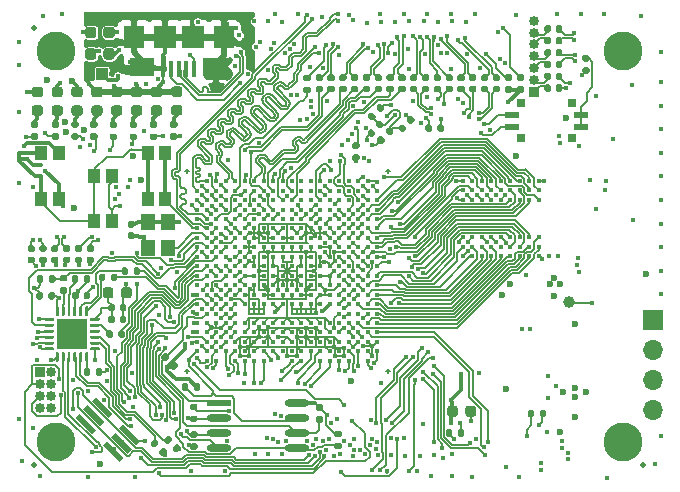
<source format=gtl>
G04 #@! TF.GenerationSoftware,KiCad,Pcbnew,5.1.9+dfsg1-1+deb11u1*
G04 #@! TF.CreationDate,2022-10-19T12:21:59+02:00*
G04 #@! TF.ProjectId,ulx4m,756c7834-6d2e-46b6-9963-61645f706362,v0.0.3*
G04 #@! TF.SameCoordinates,Original*
G04 #@! TF.FileFunction,Copper,L1,Top*
G04 #@! TF.FilePolarity,Positive*
%FSLAX46Y46*%
G04 Gerber Fmt 4.6, Leading zero omitted, Abs format (unit mm)*
G04 Created by KiCad (PCBNEW 5.1.9+dfsg1-1+deb11u1) date 2022-10-19 12:21:59*
%MOMM*%
%LPD*%
G01*
G04 APERTURE LIST*
G04 #@! TA.AperFunction,ComponentPad*
%ADD10R,0.850000X0.850000*%
G04 #@! TD*
G04 #@! TA.AperFunction,ComponentPad*
%ADD11O,0.850000X0.850000*%
G04 #@! TD*
G04 #@! TA.AperFunction,SMDPad,CuDef*
%ADD12R,0.700000X0.700000*%
G04 #@! TD*
G04 #@! TA.AperFunction,SMDPad,CuDef*
%ADD13R,1.200000X0.500000*%
G04 #@! TD*
G04 #@! TA.AperFunction,SMDPad,CuDef*
%ADD14C,0.100000*%
G04 #@! TD*
G04 #@! TA.AperFunction,ComponentPad*
%ADD15O,1.700000X1.700000*%
G04 #@! TD*
G04 #@! TA.AperFunction,ComponentPad*
%ADD16R,1.700000X1.700000*%
G04 #@! TD*
G04 #@! TA.AperFunction,SMDPad,CuDef*
%ADD17C,0.400000*%
G04 #@! TD*
G04 #@! TA.AperFunction,SMDPad,CuDef*
%ADD18O,0.127000X0.508000*%
G04 #@! TD*
G04 #@! TA.AperFunction,SMDPad,CuDef*
%ADD19O,0.508000X0.127000*%
G04 #@! TD*
G04 #@! TA.AperFunction,SMDPad,CuDef*
%ADD20R,1.000000X1.000000*%
G04 #@! TD*
G04 #@! TA.AperFunction,ComponentPad*
%ADD21C,3.300000*%
G04 #@! TD*
G04 #@! TA.AperFunction,SMDPad,CuDef*
%ADD22R,2.100000X0.600000*%
G04 #@! TD*
G04 #@! TA.AperFunction,SMDPad,CuDef*
%ADD23O,2.100000X0.600000*%
G04 #@! TD*
G04 #@! TA.AperFunction,SMDPad,CuDef*
%ADD24R,1.200000X1.400000*%
G04 #@! TD*
G04 #@! TA.AperFunction,SMDPad,CuDef*
%ADD25R,1.050000X1.150000*%
G04 #@! TD*
G04 #@! TA.AperFunction,SMDPad,CuDef*
%ADD26R,2.100000X1.600000*%
G04 #@! TD*
G04 #@! TA.AperFunction,SMDPad,CuDef*
%ADD27R,1.900000X1.900000*%
G04 #@! TD*
G04 #@! TA.AperFunction,SMDPad,CuDef*
%ADD28R,0.400000X1.350000*%
G04 #@! TD*
G04 #@! TA.AperFunction,SMDPad,CuDef*
%ADD29R,1.800000X1.900000*%
G04 #@! TD*
G04 #@! TA.AperFunction,SMDPad,CuDef*
%ADD30C,1.000000*%
G04 #@! TD*
G04 #@! TA.AperFunction,SMDPad,CuDef*
%ADD31C,0.500000*%
G04 #@! TD*
G04 #@! TA.AperFunction,SMDPad,CuDef*
%ADD32R,2.600000X2.600000*%
G04 #@! TD*
G04 #@! TA.AperFunction,ViaPad*
%ADD33C,0.419000*%
G04 #@! TD*
G04 #@! TA.AperFunction,ViaPad*
%ADD34C,0.600000*%
G04 #@! TD*
G04 #@! TA.AperFunction,ViaPad*
%ADD35C,0.420000*%
G04 #@! TD*
G04 #@! TA.AperFunction,Conductor*
%ADD36C,0.127000*%
G04 #@! TD*
G04 #@! TA.AperFunction,Conductor*
%ADD37C,0.300000*%
G04 #@! TD*
G04 #@! TA.AperFunction,Conductor*
%ADD38C,0.200000*%
G04 #@! TD*
G04 #@! TA.AperFunction,Conductor*
%ADD39C,0.500000*%
G04 #@! TD*
G04 #@! TA.AperFunction,Conductor*
%ADD40C,0.190000*%
G04 #@! TD*
G04 #@! TA.AperFunction,Conductor*
%ADD41C,0.254000*%
G04 #@! TD*
G04 #@! TA.AperFunction,Conductor*
%ADD42C,0.100000*%
G04 #@! TD*
G04 APERTURE END LIST*
D10*
X96240000Y-102840000D03*
D11*
X97240000Y-102840000D03*
X96240000Y-103840000D03*
X97240000Y-103840000D03*
X96240000Y-104840000D03*
X97240000Y-104840000D03*
X96240000Y-105840000D03*
X97240000Y-105840000D03*
D10*
X138100000Y-79070000D03*
D11*
X138100000Y-78070000D03*
X138100000Y-77070000D03*
X138100000Y-76070000D03*
X138100000Y-75070000D03*
X138100000Y-74070000D03*
X138100000Y-73070000D03*
D12*
X137010000Y-80020000D03*
X141310000Y-80020000D03*
X137010000Y-83020000D03*
X141310000Y-83020000D03*
D13*
X136210000Y-82020000D03*
X142110000Y-81020000D03*
X136210000Y-81020000D03*
X142110000Y-82020000D03*
G04 #@! TA.AperFunction,SMDPad,CuDef*
G36*
G01*
X138590000Y-106505000D02*
X138590000Y-106135000D01*
G75*
G02*
X138725000Y-106000000I135000J0D01*
G01*
X138995000Y-106000000D01*
G75*
G02*
X139130000Y-106135000I0J-135000D01*
G01*
X139130000Y-106505000D01*
G75*
G02*
X138995000Y-106640000I-135000J0D01*
G01*
X138725000Y-106640000D01*
G75*
G02*
X138590000Y-106505000I0J135000D01*
G01*
G37*
G04 #@! TD.AperFunction*
G04 #@! TA.AperFunction,SMDPad,CuDef*
G36*
G01*
X137570000Y-106505000D02*
X137570000Y-106135000D01*
G75*
G02*
X137705000Y-106000000I135000J0D01*
G01*
X137975000Y-106000000D01*
G75*
G02*
X138110000Y-106135000I0J-135000D01*
G01*
X138110000Y-106505000D01*
G75*
G02*
X137975000Y-106640000I-135000J0D01*
G01*
X137705000Y-106640000D01*
G75*
G02*
X137570000Y-106505000I0J135000D01*
G01*
G37*
G04 #@! TD.AperFunction*
G04 #@! TA.AperFunction,SMDPad,CuDef*
G36*
G01*
X95985000Y-82120000D02*
X95615000Y-82120000D01*
G75*
G02*
X95480000Y-81985000I0J135000D01*
G01*
X95480000Y-81715000D01*
G75*
G02*
X95615000Y-81580000I135000J0D01*
G01*
X95985000Y-81580000D01*
G75*
G02*
X96120000Y-81715000I0J-135000D01*
G01*
X96120000Y-81985000D01*
G75*
G02*
X95985000Y-82120000I-135000J0D01*
G01*
G37*
G04 #@! TD.AperFunction*
G04 #@! TA.AperFunction,SMDPad,CuDef*
G36*
G01*
X95985000Y-83140000D02*
X95615000Y-83140000D01*
G75*
G02*
X95480000Y-83005000I0J135000D01*
G01*
X95480000Y-82735000D01*
G75*
G02*
X95615000Y-82600000I135000J0D01*
G01*
X95985000Y-82600000D01*
G75*
G02*
X96120000Y-82735000I0J-135000D01*
G01*
X96120000Y-83005000D01*
G75*
G02*
X95985000Y-83140000I-135000J0D01*
G01*
G37*
G04 #@! TD.AperFunction*
G04 #@! TA.AperFunction,SMDPad,CuDef*
G36*
G01*
X97765000Y-82120000D02*
X97395000Y-82120000D01*
G75*
G02*
X97260000Y-81985000I0J135000D01*
G01*
X97260000Y-81715000D01*
G75*
G02*
X97395000Y-81580000I135000J0D01*
G01*
X97765000Y-81580000D01*
G75*
G02*
X97900000Y-81715000I0J-135000D01*
G01*
X97900000Y-81985000D01*
G75*
G02*
X97765000Y-82120000I-135000J0D01*
G01*
G37*
G04 #@! TD.AperFunction*
G04 #@! TA.AperFunction,SMDPad,CuDef*
G36*
G01*
X97765000Y-83140000D02*
X97395000Y-83140000D01*
G75*
G02*
X97260000Y-83005000I0J135000D01*
G01*
X97260000Y-82735000D01*
G75*
G02*
X97395000Y-82600000I135000J0D01*
G01*
X97765000Y-82600000D01*
G75*
G02*
X97900000Y-82735000I0J-135000D01*
G01*
X97900000Y-83005000D01*
G75*
G02*
X97765000Y-83140000I-135000J0D01*
G01*
G37*
G04 #@! TD.AperFunction*
G04 #@! TA.AperFunction,SMDPad,CuDef*
G36*
G01*
X99425000Y-82120000D02*
X99055000Y-82120000D01*
G75*
G02*
X98920000Y-81985000I0J135000D01*
G01*
X98920000Y-81715000D01*
G75*
G02*
X99055000Y-81580000I135000J0D01*
G01*
X99425000Y-81580000D01*
G75*
G02*
X99560000Y-81715000I0J-135000D01*
G01*
X99560000Y-81985000D01*
G75*
G02*
X99425000Y-82120000I-135000J0D01*
G01*
G37*
G04 #@! TD.AperFunction*
G04 #@! TA.AperFunction,SMDPad,CuDef*
G36*
G01*
X99425000Y-83140000D02*
X99055000Y-83140000D01*
G75*
G02*
X98920000Y-83005000I0J135000D01*
G01*
X98920000Y-82735000D01*
G75*
G02*
X99055000Y-82600000I135000J0D01*
G01*
X99425000Y-82600000D01*
G75*
G02*
X99560000Y-82735000I0J-135000D01*
G01*
X99560000Y-83005000D01*
G75*
G02*
X99425000Y-83140000I-135000J0D01*
G01*
G37*
G04 #@! TD.AperFunction*
G04 #@! TA.AperFunction,SMDPad,CuDef*
G36*
G01*
X101015000Y-82120000D02*
X100645000Y-82120000D01*
G75*
G02*
X100510000Y-81985000I0J135000D01*
G01*
X100510000Y-81715000D01*
G75*
G02*
X100645000Y-81580000I135000J0D01*
G01*
X101015000Y-81580000D01*
G75*
G02*
X101150000Y-81715000I0J-135000D01*
G01*
X101150000Y-81985000D01*
G75*
G02*
X101015000Y-82120000I-135000J0D01*
G01*
G37*
G04 #@! TD.AperFunction*
G04 #@! TA.AperFunction,SMDPad,CuDef*
G36*
G01*
X101015000Y-83140000D02*
X100645000Y-83140000D01*
G75*
G02*
X100510000Y-83005000I0J135000D01*
G01*
X100510000Y-82735000D01*
G75*
G02*
X100645000Y-82600000I135000J0D01*
G01*
X101015000Y-82600000D01*
G75*
G02*
X101150000Y-82735000I0J-135000D01*
G01*
X101150000Y-83005000D01*
G75*
G02*
X101015000Y-83140000I-135000J0D01*
G01*
G37*
G04 #@! TD.AperFunction*
G04 #@! TA.AperFunction,SMDPad,CuDef*
G36*
G01*
X102670000Y-82140000D02*
X102300000Y-82140000D01*
G75*
G02*
X102165000Y-82005000I0J135000D01*
G01*
X102165000Y-81735000D01*
G75*
G02*
X102300000Y-81600000I135000J0D01*
G01*
X102670000Y-81600000D01*
G75*
G02*
X102805000Y-81735000I0J-135000D01*
G01*
X102805000Y-82005000D01*
G75*
G02*
X102670000Y-82140000I-135000J0D01*
G01*
G37*
G04 #@! TD.AperFunction*
G04 #@! TA.AperFunction,SMDPad,CuDef*
G36*
G01*
X102670000Y-83160000D02*
X102300000Y-83160000D01*
G75*
G02*
X102165000Y-83025000I0J135000D01*
G01*
X102165000Y-82755000D01*
G75*
G02*
X102300000Y-82620000I135000J0D01*
G01*
X102670000Y-82620000D01*
G75*
G02*
X102805000Y-82755000I0J-135000D01*
G01*
X102805000Y-83025000D01*
G75*
G02*
X102670000Y-83160000I-135000J0D01*
G01*
G37*
G04 #@! TD.AperFunction*
G04 #@! TA.AperFunction,SMDPad,CuDef*
G36*
G01*
X104365000Y-82139999D02*
X103995000Y-82139999D01*
G75*
G02*
X103860000Y-82004999I0J135000D01*
G01*
X103860000Y-81734999D01*
G75*
G02*
X103995000Y-81599999I135000J0D01*
G01*
X104365000Y-81599999D01*
G75*
G02*
X104500000Y-81734999I0J-135000D01*
G01*
X104500000Y-82004999D01*
G75*
G02*
X104365000Y-82139999I-135000J0D01*
G01*
G37*
G04 #@! TD.AperFunction*
G04 #@! TA.AperFunction,SMDPad,CuDef*
G36*
G01*
X104365000Y-83159999D02*
X103995000Y-83159999D01*
G75*
G02*
X103860000Y-83024999I0J135000D01*
G01*
X103860000Y-82754999D01*
G75*
G02*
X103995000Y-82619999I135000J0D01*
G01*
X104365000Y-82619999D01*
G75*
G02*
X104500000Y-82754999I0J-135000D01*
G01*
X104500000Y-83024999D01*
G75*
G02*
X104365000Y-83159999I-135000J0D01*
G01*
G37*
G04 #@! TD.AperFunction*
G04 #@! TA.AperFunction,SMDPad,CuDef*
G36*
G01*
X106065000Y-82130000D02*
X105695000Y-82130000D01*
G75*
G02*
X105560000Y-81995000I0J135000D01*
G01*
X105560000Y-81725000D01*
G75*
G02*
X105695000Y-81590000I135000J0D01*
G01*
X106065000Y-81590000D01*
G75*
G02*
X106200000Y-81725000I0J-135000D01*
G01*
X106200000Y-81995000D01*
G75*
G02*
X106065000Y-82130000I-135000J0D01*
G01*
G37*
G04 #@! TD.AperFunction*
G04 #@! TA.AperFunction,SMDPad,CuDef*
G36*
G01*
X106065000Y-83150000D02*
X105695000Y-83150000D01*
G75*
G02*
X105560000Y-83015000I0J135000D01*
G01*
X105560000Y-82745000D01*
G75*
G02*
X105695000Y-82610000I135000J0D01*
G01*
X106065000Y-82610000D01*
G75*
G02*
X106200000Y-82745000I0J-135000D01*
G01*
X106200000Y-83015000D01*
G75*
G02*
X106065000Y-83150000I-135000J0D01*
G01*
G37*
G04 #@! TD.AperFunction*
G04 #@! TA.AperFunction,SMDPad,CuDef*
G36*
G01*
X107785000Y-82120000D02*
X107415000Y-82120000D01*
G75*
G02*
X107280000Y-81985000I0J135000D01*
G01*
X107280000Y-81715000D01*
G75*
G02*
X107415000Y-81580000I135000J0D01*
G01*
X107785000Y-81580000D01*
G75*
G02*
X107920000Y-81715000I0J-135000D01*
G01*
X107920000Y-81985000D01*
G75*
G02*
X107785000Y-82120000I-135000J0D01*
G01*
G37*
G04 #@! TD.AperFunction*
G04 #@! TA.AperFunction,SMDPad,CuDef*
G36*
G01*
X107785000Y-83140000D02*
X107415000Y-83140000D01*
G75*
G02*
X107280000Y-83005000I0J135000D01*
G01*
X107280000Y-82735000D01*
G75*
G02*
X107415000Y-82600000I135000J0D01*
G01*
X107785000Y-82600000D01*
G75*
G02*
X107920000Y-82735000I0J-135000D01*
G01*
X107920000Y-83005000D01*
G75*
G02*
X107785000Y-83140000I-135000J0D01*
G01*
G37*
G04 #@! TD.AperFunction*
G04 #@! TA.AperFunction,SMDPad,CuDef*
G36*
G01*
X107201109Y-101609480D02*
X106939480Y-101871109D01*
G75*
G02*
X106748562Y-101871109I-95459J95459D01*
G01*
X106557643Y-101680190D01*
G75*
G02*
X106557643Y-101489272I95459J95459D01*
G01*
X106819272Y-101227643D01*
G75*
G02*
X107010190Y-101227643I95459J-95459D01*
G01*
X107201109Y-101418562D01*
G75*
G02*
X107201109Y-101609480I-95459J-95459D01*
G01*
G37*
G04 #@! TD.AperFunction*
G04 #@! TA.AperFunction,SMDPad,CuDef*
G36*
G01*
X107922357Y-102330728D02*
X107660728Y-102592357D01*
G75*
G02*
X107469810Y-102592357I-95459J95459D01*
G01*
X107278891Y-102401438D01*
G75*
G02*
X107278891Y-102210520I95459J95459D01*
G01*
X107540520Y-101948891D01*
G75*
G02*
X107731438Y-101948891I95459J-95459D01*
G01*
X107922357Y-102139810D01*
G75*
G02*
X107922357Y-102330728I-95459J-95459D01*
G01*
G37*
G04 #@! TD.AperFunction*
G04 #@! TA.AperFunction,SMDPad,CuDef*
G36*
G01*
X119771000Y-106555001D02*
X120141000Y-106555001D01*
G75*
G02*
X120276000Y-106690001I0J-135000D01*
G01*
X120276000Y-106960001D01*
G75*
G02*
X120141000Y-107095001I-135000J0D01*
G01*
X119771000Y-107095001D01*
G75*
G02*
X119636000Y-106960001I0J135000D01*
G01*
X119636000Y-106690001D01*
G75*
G02*
X119771000Y-106555001I135000J0D01*
G01*
G37*
G04 #@! TD.AperFunction*
G04 #@! TA.AperFunction,SMDPad,CuDef*
G36*
G01*
X119771000Y-105535001D02*
X120141000Y-105535001D01*
G75*
G02*
X120276000Y-105670001I0J-135000D01*
G01*
X120276000Y-105940001D01*
G75*
G02*
X120141000Y-106075001I-135000J0D01*
G01*
X119771000Y-106075001D01*
G75*
G02*
X119636000Y-105940001I0J135000D01*
G01*
X119636000Y-105670001D01*
G75*
G02*
X119771000Y-105535001I135000J0D01*
G01*
G37*
G04 #@! TD.AperFunction*
G04 #@! TA.AperFunction,SMDPad,CuDef*
G36*
G01*
X109096000Y-106505000D02*
X109466000Y-106505000D01*
G75*
G02*
X109601000Y-106640000I0J-135000D01*
G01*
X109601000Y-106910000D01*
G75*
G02*
X109466000Y-107045000I-135000J0D01*
G01*
X109096000Y-107045000D01*
G75*
G02*
X108961000Y-106910000I0J135000D01*
G01*
X108961000Y-106640000D01*
G75*
G02*
X109096000Y-106505000I135000J0D01*
G01*
G37*
G04 #@! TD.AperFunction*
G04 #@! TA.AperFunction,SMDPad,CuDef*
G36*
G01*
X109096000Y-105485000D02*
X109466000Y-105485000D01*
G75*
G02*
X109601000Y-105620000I0J-135000D01*
G01*
X109601000Y-105890000D01*
G75*
G02*
X109466000Y-106025000I-135000J0D01*
G01*
X109096000Y-106025000D01*
G75*
G02*
X108961000Y-105890000I0J135000D01*
G01*
X108961000Y-105620000D01*
G75*
G02*
X109096000Y-105485000I135000J0D01*
G01*
G37*
G04 #@! TD.AperFunction*
G04 #@! TA.AperFunction,SMDPad,CuDef*
G36*
G01*
X121315000Y-108800000D02*
X121685000Y-108800000D01*
G75*
G02*
X121820000Y-108935000I0J-135000D01*
G01*
X121820000Y-109205000D01*
G75*
G02*
X121685000Y-109340000I-135000J0D01*
G01*
X121315000Y-109340000D01*
G75*
G02*
X121180000Y-109205000I0J135000D01*
G01*
X121180000Y-108935000D01*
G75*
G02*
X121315000Y-108800000I135000J0D01*
G01*
G37*
G04 #@! TD.AperFunction*
G04 #@! TA.AperFunction,SMDPad,CuDef*
G36*
G01*
X121315000Y-107780000D02*
X121685000Y-107780000D01*
G75*
G02*
X121820000Y-107915000I0J-135000D01*
G01*
X121820000Y-108185000D01*
G75*
G02*
X121685000Y-108320000I-135000J0D01*
G01*
X121315000Y-108320000D01*
G75*
G02*
X121180000Y-108185000I0J135000D01*
G01*
X121180000Y-107915000D01*
G75*
G02*
X121315000Y-107780000I135000J0D01*
G01*
G37*
G04 #@! TD.AperFunction*
G04 #@! TA.AperFunction,SMDPad,CuDef*
G36*
G01*
X108800000Y-103895000D02*
X108800000Y-104265000D01*
G75*
G02*
X108665000Y-104400000I-135000J0D01*
G01*
X108395000Y-104400000D01*
G75*
G02*
X108260000Y-104265000I0J135000D01*
G01*
X108260000Y-103895000D01*
G75*
G02*
X108395000Y-103760000I135000J0D01*
G01*
X108665000Y-103760000D01*
G75*
G02*
X108800000Y-103895000I0J-135000D01*
G01*
G37*
G04 #@! TD.AperFunction*
G04 #@! TA.AperFunction,SMDPad,CuDef*
G36*
G01*
X109820000Y-103895000D02*
X109820000Y-104265000D01*
G75*
G02*
X109685000Y-104400000I-135000J0D01*
G01*
X109415000Y-104400000D01*
G75*
G02*
X109280000Y-104265000I0J135000D01*
G01*
X109280000Y-103895000D01*
G75*
G02*
X109415000Y-103760000I135000J0D01*
G01*
X109685000Y-103760000D01*
G75*
G02*
X109820000Y-103895000I0J-135000D01*
G01*
G37*
G04 #@! TD.AperFunction*
G04 #@! TA.AperFunction,SMDPad,CuDef*
G36*
G01*
X109490999Y-108375000D02*
X109120999Y-108375000D01*
G75*
G02*
X108985999Y-108240000I0J135000D01*
G01*
X108985999Y-107970000D01*
G75*
G02*
X109120999Y-107835000I135000J0D01*
G01*
X109490999Y-107835000D01*
G75*
G02*
X109625999Y-107970000I0J-135000D01*
G01*
X109625999Y-108240000D01*
G75*
G02*
X109490999Y-108375000I-135000J0D01*
G01*
G37*
G04 #@! TD.AperFunction*
G04 #@! TA.AperFunction,SMDPad,CuDef*
G36*
G01*
X109490999Y-109395000D02*
X109120999Y-109395000D01*
G75*
G02*
X108985999Y-109260000I0J135000D01*
G01*
X108985999Y-108990000D01*
G75*
G02*
X109120999Y-108855000I135000J0D01*
G01*
X109490999Y-108855000D01*
G75*
G02*
X109625999Y-108990000I0J-135000D01*
G01*
X109625999Y-109260000D01*
G75*
G02*
X109490999Y-109395000I-135000J0D01*
G01*
G37*
G04 #@! TD.AperFunction*
G04 #@! TA.AperFunction,SMDPad,CuDef*
D14*
G36*
X103343502Y-110064163D02*
G01*
X102989949Y-110417716D01*
X101575736Y-109003503D01*
X101929289Y-108649950D01*
X103343502Y-110064163D01*
G37*
G04 #@! TD.AperFunction*
G04 #@! TA.AperFunction,SMDPad,CuDef*
G36*
X101010050Y-107730711D02*
G01*
X100656497Y-108084264D01*
X99242284Y-106670051D01*
X99595837Y-106316498D01*
X101010050Y-107730711D01*
G37*
G04 #@! TD.AperFunction*
G04 #@! TA.AperFunction,SMDPad,CuDef*
G36*
X104050609Y-109357056D02*
G01*
X103697056Y-109710609D01*
X102282843Y-108296396D01*
X102636396Y-107942843D01*
X104050609Y-109357056D01*
G37*
G04 #@! TD.AperFunction*
G04 #@! TA.AperFunction,SMDPad,CuDef*
G36*
X101717157Y-107023604D02*
G01*
X101363604Y-107377157D01*
X99949391Y-105962944D01*
X100302944Y-105609391D01*
X101717157Y-107023604D01*
G37*
G04 #@! TD.AperFunction*
G04 #@! TA.AperFunction,SMDPad,CuDef*
G36*
X104757716Y-108649949D02*
G01*
X104404163Y-109003502D01*
X102989950Y-107589289D01*
X103343503Y-107235736D01*
X104757716Y-108649949D01*
G37*
G04 #@! TD.AperFunction*
G04 #@! TA.AperFunction,SMDPad,CuDef*
G36*
X102424264Y-106316497D02*
G01*
X102070711Y-106670050D01*
X100656498Y-105255837D01*
X101010051Y-104902284D01*
X102424264Y-106316497D01*
G37*
G04 #@! TD.AperFunction*
D15*
X148170000Y-106030000D03*
X148170000Y-103490000D03*
X148170000Y-100950000D03*
D16*
X148170000Y-98410000D03*
G04 #@! TA.AperFunction,SMDPad,CuDef*
G36*
G01*
X142685000Y-76520000D02*
X142315000Y-76520000D01*
G75*
G02*
X142180000Y-76385000I0J135000D01*
G01*
X142180000Y-76115000D01*
G75*
G02*
X142315000Y-75980000I135000J0D01*
G01*
X142685000Y-75980000D01*
G75*
G02*
X142820000Y-76115000I0J-135000D01*
G01*
X142820000Y-76385000D01*
G75*
G02*
X142685000Y-76520000I-135000J0D01*
G01*
G37*
G04 #@! TD.AperFunction*
G04 #@! TA.AperFunction,SMDPad,CuDef*
G36*
G01*
X142685000Y-77540000D02*
X142315000Y-77540000D01*
G75*
G02*
X142180000Y-77405000I0J135000D01*
G01*
X142180000Y-77135000D01*
G75*
G02*
X142315000Y-77000000I135000J0D01*
G01*
X142685000Y-77000000D01*
G75*
G02*
X142820000Y-77135000I0J-135000D01*
G01*
X142820000Y-77405000D01*
G75*
G02*
X142685000Y-77540000I-135000J0D01*
G01*
G37*
G04 #@! TD.AperFunction*
D17*
X124010000Y-101850000D03*
X122410000Y-101850000D03*
X121610000Y-101850000D03*
X120810000Y-101850000D03*
X120010000Y-101850000D03*
X118410000Y-101850000D03*
X117610000Y-101850000D03*
X115210000Y-101850000D03*
X114410000Y-101850000D03*
X113610000Y-101850000D03*
X112810000Y-101850000D03*
X111210000Y-101850000D03*
X110410000Y-101850000D03*
X124810000Y-101050000D03*
X124010000Y-101050000D03*
X123210000Y-101050000D03*
X122410000Y-101050000D03*
X121610000Y-101050000D03*
X120810000Y-101050000D03*
X120010000Y-101050000D03*
X119210000Y-101050000D03*
X118410000Y-101050000D03*
X117610000Y-101050000D03*
X116810000Y-101050000D03*
X116010000Y-101050000D03*
X115210000Y-101050000D03*
X114410000Y-101050000D03*
X113610000Y-101050000D03*
X112810000Y-101050000D03*
X112010000Y-101050000D03*
X111210000Y-101050000D03*
X110410000Y-101050000D03*
X109610000Y-101050000D03*
X124810000Y-100250000D03*
X124010000Y-100250000D03*
X123210000Y-100250000D03*
X122410000Y-100250000D03*
X121610000Y-100250000D03*
X120810000Y-100250000D03*
X120010000Y-100250000D03*
X119210000Y-100250000D03*
X118410000Y-100250000D03*
X117610000Y-100250000D03*
X116810000Y-100250000D03*
X116010000Y-100250000D03*
X115210000Y-100250000D03*
X114410000Y-100250000D03*
X113610000Y-100250000D03*
X112810000Y-100250000D03*
X112010000Y-100250000D03*
X111210000Y-100250000D03*
X110410000Y-100250000D03*
X109610000Y-100250000D03*
X124810000Y-99450000D03*
X124010000Y-99450000D03*
X123210000Y-99450000D03*
X122410000Y-99450000D03*
X121610000Y-99450000D03*
X120810000Y-99450000D03*
X120010000Y-99450000D03*
X119210000Y-99450000D03*
X118410000Y-99450000D03*
X117610000Y-99450000D03*
X116810000Y-99450000D03*
X116010000Y-99450000D03*
X115210000Y-99450000D03*
X114410000Y-99450000D03*
X113610000Y-99450000D03*
X112810000Y-99450000D03*
X112010000Y-99450000D03*
X111210000Y-99450000D03*
X110410000Y-99450000D03*
X109610000Y-99450000D03*
X124810000Y-98650000D03*
X124010000Y-98650000D03*
X123210000Y-98650000D03*
X122410000Y-98650000D03*
X121610000Y-98650000D03*
X120810000Y-98650000D03*
X120010000Y-98650000D03*
X119210000Y-98650000D03*
X118410000Y-98650000D03*
X117610000Y-98650000D03*
X116810000Y-98650000D03*
X116010000Y-98650000D03*
X115210000Y-98650000D03*
X114410000Y-98650000D03*
X113610000Y-98650000D03*
X112810000Y-98650000D03*
X112010000Y-98650000D03*
X111210000Y-98650000D03*
X110410000Y-98650000D03*
X109610000Y-98650000D03*
X124810000Y-97850000D03*
X124010000Y-97850000D03*
X123210000Y-97850000D03*
X122410000Y-97850000D03*
X121610000Y-97850000D03*
X112810000Y-97850000D03*
X112010000Y-97850000D03*
X111210000Y-97850000D03*
X110410000Y-97850000D03*
X109610000Y-97850000D03*
X124810000Y-97050000D03*
X124010000Y-97050000D03*
X123210000Y-97050000D03*
X122410000Y-97050000D03*
X121610000Y-97050000D03*
X120810000Y-97050000D03*
X120010000Y-97050000D03*
X119210000Y-97050000D03*
X118410000Y-97050000D03*
X117610000Y-97050000D03*
X116810000Y-97050000D03*
X116010000Y-97050000D03*
X115210000Y-97050000D03*
X114410000Y-97050000D03*
X113610000Y-97050000D03*
X112810000Y-97050000D03*
X112010000Y-97050000D03*
X111210000Y-97050000D03*
X110410000Y-97050000D03*
X109610000Y-97050000D03*
X124810000Y-96250000D03*
X124010000Y-96250000D03*
X123210000Y-96250000D03*
X122410000Y-96250000D03*
X121610000Y-96250000D03*
X120810000Y-96250000D03*
X120010000Y-96250000D03*
X119210000Y-96250000D03*
X118410000Y-96250000D03*
X117610000Y-96250000D03*
X116810000Y-96250000D03*
X116010000Y-96250000D03*
X115210000Y-96250000D03*
X114410000Y-96250000D03*
X113610000Y-96250000D03*
X112810000Y-96250000D03*
X112010000Y-96250000D03*
X111210000Y-96250000D03*
X110410000Y-96250000D03*
X109610000Y-96250000D03*
X124810000Y-95450000D03*
X124010000Y-95450000D03*
X123210000Y-95450000D03*
X122410000Y-95450000D03*
X121610000Y-95450000D03*
X120810000Y-95450000D03*
X120010000Y-95450000D03*
X119210000Y-95450000D03*
X118410000Y-95450000D03*
X117610000Y-95450000D03*
X116810000Y-95450000D03*
X116010000Y-95450000D03*
X115210000Y-95450000D03*
X114410000Y-95450000D03*
X113610000Y-95450000D03*
X112810000Y-95450000D03*
X112010000Y-95450000D03*
X111210000Y-95450000D03*
X110410000Y-95450000D03*
X109610000Y-95450000D03*
X124810000Y-94650000D03*
X124010000Y-94650000D03*
X123210000Y-94650000D03*
X122410000Y-94650000D03*
X121610000Y-94650000D03*
X120810000Y-94650000D03*
X120010000Y-94650000D03*
X119210000Y-94650000D03*
X118410000Y-94650000D03*
X117610000Y-94650000D03*
X116810000Y-94650000D03*
X116010000Y-94650000D03*
X115210000Y-94650000D03*
X114410000Y-94650000D03*
X113610000Y-94650000D03*
X112810000Y-94650000D03*
X112010000Y-94650000D03*
X111210000Y-94650000D03*
X110410000Y-94650000D03*
X109610000Y-94650000D03*
X124810000Y-93850000D03*
X124010000Y-93850000D03*
X123210000Y-93850000D03*
X122410000Y-93850000D03*
X121610000Y-93850000D03*
X120810000Y-93850000D03*
X120010000Y-93850000D03*
X119210000Y-93850000D03*
X118410000Y-93850000D03*
X117610000Y-93850000D03*
X116810000Y-93850000D03*
X116010000Y-93850000D03*
X115210000Y-93850000D03*
X114410000Y-93850000D03*
X113610000Y-93850000D03*
X112810000Y-93850000D03*
X112010000Y-93850000D03*
X111210000Y-93850000D03*
X110410000Y-93850000D03*
X109610000Y-93850000D03*
X124810000Y-93050000D03*
X124010000Y-93050000D03*
X123210000Y-93050000D03*
X122410000Y-93050000D03*
X121610000Y-93050000D03*
X120810000Y-93050000D03*
X120010000Y-93050000D03*
X119210000Y-93050000D03*
X118410000Y-93050000D03*
X117610000Y-93050000D03*
X116810000Y-93050000D03*
X116010000Y-93050000D03*
X115210000Y-93050000D03*
X114410000Y-93050000D03*
X113610000Y-93050000D03*
X112810000Y-93050000D03*
X112010000Y-93050000D03*
X111210000Y-93050000D03*
X110410000Y-93050000D03*
X109610000Y-93050000D03*
X124810000Y-92250000D03*
X124010000Y-92250000D03*
X123210000Y-92250000D03*
X122410000Y-92250000D03*
X121610000Y-92250000D03*
X120810000Y-92250000D03*
X120010000Y-92250000D03*
X119210000Y-92250000D03*
X118410000Y-92250000D03*
X117610000Y-92250000D03*
X116810000Y-92250000D03*
X116010000Y-92250000D03*
X115210000Y-92250000D03*
X114410000Y-92250000D03*
X113610000Y-92250000D03*
X112810000Y-92250000D03*
X112010000Y-92250000D03*
X111210000Y-92250000D03*
X110410000Y-92250000D03*
X109610000Y-92250000D03*
X124810000Y-91450000D03*
X124010000Y-91450000D03*
X123210000Y-91450000D03*
X122410000Y-91450000D03*
X121610000Y-91450000D03*
X120810000Y-91450000D03*
X120010000Y-91450000D03*
X119210000Y-91450000D03*
X118410000Y-91450000D03*
X117610000Y-91450000D03*
X116810000Y-91450000D03*
X116010000Y-91450000D03*
X115210000Y-91450000D03*
X114410000Y-91450000D03*
X113610000Y-91450000D03*
X112810000Y-91450000D03*
X112010000Y-91450000D03*
X111210000Y-91450000D03*
X110410000Y-91450000D03*
X109610000Y-91450000D03*
X124810000Y-90650000D03*
X124010000Y-90650000D03*
X123210000Y-90650000D03*
X122410000Y-90650000D03*
X121610000Y-90650000D03*
X120810000Y-90650000D03*
X120010000Y-90650000D03*
X119210000Y-90650000D03*
X118410000Y-90650000D03*
X117610000Y-90650000D03*
X116810000Y-90650000D03*
X116010000Y-90650000D03*
X115210000Y-90650000D03*
X114410000Y-90650000D03*
X113610000Y-90650000D03*
X112810000Y-90650000D03*
X112010000Y-90650000D03*
X111210000Y-90650000D03*
X110410000Y-90650000D03*
X109610000Y-90650000D03*
X124810000Y-89850000D03*
X124010000Y-89850000D03*
X123210000Y-89850000D03*
X122410000Y-89850000D03*
X121610000Y-89850000D03*
X120810000Y-89850000D03*
X120010000Y-89850000D03*
X119210000Y-89850000D03*
X118410000Y-89850000D03*
X117610000Y-89850000D03*
X116810000Y-89850000D03*
X116010000Y-89850000D03*
X115210000Y-89850000D03*
X114410000Y-89850000D03*
X113610000Y-89850000D03*
X112810000Y-89850000D03*
X112010000Y-89850000D03*
X111210000Y-89850000D03*
X110410000Y-89850000D03*
X109610000Y-89850000D03*
X124810000Y-89050000D03*
X124010000Y-89050000D03*
X123210000Y-89050000D03*
X122410000Y-89050000D03*
X121610000Y-89050000D03*
X120810000Y-89050000D03*
X120010000Y-89050000D03*
X119210000Y-89050000D03*
X118410000Y-89050000D03*
X117610000Y-89050000D03*
X116810000Y-89050000D03*
X116010000Y-89050000D03*
X115210000Y-89050000D03*
X114410000Y-89050000D03*
X113610000Y-89050000D03*
X112810000Y-89050000D03*
X112010000Y-89050000D03*
X111210000Y-89050000D03*
X110410000Y-89050000D03*
X109610000Y-89050000D03*
X124810000Y-88250000D03*
X124010000Y-88250000D03*
X123210000Y-88250000D03*
X122410000Y-88250000D03*
X121610000Y-88250000D03*
X120810000Y-88250000D03*
X120010000Y-88250000D03*
X119210000Y-88250000D03*
X118410000Y-88250000D03*
X117610000Y-88250000D03*
X116810000Y-88250000D03*
X116010000Y-88250000D03*
X115210000Y-88250000D03*
X114410000Y-88250000D03*
X113610000Y-88250000D03*
X112810000Y-88250000D03*
X112010000Y-88250000D03*
X111210000Y-88250000D03*
X110410000Y-88250000D03*
X109610000Y-88250000D03*
X124810000Y-87450000D03*
X124010000Y-87450000D03*
X123210000Y-87450000D03*
X122410000Y-87450000D03*
X121610000Y-87450000D03*
X120810000Y-87450000D03*
X120010000Y-87450000D03*
X119210000Y-87450000D03*
X118410000Y-87450000D03*
X117610000Y-87450000D03*
X116810000Y-87450000D03*
X116010000Y-87450000D03*
X115210000Y-87450000D03*
X114410000Y-87450000D03*
X113610000Y-87450000D03*
X112810000Y-87450000D03*
X112010000Y-87450000D03*
X111210000Y-87450000D03*
X110410000Y-87450000D03*
X109610000Y-87450000D03*
X124010000Y-86650000D03*
X123210000Y-86650000D03*
X122410000Y-86650000D03*
X121610000Y-86650000D03*
X120810000Y-86650000D03*
X120010000Y-86650000D03*
X119210000Y-86650000D03*
X118410000Y-86650000D03*
X117610000Y-86650000D03*
X116810000Y-86650000D03*
X116010000Y-86650000D03*
X115210000Y-86650000D03*
X114410000Y-86650000D03*
X113610000Y-86650000D03*
X112810000Y-86650000D03*
X112010000Y-86650000D03*
X111210000Y-86650000D03*
X110410000Y-86650000D03*
D18*
X125710000Y-85750000D03*
D19*
X125710000Y-85750000D03*
D18*
X108710000Y-102750000D03*
D19*
X108710000Y-102750000D03*
X125710000Y-102750000D03*
D18*
X125710000Y-102750000D03*
X108710000Y-85750000D03*
D19*
X108710000Y-85750000D03*
D20*
X101490000Y-77580000D03*
D21*
X97620000Y-75644999D03*
X145620000Y-75645000D03*
X145620000Y-108720000D03*
X97619999Y-108723599D03*
D22*
X111401000Y-105450001D03*
D23*
X111401000Y-106720001D03*
X111401000Y-107990001D03*
X111401000Y-109260001D03*
X118005000Y-109260001D03*
X118005000Y-107990001D03*
X118005000Y-106720001D03*
X118005000Y-105450001D03*
G04 #@! TA.AperFunction,SMDPad,CuDef*
G36*
G01*
X103830000Y-90010000D02*
X104170000Y-90010000D01*
G75*
G02*
X104310000Y-90150000I0J-140000D01*
G01*
X104310000Y-90430000D01*
G75*
G02*
X104170000Y-90570000I-140000J0D01*
G01*
X103830000Y-90570000D01*
G75*
G02*
X103690000Y-90430000I0J140000D01*
G01*
X103690000Y-90150000D01*
G75*
G02*
X103830000Y-90010000I140000J0D01*
G01*
G37*
G04 #@! TD.AperFunction*
G04 #@! TA.AperFunction,SMDPad,CuDef*
G36*
G01*
X103830000Y-90970000D02*
X104170000Y-90970000D01*
G75*
G02*
X104310000Y-91110000I0J-140000D01*
G01*
X104310000Y-91390000D01*
G75*
G02*
X104170000Y-91530000I-140000J0D01*
G01*
X103830000Y-91530000D01*
G75*
G02*
X103690000Y-91390000I0J140000D01*
G01*
X103690000Y-91110000D01*
G75*
G02*
X103830000Y-90970000I140000J0D01*
G01*
G37*
G04 #@! TD.AperFunction*
G04 #@! TA.AperFunction,SMDPad,CuDef*
G36*
G01*
X130750000Y-106380000D02*
X130750000Y-105880000D01*
G75*
G02*
X130975000Y-105655000I225000J0D01*
G01*
X131425000Y-105655000D01*
G75*
G02*
X131650000Y-105880000I0J-225000D01*
G01*
X131650000Y-106380000D01*
G75*
G02*
X131425000Y-106605000I-225000J0D01*
G01*
X130975000Y-106605000D01*
G75*
G02*
X130750000Y-106380000I0J225000D01*
G01*
G37*
G04 #@! TD.AperFunction*
G04 #@! TA.AperFunction,SMDPad,CuDef*
G36*
G01*
X132300000Y-106380000D02*
X132300000Y-105880000D01*
G75*
G02*
X132525000Y-105655000I225000J0D01*
G01*
X132975000Y-105655000D01*
G75*
G02*
X133200000Y-105880000I0J-225000D01*
G01*
X133200000Y-106380000D01*
G75*
G02*
X132975000Y-106605000I-225000J0D01*
G01*
X132525000Y-106605000D01*
G75*
G02*
X132300000Y-106380000I0J225000D01*
G01*
G37*
G04 #@! TD.AperFunction*
G04 #@! TA.AperFunction,SMDPad,CuDef*
G36*
G01*
X107593751Y-78630000D02*
X108106251Y-78630000D01*
G75*
G02*
X108325001Y-78848750I0J-218750D01*
G01*
X108325001Y-79286250D01*
G75*
G02*
X108106251Y-79505000I-218750J0D01*
G01*
X107593751Y-79505000D01*
G75*
G02*
X107375001Y-79286250I0J218750D01*
G01*
X107375001Y-78848750D01*
G75*
G02*
X107593751Y-78630000I218750J0D01*
G01*
G37*
G04 #@! TD.AperFunction*
G04 #@! TA.AperFunction,SMDPad,CuDef*
G36*
G01*
X107593751Y-80205000D02*
X108106251Y-80205000D01*
G75*
G02*
X108325001Y-80423750I0J-218750D01*
G01*
X108325001Y-80861250D01*
G75*
G02*
X108106251Y-81080000I-218750J0D01*
G01*
X107593751Y-81080000D01*
G75*
G02*
X107375001Y-80861250I0J218750D01*
G01*
X107375001Y-80423750D01*
G75*
G02*
X107593751Y-80205000I218750J0D01*
G01*
G37*
G04 #@! TD.AperFunction*
G04 #@! TA.AperFunction,SMDPad,CuDef*
G36*
G01*
X105883750Y-80230000D02*
X106396250Y-80230000D01*
G75*
G02*
X106615000Y-80448750I0J-218750D01*
G01*
X106615000Y-80886250D01*
G75*
G02*
X106396250Y-81105000I-218750J0D01*
G01*
X105883750Y-81105000D01*
G75*
G02*
X105665000Y-80886250I0J218750D01*
G01*
X105665000Y-80448750D01*
G75*
G02*
X105883750Y-80230000I218750J0D01*
G01*
G37*
G04 #@! TD.AperFunction*
G04 #@! TA.AperFunction,SMDPad,CuDef*
G36*
G01*
X105883750Y-78655000D02*
X106396250Y-78655000D01*
G75*
G02*
X106615000Y-78873750I0J-218750D01*
G01*
X106615000Y-79311250D01*
G75*
G02*
X106396250Y-79530000I-218750J0D01*
G01*
X105883750Y-79530000D01*
G75*
G02*
X105665000Y-79311250I0J218750D01*
G01*
X105665000Y-78873750D01*
G75*
G02*
X105883750Y-78655000I218750J0D01*
G01*
G37*
G04 #@! TD.AperFunction*
G04 #@! TA.AperFunction,SMDPad,CuDef*
G36*
G01*
X104203750Y-78655001D02*
X104716250Y-78655001D01*
G75*
G02*
X104935000Y-78873751I0J-218750D01*
G01*
X104935000Y-79311251D01*
G75*
G02*
X104716250Y-79530001I-218750J0D01*
G01*
X104203750Y-79530001D01*
G75*
G02*
X103985000Y-79311251I0J218750D01*
G01*
X103985000Y-78873751D01*
G75*
G02*
X104203750Y-78655001I218750J0D01*
G01*
G37*
G04 #@! TD.AperFunction*
G04 #@! TA.AperFunction,SMDPad,CuDef*
G36*
G01*
X104203750Y-80230001D02*
X104716250Y-80230001D01*
G75*
G02*
X104935000Y-80448751I0J-218750D01*
G01*
X104935000Y-80886251D01*
G75*
G02*
X104716250Y-81105001I-218750J0D01*
G01*
X104203750Y-81105001D01*
G75*
G02*
X103985000Y-80886251I0J218750D01*
G01*
X103985000Y-80448751D01*
G75*
G02*
X104203750Y-80230001I218750J0D01*
G01*
G37*
G04 #@! TD.AperFunction*
G04 #@! TA.AperFunction,SMDPad,CuDef*
G36*
G01*
X102523750Y-80230000D02*
X103036250Y-80230000D01*
G75*
G02*
X103255000Y-80448750I0J-218750D01*
G01*
X103255000Y-80886250D01*
G75*
G02*
X103036250Y-81105000I-218750J0D01*
G01*
X102523750Y-81105000D01*
G75*
G02*
X102305000Y-80886250I0J218750D01*
G01*
X102305000Y-80448750D01*
G75*
G02*
X102523750Y-80230000I218750J0D01*
G01*
G37*
G04 #@! TD.AperFunction*
G04 #@! TA.AperFunction,SMDPad,CuDef*
G36*
G01*
X102523750Y-78655000D02*
X103036250Y-78655000D01*
G75*
G02*
X103255000Y-78873750I0J-218750D01*
G01*
X103255000Y-79311250D01*
G75*
G02*
X103036250Y-79530000I-218750J0D01*
G01*
X102523750Y-79530000D01*
G75*
G02*
X102305000Y-79311250I0J218750D01*
G01*
X102305000Y-78873750D01*
G75*
G02*
X102523750Y-78655000I218750J0D01*
G01*
G37*
G04 #@! TD.AperFunction*
D24*
X105410000Y-90090000D03*
X105410000Y-92290000D03*
X107110000Y-92290000D03*
X107110000Y-90090000D03*
G04 #@! TA.AperFunction,SMDPad,CuDef*
G36*
G01*
X128090000Y-78170000D02*
X127750000Y-78170000D01*
G75*
G02*
X127610000Y-78030000I0J140000D01*
G01*
X127610000Y-77750000D01*
G75*
G02*
X127750000Y-77610000I140000J0D01*
G01*
X128090000Y-77610000D01*
G75*
G02*
X128230000Y-77750000I0J-140000D01*
G01*
X128230000Y-78030000D01*
G75*
G02*
X128090000Y-78170000I-140000J0D01*
G01*
G37*
G04 #@! TD.AperFunction*
G04 #@! TA.AperFunction,SMDPad,CuDef*
G36*
G01*
X128090000Y-79130000D02*
X127750000Y-79130000D01*
G75*
G02*
X127610000Y-78990000I0J140000D01*
G01*
X127610000Y-78710000D01*
G75*
G02*
X127750000Y-78570000I140000J0D01*
G01*
X128090000Y-78570000D01*
G75*
G02*
X128230000Y-78710000I0J-140000D01*
G01*
X128230000Y-78990000D01*
G75*
G02*
X128090000Y-79130000I-140000J0D01*
G01*
G37*
G04 #@! TD.AperFunction*
G04 #@! TA.AperFunction,SMDPad,CuDef*
G36*
G01*
X129090000Y-79130000D02*
X128750000Y-79130000D01*
G75*
G02*
X128610000Y-78990000I0J140000D01*
G01*
X128610000Y-78710000D01*
G75*
G02*
X128750000Y-78570000I140000J0D01*
G01*
X129090000Y-78570000D01*
G75*
G02*
X129230000Y-78710000I0J-140000D01*
G01*
X129230000Y-78990000D01*
G75*
G02*
X129090000Y-79130000I-140000J0D01*
G01*
G37*
G04 #@! TD.AperFunction*
G04 #@! TA.AperFunction,SMDPad,CuDef*
G36*
G01*
X129090000Y-78170000D02*
X128750000Y-78170000D01*
G75*
G02*
X128610000Y-78030000I0J140000D01*
G01*
X128610000Y-77750000D01*
G75*
G02*
X128750000Y-77610000I140000J0D01*
G01*
X129090000Y-77610000D01*
G75*
G02*
X129230000Y-77750000I0J-140000D01*
G01*
X129230000Y-78030000D01*
G75*
G02*
X129090000Y-78170000I-140000J0D01*
G01*
G37*
G04 #@! TD.AperFunction*
G04 #@! TA.AperFunction,SMDPad,CuDef*
G36*
G01*
X130090000Y-78170000D02*
X129750000Y-78170000D01*
G75*
G02*
X129610000Y-78030000I0J140000D01*
G01*
X129610000Y-77750000D01*
G75*
G02*
X129750000Y-77610000I140000J0D01*
G01*
X130090000Y-77610000D01*
G75*
G02*
X130230000Y-77750000I0J-140000D01*
G01*
X130230000Y-78030000D01*
G75*
G02*
X130090000Y-78170000I-140000J0D01*
G01*
G37*
G04 #@! TD.AperFunction*
G04 #@! TA.AperFunction,SMDPad,CuDef*
G36*
G01*
X130090000Y-79130000D02*
X129750000Y-79130000D01*
G75*
G02*
X129610000Y-78990000I0J140000D01*
G01*
X129610000Y-78710000D01*
G75*
G02*
X129750000Y-78570000I140000J0D01*
G01*
X130090000Y-78570000D01*
G75*
G02*
X130230000Y-78710000I0J-140000D01*
G01*
X130230000Y-78990000D01*
G75*
G02*
X130090000Y-79130000I-140000J0D01*
G01*
G37*
G04 #@! TD.AperFunction*
G04 #@! TA.AperFunction,SMDPad,CuDef*
G36*
G01*
X131090000Y-79130000D02*
X130750000Y-79130000D01*
G75*
G02*
X130610000Y-78990000I0J140000D01*
G01*
X130610000Y-78710000D01*
G75*
G02*
X130750000Y-78570000I140000J0D01*
G01*
X131090000Y-78570000D01*
G75*
G02*
X131230000Y-78710000I0J-140000D01*
G01*
X131230000Y-78990000D01*
G75*
G02*
X131090000Y-79130000I-140000J0D01*
G01*
G37*
G04 #@! TD.AperFunction*
G04 #@! TA.AperFunction,SMDPad,CuDef*
G36*
G01*
X131090000Y-78170000D02*
X130750000Y-78170000D01*
G75*
G02*
X130610000Y-78030000I0J140000D01*
G01*
X130610000Y-77750000D01*
G75*
G02*
X130750000Y-77610000I140000J0D01*
G01*
X131090000Y-77610000D01*
G75*
G02*
X131230000Y-77750000I0J-140000D01*
G01*
X131230000Y-78030000D01*
G75*
G02*
X131090000Y-78170000I-140000J0D01*
G01*
G37*
G04 #@! TD.AperFunction*
G04 #@! TA.AperFunction,SMDPad,CuDef*
G36*
G01*
X132090000Y-78170000D02*
X131750000Y-78170000D01*
G75*
G02*
X131610000Y-78030000I0J140000D01*
G01*
X131610000Y-77750000D01*
G75*
G02*
X131750000Y-77610000I140000J0D01*
G01*
X132090000Y-77610000D01*
G75*
G02*
X132230000Y-77750000I0J-140000D01*
G01*
X132230000Y-78030000D01*
G75*
G02*
X132090000Y-78170000I-140000J0D01*
G01*
G37*
G04 #@! TD.AperFunction*
G04 #@! TA.AperFunction,SMDPad,CuDef*
G36*
G01*
X132090000Y-79130000D02*
X131750000Y-79130000D01*
G75*
G02*
X131610000Y-78990000I0J140000D01*
G01*
X131610000Y-78710000D01*
G75*
G02*
X131750000Y-78570000I140000J0D01*
G01*
X132090000Y-78570000D01*
G75*
G02*
X132230000Y-78710000I0J-140000D01*
G01*
X132230000Y-78990000D01*
G75*
G02*
X132090000Y-79130000I-140000J0D01*
G01*
G37*
G04 #@! TD.AperFunction*
G04 #@! TA.AperFunction,SMDPad,CuDef*
G36*
G01*
X133090000Y-79130000D02*
X132750000Y-79130000D01*
G75*
G02*
X132610000Y-78990000I0J140000D01*
G01*
X132610000Y-78710000D01*
G75*
G02*
X132750000Y-78570000I140000J0D01*
G01*
X133090000Y-78570000D01*
G75*
G02*
X133230000Y-78710000I0J-140000D01*
G01*
X133230000Y-78990000D01*
G75*
G02*
X133090000Y-79130000I-140000J0D01*
G01*
G37*
G04 #@! TD.AperFunction*
G04 #@! TA.AperFunction,SMDPad,CuDef*
G36*
G01*
X133090000Y-78170000D02*
X132750000Y-78170000D01*
G75*
G02*
X132610000Y-78030000I0J140000D01*
G01*
X132610000Y-77750000D01*
G75*
G02*
X132750000Y-77610000I140000J0D01*
G01*
X133090000Y-77610000D01*
G75*
G02*
X133230000Y-77750000I0J-140000D01*
G01*
X133230000Y-78030000D01*
G75*
G02*
X133090000Y-78170000I-140000J0D01*
G01*
G37*
G04 #@! TD.AperFunction*
G04 #@! TA.AperFunction,SMDPad,CuDef*
G36*
G01*
X134090000Y-78170000D02*
X133750000Y-78170000D01*
G75*
G02*
X133610000Y-78030000I0J140000D01*
G01*
X133610000Y-77750000D01*
G75*
G02*
X133750000Y-77610000I140000J0D01*
G01*
X134090000Y-77610000D01*
G75*
G02*
X134230000Y-77750000I0J-140000D01*
G01*
X134230000Y-78030000D01*
G75*
G02*
X134090000Y-78170000I-140000J0D01*
G01*
G37*
G04 #@! TD.AperFunction*
G04 #@! TA.AperFunction,SMDPad,CuDef*
G36*
G01*
X134090000Y-79130000D02*
X133750000Y-79130000D01*
G75*
G02*
X133610000Y-78990000I0J140000D01*
G01*
X133610000Y-78710000D01*
G75*
G02*
X133750000Y-78570000I140000J0D01*
G01*
X134090000Y-78570000D01*
G75*
G02*
X134230000Y-78710000I0J-140000D01*
G01*
X134230000Y-78990000D01*
G75*
G02*
X134090000Y-79130000I-140000J0D01*
G01*
G37*
G04 #@! TD.AperFunction*
G04 #@! TA.AperFunction,SMDPad,CuDef*
G36*
G01*
X135090000Y-79130000D02*
X134750000Y-79130000D01*
G75*
G02*
X134610000Y-78990000I0J140000D01*
G01*
X134610000Y-78710000D01*
G75*
G02*
X134750000Y-78570000I140000J0D01*
G01*
X135090000Y-78570000D01*
G75*
G02*
X135230000Y-78710000I0J-140000D01*
G01*
X135230000Y-78990000D01*
G75*
G02*
X135090000Y-79130000I-140000J0D01*
G01*
G37*
G04 #@! TD.AperFunction*
G04 #@! TA.AperFunction,SMDPad,CuDef*
G36*
G01*
X135090000Y-78170000D02*
X134750000Y-78170000D01*
G75*
G02*
X134610000Y-78030000I0J140000D01*
G01*
X134610000Y-77750000D01*
G75*
G02*
X134750000Y-77610000I140000J0D01*
G01*
X135090000Y-77610000D01*
G75*
G02*
X135230000Y-77750000I0J-140000D01*
G01*
X135230000Y-78030000D01*
G75*
G02*
X135090000Y-78170000I-140000J0D01*
G01*
G37*
G04 #@! TD.AperFunction*
G04 #@! TA.AperFunction,SMDPad,CuDef*
G36*
G01*
X120090000Y-78170000D02*
X119750000Y-78170000D01*
G75*
G02*
X119610000Y-78030000I0J140000D01*
G01*
X119610000Y-77750000D01*
G75*
G02*
X119750000Y-77610000I140000J0D01*
G01*
X120090000Y-77610000D01*
G75*
G02*
X120230000Y-77750000I0J-140000D01*
G01*
X120230000Y-78030000D01*
G75*
G02*
X120090000Y-78170000I-140000J0D01*
G01*
G37*
G04 #@! TD.AperFunction*
G04 #@! TA.AperFunction,SMDPad,CuDef*
G36*
G01*
X120090000Y-79130000D02*
X119750000Y-79130000D01*
G75*
G02*
X119610000Y-78990000I0J140000D01*
G01*
X119610000Y-78710000D01*
G75*
G02*
X119750000Y-78570000I140000J0D01*
G01*
X120090000Y-78570000D01*
G75*
G02*
X120230000Y-78710000I0J-140000D01*
G01*
X120230000Y-78990000D01*
G75*
G02*
X120090000Y-79130000I-140000J0D01*
G01*
G37*
G04 #@! TD.AperFunction*
G04 #@! TA.AperFunction,SMDPad,CuDef*
G36*
G01*
X121090000Y-79130000D02*
X120750000Y-79130000D01*
G75*
G02*
X120610000Y-78990000I0J140000D01*
G01*
X120610000Y-78710000D01*
G75*
G02*
X120750000Y-78570000I140000J0D01*
G01*
X121090000Y-78570000D01*
G75*
G02*
X121230000Y-78710000I0J-140000D01*
G01*
X121230000Y-78990000D01*
G75*
G02*
X121090000Y-79130000I-140000J0D01*
G01*
G37*
G04 #@! TD.AperFunction*
G04 #@! TA.AperFunction,SMDPad,CuDef*
G36*
G01*
X121090000Y-78170000D02*
X120750000Y-78170000D01*
G75*
G02*
X120610000Y-78030000I0J140000D01*
G01*
X120610000Y-77750000D01*
G75*
G02*
X120750000Y-77610000I140000J0D01*
G01*
X121090000Y-77610000D01*
G75*
G02*
X121230000Y-77750000I0J-140000D01*
G01*
X121230000Y-78030000D01*
G75*
G02*
X121090000Y-78170000I-140000J0D01*
G01*
G37*
G04 #@! TD.AperFunction*
G04 #@! TA.AperFunction,SMDPad,CuDef*
G36*
G01*
X122090000Y-78170000D02*
X121750000Y-78170000D01*
G75*
G02*
X121610000Y-78030000I0J140000D01*
G01*
X121610000Y-77750000D01*
G75*
G02*
X121750000Y-77610000I140000J0D01*
G01*
X122090000Y-77610000D01*
G75*
G02*
X122230000Y-77750000I0J-140000D01*
G01*
X122230000Y-78030000D01*
G75*
G02*
X122090000Y-78170000I-140000J0D01*
G01*
G37*
G04 #@! TD.AperFunction*
G04 #@! TA.AperFunction,SMDPad,CuDef*
G36*
G01*
X122090000Y-79130000D02*
X121750000Y-79130000D01*
G75*
G02*
X121610000Y-78990000I0J140000D01*
G01*
X121610000Y-78710000D01*
G75*
G02*
X121750000Y-78570000I140000J0D01*
G01*
X122090000Y-78570000D01*
G75*
G02*
X122230000Y-78710000I0J-140000D01*
G01*
X122230000Y-78990000D01*
G75*
G02*
X122090000Y-79130000I-140000J0D01*
G01*
G37*
G04 #@! TD.AperFunction*
G04 #@! TA.AperFunction,SMDPad,CuDef*
G36*
G01*
X123090000Y-79130000D02*
X122750000Y-79130000D01*
G75*
G02*
X122610000Y-78990000I0J140000D01*
G01*
X122610000Y-78710000D01*
G75*
G02*
X122750000Y-78570000I140000J0D01*
G01*
X123090000Y-78570000D01*
G75*
G02*
X123230000Y-78710000I0J-140000D01*
G01*
X123230000Y-78990000D01*
G75*
G02*
X123090000Y-79130000I-140000J0D01*
G01*
G37*
G04 #@! TD.AperFunction*
G04 #@! TA.AperFunction,SMDPad,CuDef*
G36*
G01*
X123090000Y-78170000D02*
X122750000Y-78170000D01*
G75*
G02*
X122610000Y-78030000I0J140000D01*
G01*
X122610000Y-77750000D01*
G75*
G02*
X122750000Y-77610000I140000J0D01*
G01*
X123090000Y-77610000D01*
G75*
G02*
X123230000Y-77750000I0J-140000D01*
G01*
X123230000Y-78030000D01*
G75*
G02*
X123090000Y-78170000I-140000J0D01*
G01*
G37*
G04 #@! TD.AperFunction*
G04 #@! TA.AperFunction,SMDPad,CuDef*
G36*
G01*
X124090000Y-78170000D02*
X123750000Y-78170000D01*
G75*
G02*
X123610000Y-78030000I0J140000D01*
G01*
X123610000Y-77750000D01*
G75*
G02*
X123750000Y-77610000I140000J0D01*
G01*
X124090000Y-77610000D01*
G75*
G02*
X124230000Y-77750000I0J-140000D01*
G01*
X124230000Y-78030000D01*
G75*
G02*
X124090000Y-78170000I-140000J0D01*
G01*
G37*
G04 #@! TD.AperFunction*
G04 #@! TA.AperFunction,SMDPad,CuDef*
G36*
G01*
X124090000Y-79130000D02*
X123750000Y-79130000D01*
G75*
G02*
X123610000Y-78990000I0J140000D01*
G01*
X123610000Y-78710000D01*
G75*
G02*
X123750000Y-78570000I140000J0D01*
G01*
X124090000Y-78570000D01*
G75*
G02*
X124230000Y-78710000I0J-140000D01*
G01*
X124230000Y-78990000D01*
G75*
G02*
X124090000Y-79130000I-140000J0D01*
G01*
G37*
G04 #@! TD.AperFunction*
G04 #@! TA.AperFunction,SMDPad,CuDef*
G36*
G01*
X125090000Y-78170000D02*
X124750000Y-78170000D01*
G75*
G02*
X124610000Y-78030000I0J140000D01*
G01*
X124610000Y-77750000D01*
G75*
G02*
X124750000Y-77610000I140000J0D01*
G01*
X125090000Y-77610000D01*
G75*
G02*
X125230000Y-77750000I0J-140000D01*
G01*
X125230000Y-78030000D01*
G75*
G02*
X125090000Y-78170000I-140000J0D01*
G01*
G37*
G04 #@! TD.AperFunction*
G04 #@! TA.AperFunction,SMDPad,CuDef*
G36*
G01*
X125090000Y-79130000D02*
X124750000Y-79130000D01*
G75*
G02*
X124610000Y-78990000I0J140000D01*
G01*
X124610000Y-78710000D01*
G75*
G02*
X124750000Y-78570000I140000J0D01*
G01*
X125090000Y-78570000D01*
G75*
G02*
X125230000Y-78710000I0J-140000D01*
G01*
X125230000Y-78990000D01*
G75*
G02*
X125090000Y-79130000I-140000J0D01*
G01*
G37*
G04 #@! TD.AperFunction*
G04 #@! TA.AperFunction,SMDPad,CuDef*
G36*
G01*
X126090000Y-79130000D02*
X125750000Y-79130000D01*
G75*
G02*
X125610000Y-78990000I0J140000D01*
G01*
X125610000Y-78710000D01*
G75*
G02*
X125750000Y-78570000I140000J0D01*
G01*
X126090000Y-78570000D01*
G75*
G02*
X126230000Y-78710000I0J-140000D01*
G01*
X126230000Y-78990000D01*
G75*
G02*
X126090000Y-79130000I-140000J0D01*
G01*
G37*
G04 #@! TD.AperFunction*
G04 #@! TA.AperFunction,SMDPad,CuDef*
G36*
G01*
X126090000Y-78170000D02*
X125750000Y-78170000D01*
G75*
G02*
X125610000Y-78030000I0J140000D01*
G01*
X125610000Y-77750000D01*
G75*
G02*
X125750000Y-77610000I140000J0D01*
G01*
X126090000Y-77610000D01*
G75*
G02*
X126230000Y-77750000I0J-140000D01*
G01*
X126230000Y-78030000D01*
G75*
G02*
X126090000Y-78170000I-140000J0D01*
G01*
G37*
G04 #@! TD.AperFunction*
G04 #@! TA.AperFunction,SMDPad,CuDef*
G36*
G01*
X127090000Y-79130000D02*
X126750000Y-79130000D01*
G75*
G02*
X126610000Y-78990000I0J140000D01*
G01*
X126610000Y-78710000D01*
G75*
G02*
X126750000Y-78570000I140000J0D01*
G01*
X127090000Y-78570000D01*
G75*
G02*
X127230000Y-78710000I0J-140000D01*
G01*
X127230000Y-78990000D01*
G75*
G02*
X127090000Y-79130000I-140000J0D01*
G01*
G37*
G04 #@! TD.AperFunction*
G04 #@! TA.AperFunction,SMDPad,CuDef*
G36*
G01*
X127090000Y-78170000D02*
X126750000Y-78170000D01*
G75*
G02*
X126610000Y-78030000I0J140000D01*
G01*
X126610000Y-77750000D01*
G75*
G02*
X126750000Y-77610000I140000J0D01*
G01*
X127090000Y-77610000D01*
G75*
G02*
X127230000Y-77750000I0J-140000D01*
G01*
X127230000Y-78030000D01*
G75*
G02*
X127090000Y-78170000I-140000J0D01*
G01*
G37*
G04 #@! TD.AperFunction*
G04 #@! TA.AperFunction,SMDPad,CuDef*
G36*
G01*
X137155000Y-79160000D02*
X136785000Y-79160000D01*
G75*
G02*
X136650000Y-79025000I0J135000D01*
G01*
X136650000Y-78755000D01*
G75*
G02*
X136785000Y-78620000I135000J0D01*
G01*
X137155000Y-78620000D01*
G75*
G02*
X137290000Y-78755000I0J-135000D01*
G01*
X137290000Y-79025000D01*
G75*
G02*
X137155000Y-79160000I-135000J0D01*
G01*
G37*
G04 #@! TD.AperFunction*
G04 #@! TA.AperFunction,SMDPad,CuDef*
G36*
G01*
X137155000Y-78140000D02*
X136785000Y-78140000D01*
G75*
G02*
X136650000Y-78005000I0J135000D01*
G01*
X136650000Y-77735000D01*
G75*
G02*
X136785000Y-77600000I135000J0D01*
G01*
X137155000Y-77600000D01*
G75*
G02*
X137290000Y-77735000I0J-135000D01*
G01*
X137290000Y-78005000D01*
G75*
G02*
X137155000Y-78140000I-135000J0D01*
G01*
G37*
G04 #@! TD.AperFunction*
G04 #@! TA.AperFunction,SMDPad,CuDef*
G36*
G01*
X136125000Y-78140000D02*
X135755000Y-78140000D01*
G75*
G02*
X135620000Y-78005000I0J135000D01*
G01*
X135620000Y-77735000D01*
G75*
G02*
X135755000Y-77600000I135000J0D01*
G01*
X136125000Y-77600000D01*
G75*
G02*
X136260000Y-77735000I0J-135000D01*
G01*
X136260000Y-78005000D01*
G75*
G02*
X136125000Y-78140000I-135000J0D01*
G01*
G37*
G04 #@! TD.AperFunction*
G04 #@! TA.AperFunction,SMDPad,CuDef*
G36*
G01*
X136125000Y-79160000D02*
X135755000Y-79160000D01*
G75*
G02*
X135620000Y-79025000I0J135000D01*
G01*
X135620000Y-78755000D01*
G75*
G02*
X135755000Y-78620000I135000J0D01*
G01*
X136125000Y-78620000D01*
G75*
G02*
X136260000Y-78755000I0J-135000D01*
G01*
X136260000Y-79025000D01*
G75*
G02*
X136125000Y-79160000I-135000J0D01*
G01*
G37*
G04 #@! TD.AperFunction*
G04 #@! TA.AperFunction,SMDPad,CuDef*
G36*
G01*
X100360000Y-93030000D02*
X100700000Y-93030000D01*
G75*
G02*
X100840000Y-93170000I0J-140000D01*
G01*
X100840000Y-93450000D01*
G75*
G02*
X100700000Y-93590000I-140000J0D01*
G01*
X100360000Y-93590000D01*
G75*
G02*
X100220000Y-93450000I0J140000D01*
G01*
X100220000Y-93170000D01*
G75*
G02*
X100360000Y-93030000I140000J0D01*
G01*
G37*
G04 #@! TD.AperFunction*
G04 #@! TA.AperFunction,SMDPad,CuDef*
G36*
G01*
X100360000Y-92070000D02*
X100700000Y-92070000D01*
G75*
G02*
X100840000Y-92210000I0J-140000D01*
G01*
X100840000Y-92490000D01*
G75*
G02*
X100700000Y-92630000I-140000J0D01*
G01*
X100360000Y-92630000D01*
G75*
G02*
X100220000Y-92490000I0J140000D01*
G01*
X100220000Y-92210000D01*
G75*
G02*
X100360000Y-92070000I140000J0D01*
G01*
G37*
G04 #@! TD.AperFunction*
G04 #@! TA.AperFunction,SMDPad,CuDef*
G36*
G01*
X139940000Y-75939999D02*
X139940000Y-75599999D01*
G75*
G02*
X140080000Y-75459999I140000J0D01*
G01*
X140360000Y-75459999D01*
G75*
G02*
X140500000Y-75599999I0J-140000D01*
G01*
X140500000Y-75939999D01*
G75*
G02*
X140360000Y-76079999I-140000J0D01*
G01*
X140080000Y-76079999D01*
G75*
G02*
X139940000Y-75939999I0J140000D01*
G01*
G37*
G04 #@! TD.AperFunction*
G04 #@! TA.AperFunction,SMDPad,CuDef*
G36*
G01*
X138980000Y-75939999D02*
X138980000Y-75599999D01*
G75*
G02*
X139120000Y-75459999I140000J0D01*
G01*
X139400000Y-75459999D01*
G75*
G02*
X139540000Y-75599999I0J-140000D01*
G01*
X139540000Y-75939999D01*
G75*
G02*
X139400000Y-76079999I-140000J0D01*
G01*
X139120000Y-76079999D01*
G75*
G02*
X138980000Y-75939999I0J140000D01*
G01*
G37*
G04 #@! TD.AperFunction*
G04 #@! TA.AperFunction,SMDPad,CuDef*
G36*
G01*
X96360000Y-93030000D02*
X96700000Y-93030000D01*
G75*
G02*
X96840000Y-93170000I0J-140000D01*
G01*
X96840000Y-93450000D01*
G75*
G02*
X96700000Y-93590000I-140000J0D01*
G01*
X96360000Y-93590000D01*
G75*
G02*
X96220000Y-93450000I0J140000D01*
G01*
X96220000Y-93170000D01*
G75*
G02*
X96360000Y-93030000I140000J0D01*
G01*
G37*
G04 #@! TD.AperFunction*
G04 #@! TA.AperFunction,SMDPad,CuDef*
G36*
G01*
X96360000Y-92070000D02*
X96700000Y-92070000D01*
G75*
G02*
X96840000Y-92210000I0J-140000D01*
G01*
X96840000Y-92490000D01*
G75*
G02*
X96700000Y-92630000I-140000J0D01*
G01*
X96360000Y-92630000D01*
G75*
G02*
X96220000Y-92490000I0J140000D01*
G01*
X96220000Y-92210000D01*
G75*
G02*
X96360000Y-92070000I140000J0D01*
G01*
G37*
G04 #@! TD.AperFunction*
G04 #@! TA.AperFunction,SMDPad,CuDef*
G36*
G01*
X98360000Y-92070000D02*
X98700000Y-92070000D01*
G75*
G02*
X98840000Y-92210000I0J-140000D01*
G01*
X98840000Y-92490000D01*
G75*
G02*
X98700000Y-92630000I-140000J0D01*
G01*
X98360000Y-92630000D01*
G75*
G02*
X98220000Y-92490000I0J140000D01*
G01*
X98220000Y-92210000D01*
G75*
G02*
X98360000Y-92070000I140000J0D01*
G01*
G37*
G04 #@! TD.AperFunction*
G04 #@! TA.AperFunction,SMDPad,CuDef*
G36*
G01*
X98360000Y-93030000D02*
X98700000Y-93030000D01*
G75*
G02*
X98840000Y-93170000I0J-140000D01*
G01*
X98840000Y-93450000D01*
G75*
G02*
X98700000Y-93590000I-140000J0D01*
G01*
X98360000Y-93590000D01*
G75*
G02*
X98220000Y-93450000I0J140000D01*
G01*
X98220000Y-93170000D01*
G75*
G02*
X98360000Y-93030000I140000J0D01*
G01*
G37*
G04 #@! TD.AperFunction*
G04 #@! TA.AperFunction,SMDPad,CuDef*
G36*
G01*
X138980000Y-77940000D02*
X138980000Y-77600000D01*
G75*
G02*
X139120000Y-77460000I140000J0D01*
G01*
X139400000Y-77460000D01*
G75*
G02*
X139540000Y-77600000I0J-140000D01*
G01*
X139540000Y-77940000D01*
G75*
G02*
X139400000Y-78080000I-140000J0D01*
G01*
X139120000Y-78080000D01*
G75*
G02*
X138980000Y-77940000I0J140000D01*
G01*
G37*
G04 #@! TD.AperFunction*
G04 #@! TA.AperFunction,SMDPad,CuDef*
G36*
G01*
X139940000Y-77940000D02*
X139940000Y-77600000D01*
G75*
G02*
X140080000Y-77460000I140000J0D01*
G01*
X140360000Y-77460000D01*
G75*
G02*
X140500000Y-77600000I0J-140000D01*
G01*
X140500000Y-77940000D01*
G75*
G02*
X140360000Y-78080000I-140000J0D01*
G01*
X140080000Y-78080000D01*
G75*
G02*
X139940000Y-77940000I0J140000D01*
G01*
G37*
G04 #@! TD.AperFunction*
G04 #@! TA.AperFunction,SMDPad,CuDef*
G36*
G01*
X139940000Y-73920000D02*
X139940000Y-73580000D01*
G75*
G02*
X140080000Y-73440000I140000J0D01*
G01*
X140360000Y-73440000D01*
G75*
G02*
X140500000Y-73580000I0J-140000D01*
G01*
X140500000Y-73920000D01*
G75*
G02*
X140360000Y-74060000I-140000J0D01*
G01*
X140080000Y-74060000D01*
G75*
G02*
X139940000Y-73920000I0J140000D01*
G01*
G37*
G04 #@! TD.AperFunction*
G04 #@! TA.AperFunction,SMDPad,CuDef*
G36*
G01*
X138980000Y-73920000D02*
X138980000Y-73580000D01*
G75*
G02*
X139120000Y-73440000I140000J0D01*
G01*
X139400000Y-73440000D01*
G75*
G02*
X139540000Y-73580000I0J-140000D01*
G01*
X139540000Y-73920000D01*
G75*
G02*
X139400000Y-74060000I-140000J0D01*
G01*
X139120000Y-74060000D01*
G75*
G02*
X138980000Y-73920000I0J140000D01*
G01*
G37*
G04 #@! TD.AperFunction*
G04 #@! TA.AperFunction,SMDPad,CuDef*
G36*
G01*
X95700000Y-92630000D02*
X95360000Y-92630000D01*
G75*
G02*
X95220000Y-92490000I0J140000D01*
G01*
X95220000Y-92210000D01*
G75*
G02*
X95360000Y-92070000I140000J0D01*
G01*
X95700000Y-92070000D01*
G75*
G02*
X95840000Y-92210000I0J-140000D01*
G01*
X95840000Y-92490000D01*
G75*
G02*
X95700000Y-92630000I-140000J0D01*
G01*
G37*
G04 #@! TD.AperFunction*
G04 #@! TA.AperFunction,SMDPad,CuDef*
G36*
G01*
X95700000Y-93590000D02*
X95360000Y-93590000D01*
G75*
G02*
X95220000Y-93450000I0J140000D01*
G01*
X95220000Y-93170000D01*
G75*
G02*
X95360000Y-93030000I140000J0D01*
G01*
X95700000Y-93030000D01*
G75*
G02*
X95840000Y-93170000I0J-140000D01*
G01*
X95840000Y-93450000D01*
G75*
G02*
X95700000Y-93590000I-140000J0D01*
G01*
G37*
G04 #@! TD.AperFunction*
G04 #@! TA.AperFunction,SMDPad,CuDef*
G36*
G01*
X97700000Y-92630000D02*
X97360000Y-92630000D01*
G75*
G02*
X97220000Y-92490000I0J140000D01*
G01*
X97220000Y-92210000D01*
G75*
G02*
X97360000Y-92070000I140000J0D01*
G01*
X97700000Y-92070000D01*
G75*
G02*
X97840000Y-92210000I0J-140000D01*
G01*
X97840000Y-92490000D01*
G75*
G02*
X97700000Y-92630000I-140000J0D01*
G01*
G37*
G04 #@! TD.AperFunction*
G04 #@! TA.AperFunction,SMDPad,CuDef*
G36*
G01*
X97700000Y-93590000D02*
X97360000Y-93590000D01*
G75*
G02*
X97220000Y-93450000I0J140000D01*
G01*
X97220000Y-93170000D01*
G75*
G02*
X97360000Y-93030000I140000J0D01*
G01*
X97700000Y-93030000D01*
G75*
G02*
X97840000Y-93170000I0J-140000D01*
G01*
X97840000Y-93450000D01*
G75*
G02*
X97700000Y-93590000I-140000J0D01*
G01*
G37*
G04 #@! TD.AperFunction*
G04 #@! TA.AperFunction,SMDPad,CuDef*
G36*
G01*
X140500000Y-78600000D02*
X140500000Y-78940000D01*
G75*
G02*
X140360000Y-79080000I-140000J0D01*
G01*
X140080000Y-79080000D01*
G75*
G02*
X139940000Y-78940000I0J140000D01*
G01*
X139940000Y-78600000D01*
G75*
G02*
X140080000Y-78460000I140000J0D01*
G01*
X140360000Y-78460000D01*
G75*
G02*
X140500000Y-78600000I0J-140000D01*
G01*
G37*
G04 #@! TD.AperFunction*
G04 #@! TA.AperFunction,SMDPad,CuDef*
G36*
G01*
X139540000Y-78600000D02*
X139540000Y-78940000D01*
G75*
G02*
X139400000Y-79080000I-140000J0D01*
G01*
X139120000Y-79080000D01*
G75*
G02*
X138980000Y-78940000I0J140000D01*
G01*
X138980000Y-78600000D01*
G75*
G02*
X139120000Y-78460000I140000J0D01*
G01*
X139400000Y-78460000D01*
G75*
G02*
X139540000Y-78600000I0J-140000D01*
G01*
G37*
G04 #@! TD.AperFunction*
G04 #@! TA.AperFunction,SMDPad,CuDef*
G36*
G01*
X140500000Y-74590000D02*
X140500000Y-74930000D01*
G75*
G02*
X140360000Y-75070000I-140000J0D01*
G01*
X140080000Y-75070000D01*
G75*
G02*
X139940000Y-74930000I0J140000D01*
G01*
X139940000Y-74590000D01*
G75*
G02*
X140080000Y-74450000I140000J0D01*
G01*
X140360000Y-74450000D01*
G75*
G02*
X140500000Y-74590000I0J-140000D01*
G01*
G37*
G04 #@! TD.AperFunction*
G04 #@! TA.AperFunction,SMDPad,CuDef*
G36*
G01*
X139540000Y-74590000D02*
X139540000Y-74930000D01*
G75*
G02*
X139400000Y-75070000I-140000J0D01*
G01*
X139120000Y-75070000D01*
G75*
G02*
X138980000Y-74930000I0J140000D01*
G01*
X138980000Y-74590000D01*
G75*
G02*
X139120000Y-74450000I140000J0D01*
G01*
X139400000Y-74450000D01*
G75*
G02*
X139540000Y-74590000I0J-140000D01*
G01*
G37*
G04 #@! TD.AperFunction*
G04 #@! TA.AperFunction,SMDPad,CuDef*
G36*
G01*
X99700000Y-93590000D02*
X99360000Y-93590000D01*
G75*
G02*
X99220000Y-93450000I0J140000D01*
G01*
X99220000Y-93170000D01*
G75*
G02*
X99360000Y-93030000I140000J0D01*
G01*
X99700000Y-93030000D01*
G75*
G02*
X99840000Y-93170000I0J-140000D01*
G01*
X99840000Y-93450000D01*
G75*
G02*
X99700000Y-93590000I-140000J0D01*
G01*
G37*
G04 #@! TD.AperFunction*
G04 #@! TA.AperFunction,SMDPad,CuDef*
G36*
G01*
X99700000Y-92630000D02*
X99360000Y-92630000D01*
G75*
G02*
X99220000Y-92490000I0J140000D01*
G01*
X99220000Y-92210000D01*
G75*
G02*
X99360000Y-92070000I140000J0D01*
G01*
X99700000Y-92070000D01*
G75*
G02*
X99840000Y-92210000I0J-140000D01*
G01*
X99840000Y-92490000D01*
G75*
G02*
X99700000Y-92630000I-140000J0D01*
G01*
G37*
G04 #@! TD.AperFunction*
G04 #@! TA.AperFunction,SMDPad,CuDef*
G36*
G01*
X139540000Y-76600000D02*
X139540000Y-76940000D01*
G75*
G02*
X139400000Y-77080000I-140000J0D01*
G01*
X139120000Y-77080000D01*
G75*
G02*
X138980000Y-76940000I0J140000D01*
G01*
X138980000Y-76600000D01*
G75*
G02*
X139120000Y-76460000I140000J0D01*
G01*
X139400000Y-76460000D01*
G75*
G02*
X139540000Y-76600000I0J-140000D01*
G01*
G37*
G04 #@! TD.AperFunction*
G04 #@! TA.AperFunction,SMDPad,CuDef*
G36*
G01*
X140500000Y-76600000D02*
X140500000Y-76940000D01*
G75*
G02*
X140360000Y-77080000I-140000J0D01*
G01*
X140080000Y-77080000D01*
G75*
G02*
X139940000Y-76940000I0J140000D01*
G01*
X139940000Y-76600000D01*
G75*
G02*
X140080000Y-76460000I140000J0D01*
G01*
X140360000Y-76460000D01*
G75*
G02*
X140500000Y-76600000I0J-140000D01*
G01*
G37*
G04 #@! TD.AperFunction*
D25*
X96400000Y-88125000D03*
X97850000Y-88125000D03*
X96400000Y-84275000D03*
X97850000Y-84275000D03*
X102335000Y-86175000D03*
X100885000Y-86175000D03*
X102335000Y-90025000D03*
X100885000Y-90025000D03*
G04 #@! TA.AperFunction,SMDPad,CuDef*
G36*
G01*
X131670000Y-108145000D02*
X131670000Y-107775000D01*
G75*
G02*
X131805000Y-107640000I135000J0D01*
G01*
X132075000Y-107640000D01*
G75*
G02*
X132210000Y-107775000I0J-135000D01*
G01*
X132210000Y-108145000D01*
G75*
G02*
X132075000Y-108280000I-135000J0D01*
G01*
X131805000Y-108280000D01*
G75*
G02*
X131670000Y-108145000I0J135000D01*
G01*
G37*
G04 #@! TD.AperFunction*
G04 #@! TA.AperFunction,SMDPad,CuDef*
G36*
G01*
X130650000Y-108145000D02*
X130650000Y-107775000D01*
G75*
G02*
X130785000Y-107640000I135000J0D01*
G01*
X131055000Y-107640000D01*
G75*
G02*
X131190000Y-107775000I0J-135000D01*
G01*
X131190000Y-108145000D01*
G75*
G02*
X131055000Y-108280000I-135000J0D01*
G01*
X130785000Y-108280000D01*
G75*
G02*
X130650000Y-108145000I0J135000D01*
G01*
G37*
G04 #@! TD.AperFunction*
G04 #@! TA.AperFunction,SMDPad,CuDef*
G36*
G01*
X118715000Y-77640000D02*
X119085000Y-77640000D01*
G75*
G02*
X119220000Y-77775000I0J-135000D01*
G01*
X119220000Y-78045000D01*
G75*
G02*
X119085000Y-78180000I-135000J0D01*
G01*
X118715000Y-78180000D01*
G75*
G02*
X118580000Y-78045000I0J135000D01*
G01*
X118580000Y-77775000D01*
G75*
G02*
X118715000Y-77640000I135000J0D01*
G01*
G37*
G04 #@! TD.AperFunction*
G04 #@! TA.AperFunction,SMDPad,CuDef*
G36*
G01*
X118715000Y-78660000D02*
X119085000Y-78660000D01*
G75*
G02*
X119220000Y-78795000I0J-135000D01*
G01*
X119220000Y-79065000D01*
G75*
G02*
X119085000Y-79200000I-135000J0D01*
G01*
X118715000Y-79200000D01*
G75*
G02*
X118580000Y-79065000I0J135000D01*
G01*
X118580000Y-78795000D01*
G75*
G02*
X118715000Y-78660000I135000J0D01*
G01*
G37*
G04 #@! TD.AperFunction*
G04 #@! TA.AperFunction,SMDPad,CuDef*
G36*
G01*
X124389480Y-82248891D02*
X124651109Y-82510520D01*
G75*
G02*
X124651109Y-82701438I-95459J-95459D01*
G01*
X124460190Y-82892357D01*
G75*
G02*
X124269272Y-82892357I-95459J95459D01*
G01*
X124007643Y-82630728D01*
G75*
G02*
X124007643Y-82439810I95459J95459D01*
G01*
X124198562Y-82248891D01*
G75*
G02*
X124389480Y-82248891I95459J-95459D01*
G01*
G37*
G04 #@! TD.AperFunction*
G04 #@! TA.AperFunction,SMDPad,CuDef*
G36*
G01*
X125110728Y-81527643D02*
X125372357Y-81789272D01*
G75*
G02*
X125372357Y-81980190I-95459J-95459D01*
G01*
X125181438Y-82171109D01*
G75*
G02*
X124990520Y-82171109I-95459J95459D01*
G01*
X124728891Y-81909480D01*
G75*
G02*
X124728891Y-81718562I95459J95459D01*
G01*
X124919810Y-81527643D01*
G75*
G02*
X125110728Y-81527643I95459J-95459D01*
G01*
G37*
G04 #@! TD.AperFunction*
G04 #@! TA.AperFunction,SMDPad,CuDef*
G36*
G01*
X125810520Y-82771109D02*
X125548891Y-82509480D01*
G75*
G02*
X125548891Y-82318562I95459J95459D01*
G01*
X125739810Y-82127643D01*
G75*
G02*
X125930728Y-82127643I95459J-95459D01*
G01*
X126192357Y-82389272D01*
G75*
G02*
X126192357Y-82580190I-95459J-95459D01*
G01*
X126001438Y-82771109D01*
G75*
G02*
X125810520Y-82771109I-95459J95459D01*
G01*
G37*
G04 #@! TD.AperFunction*
G04 #@! TA.AperFunction,SMDPad,CuDef*
G36*
G01*
X125089272Y-83492357D02*
X124827643Y-83230728D01*
G75*
G02*
X124827643Y-83039810I95459J95459D01*
G01*
X125018562Y-82848891D01*
G75*
G02*
X125209480Y-82848891I95459J-95459D01*
G01*
X125471109Y-83110520D01*
G75*
G02*
X125471109Y-83301438I-95459J-95459D01*
G01*
X125280190Y-83492357D01*
G75*
G02*
X125089272Y-83492357I-95459J95459D01*
G01*
G37*
G04 #@! TD.AperFunction*
G04 #@! TA.AperFunction,SMDPad,CuDef*
G36*
G01*
X122835000Y-84380000D02*
X123205000Y-84380000D01*
G75*
G02*
X123340000Y-84515000I0J-135000D01*
G01*
X123340000Y-84785000D01*
G75*
G02*
X123205000Y-84920000I-135000J0D01*
G01*
X122835000Y-84920000D01*
G75*
G02*
X122700000Y-84785000I0J135000D01*
G01*
X122700000Y-84515000D01*
G75*
G02*
X122835000Y-84380000I135000J0D01*
G01*
G37*
G04 #@! TD.AperFunction*
G04 #@! TA.AperFunction,SMDPad,CuDef*
G36*
G01*
X122835000Y-83360000D02*
X123205000Y-83360000D01*
G75*
G02*
X123340000Y-83495000I0J-135000D01*
G01*
X123340000Y-83765000D01*
G75*
G02*
X123205000Y-83900000I-135000J0D01*
G01*
X122835000Y-83900000D01*
G75*
G02*
X122700000Y-83765000I0J135000D01*
G01*
X122700000Y-83495000D01*
G75*
G02*
X122835000Y-83360000I135000J0D01*
G01*
G37*
G04 #@! TD.AperFunction*
G04 #@! TA.AperFunction,SMDPad,CuDef*
G36*
G01*
X128910000Y-82345000D02*
X128910000Y-81975000D01*
G75*
G02*
X129045000Y-81840000I135000J0D01*
G01*
X129315000Y-81840000D01*
G75*
G02*
X129450000Y-81975000I0J-135000D01*
G01*
X129450000Y-82345000D01*
G75*
G02*
X129315000Y-82480000I-135000J0D01*
G01*
X129045000Y-82480000D01*
G75*
G02*
X128910000Y-82345000I0J135000D01*
G01*
G37*
G04 #@! TD.AperFunction*
G04 #@! TA.AperFunction,SMDPad,CuDef*
G36*
G01*
X129930000Y-82345000D02*
X129930000Y-81975000D01*
G75*
G02*
X130065000Y-81840000I135000J0D01*
G01*
X130335000Y-81840000D01*
G75*
G02*
X130470000Y-81975000I0J-135000D01*
G01*
X130470000Y-82345000D01*
G75*
G02*
X130335000Y-82480000I-135000J0D01*
G01*
X130065000Y-82480000D01*
G75*
G02*
X129930000Y-82345000I0J135000D01*
G01*
G37*
G04 #@! TD.AperFunction*
G04 #@! TA.AperFunction,SMDPad,CuDef*
G36*
G01*
X124309272Y-81492357D02*
X124047643Y-81230728D01*
G75*
G02*
X124047643Y-81039810I95459J95459D01*
G01*
X124238562Y-80848891D01*
G75*
G02*
X124429480Y-80848891I95459J-95459D01*
G01*
X124691109Y-81110520D01*
G75*
G02*
X124691109Y-81301438I-95459J-95459D01*
G01*
X124500190Y-81492357D01*
G75*
G02*
X124309272Y-81492357I-95459J95459D01*
G01*
G37*
G04 #@! TD.AperFunction*
G04 #@! TA.AperFunction,SMDPad,CuDef*
G36*
G01*
X125030520Y-80771109D02*
X124768891Y-80509480D01*
G75*
G02*
X124768891Y-80318562I95459J95459D01*
G01*
X124959810Y-80127643D01*
G75*
G02*
X125150728Y-80127643I95459J-95459D01*
G01*
X125412357Y-80389272D01*
G75*
G02*
X125412357Y-80580190I-95459J-95459D01*
G01*
X125221438Y-80771109D01*
G75*
G02*
X125030520Y-80771109I-95459J95459D01*
G01*
G37*
G04 #@! TD.AperFunction*
G04 #@! TA.AperFunction,SMDPad,CuDef*
G36*
G01*
X127610520Y-81771109D02*
X127348891Y-81509480D01*
G75*
G02*
X127348891Y-81318562I95459J95459D01*
G01*
X127539810Y-81127643D01*
G75*
G02*
X127730728Y-81127643I95459J-95459D01*
G01*
X127992357Y-81389272D01*
G75*
G02*
X127992357Y-81580190I-95459J-95459D01*
G01*
X127801438Y-81771109D01*
G75*
G02*
X127610520Y-81771109I-95459J95459D01*
G01*
G37*
G04 #@! TD.AperFunction*
G04 #@! TA.AperFunction,SMDPad,CuDef*
G36*
G01*
X126889272Y-82492357D02*
X126627643Y-82230728D01*
G75*
G02*
X126627643Y-82039810I95459J95459D01*
G01*
X126818562Y-81848891D01*
G75*
G02*
X127009480Y-81848891I95459J-95459D01*
G01*
X127271109Y-82110520D01*
G75*
G02*
X127271109Y-82301438I-95459J-95459D01*
G01*
X127080190Y-82492357D01*
G75*
G02*
X126889272Y-82492357I-95459J95459D01*
G01*
G37*
G04 #@! TD.AperFunction*
G04 #@! TA.AperFunction,SMDPad,CuDef*
G36*
G01*
X100843750Y-80230001D02*
X101356250Y-80230001D01*
G75*
G02*
X101575000Y-80448751I0J-218750D01*
G01*
X101575000Y-80886251D01*
G75*
G02*
X101356250Y-81105001I-218750J0D01*
G01*
X100843750Y-81105001D01*
G75*
G02*
X100625000Y-80886251I0J218750D01*
G01*
X100625000Y-80448751D01*
G75*
G02*
X100843750Y-80230001I218750J0D01*
G01*
G37*
G04 #@! TD.AperFunction*
G04 #@! TA.AperFunction,SMDPad,CuDef*
G36*
G01*
X100843750Y-78655001D02*
X101356250Y-78655001D01*
G75*
G02*
X101575000Y-78873751I0J-218750D01*
G01*
X101575000Y-79311251D01*
G75*
G02*
X101356250Y-79530001I-218750J0D01*
G01*
X100843750Y-79530001D01*
G75*
G02*
X100625000Y-79311251I0J218750D01*
G01*
X100625000Y-78873751D01*
G75*
G02*
X100843750Y-78655001I218750J0D01*
G01*
G37*
G04 #@! TD.AperFunction*
G04 #@! TA.AperFunction,SMDPad,CuDef*
G36*
G01*
X99158751Y-78655001D02*
X99671251Y-78655001D01*
G75*
G02*
X99890001Y-78873751I0J-218750D01*
G01*
X99890001Y-79311251D01*
G75*
G02*
X99671251Y-79530001I-218750J0D01*
G01*
X99158751Y-79530001D01*
G75*
G02*
X98940001Y-79311251I0J218750D01*
G01*
X98940001Y-78873751D01*
G75*
G02*
X99158751Y-78655001I218750J0D01*
G01*
G37*
G04 #@! TD.AperFunction*
G04 #@! TA.AperFunction,SMDPad,CuDef*
G36*
G01*
X99158751Y-80230001D02*
X99671251Y-80230001D01*
G75*
G02*
X99890001Y-80448751I0J-218750D01*
G01*
X99890001Y-80886251D01*
G75*
G02*
X99671251Y-81105001I-218750J0D01*
G01*
X99158751Y-81105001D01*
G75*
G02*
X98940001Y-80886251I0J218750D01*
G01*
X98940001Y-80448751D01*
G75*
G02*
X99158751Y-80230001I218750J0D01*
G01*
G37*
G04 #@! TD.AperFunction*
G04 #@! TA.AperFunction,SMDPad,CuDef*
G36*
G01*
X97478751Y-78655001D02*
X97991251Y-78655001D01*
G75*
G02*
X98210001Y-78873751I0J-218750D01*
G01*
X98210001Y-79311251D01*
G75*
G02*
X97991251Y-79530001I-218750J0D01*
G01*
X97478751Y-79530001D01*
G75*
G02*
X97260001Y-79311251I0J218750D01*
G01*
X97260001Y-78873751D01*
G75*
G02*
X97478751Y-78655001I218750J0D01*
G01*
G37*
G04 #@! TD.AperFunction*
G04 #@! TA.AperFunction,SMDPad,CuDef*
G36*
G01*
X97478751Y-80230001D02*
X97991251Y-80230001D01*
G75*
G02*
X98210001Y-80448751I0J-218750D01*
G01*
X98210001Y-80886251D01*
G75*
G02*
X97991251Y-81105001I-218750J0D01*
G01*
X97478751Y-81105001D01*
G75*
G02*
X97260001Y-80886251I0J218750D01*
G01*
X97260001Y-80448751D01*
G75*
G02*
X97478751Y-80230001I218750J0D01*
G01*
G37*
G04 #@! TD.AperFunction*
G04 #@! TA.AperFunction,SMDPad,CuDef*
G36*
G01*
X95798751Y-80230001D02*
X96311251Y-80230001D01*
G75*
G02*
X96530001Y-80448751I0J-218750D01*
G01*
X96530001Y-80886251D01*
G75*
G02*
X96311251Y-81105001I-218750J0D01*
G01*
X95798751Y-81105001D01*
G75*
G02*
X95580001Y-80886251I0J218750D01*
G01*
X95580001Y-80448751D01*
G75*
G02*
X95798751Y-80230001I218750J0D01*
G01*
G37*
G04 #@! TD.AperFunction*
G04 #@! TA.AperFunction,SMDPad,CuDef*
G36*
G01*
X95798751Y-78655001D02*
X96311251Y-78655001D01*
G75*
G02*
X96530001Y-78873751I0J-218750D01*
G01*
X96530001Y-79311251D01*
G75*
G02*
X96311251Y-79530001I-218750J0D01*
G01*
X95798751Y-79530001D01*
G75*
G02*
X95580001Y-79311251I0J218750D01*
G01*
X95580001Y-78873751D01*
G75*
G02*
X95798751Y-78655001I218750J0D01*
G01*
G37*
G04 #@! TD.AperFunction*
X105395000Y-88125000D03*
X106845000Y-88125000D03*
X105395000Y-84275000D03*
X106845000Y-84275000D03*
G04 #@! TA.AperFunction,SMDPad,CuDef*
G36*
G01*
X108162357Y-109320728D02*
X107900728Y-109582357D01*
G75*
G02*
X107709810Y-109582357I-95459J95459D01*
G01*
X107518891Y-109391438D01*
G75*
G02*
X107518891Y-109200520I95459J95459D01*
G01*
X107780520Y-108938891D01*
G75*
G02*
X107971438Y-108938891I95459J-95459D01*
G01*
X108162357Y-109129810D01*
G75*
G02*
X108162357Y-109320728I-95459J-95459D01*
G01*
G37*
G04 #@! TD.AperFunction*
G04 #@! TA.AperFunction,SMDPad,CuDef*
G36*
G01*
X107441109Y-108599480D02*
X107179480Y-108861109D01*
G75*
G02*
X106988562Y-108861109I-95459J95459D01*
G01*
X106797643Y-108670190D01*
G75*
G02*
X106797643Y-108479272I95459J95459D01*
G01*
X107059272Y-108217643D01*
G75*
G02*
X107250190Y-108217643I95459J-95459D01*
G01*
X107441109Y-108408562D01*
G75*
G02*
X107441109Y-108599480I-95459J-95459D01*
G01*
G37*
G04 #@! TD.AperFunction*
G04 #@! TA.AperFunction,SMDPad,CuDef*
G36*
G01*
X106301109Y-108899480D02*
X106039480Y-109161109D01*
G75*
G02*
X105848562Y-109161109I-95459J95459D01*
G01*
X105657643Y-108970190D01*
G75*
G02*
X105657643Y-108779272I95459J95459D01*
G01*
X105919272Y-108517643D01*
G75*
G02*
X106110190Y-108517643I95459J-95459D01*
G01*
X106301109Y-108708562D01*
G75*
G02*
X106301109Y-108899480I-95459J-95459D01*
G01*
G37*
G04 #@! TD.AperFunction*
G04 #@! TA.AperFunction,SMDPad,CuDef*
G36*
G01*
X107022357Y-109620728D02*
X106760728Y-109882357D01*
G75*
G02*
X106569810Y-109882357I-95459J95459D01*
G01*
X106378891Y-109691438D01*
G75*
G02*
X106378891Y-109500520I95459J95459D01*
G01*
X106640520Y-109238891D01*
G75*
G02*
X106831438Y-109238891I95459J-95459D01*
G01*
X107022357Y-109429810D01*
G75*
G02*
X107022357Y-109620728I-95459J-95459D01*
G01*
G37*
G04 #@! TD.AperFunction*
D26*
X111120000Y-76990000D03*
X104920000Y-76990000D03*
D27*
X109220000Y-74440000D03*
X106820000Y-74440000D03*
D28*
X109320000Y-77115000D03*
X108670000Y-77115000D03*
X108020000Y-77115000D03*
X107370000Y-77115000D03*
X106720000Y-77115000D03*
D29*
X111820000Y-74440000D03*
X104220000Y-74440000D03*
G04 #@! TA.AperFunction,SMDPad,CuDef*
G36*
G01*
X100807500Y-74545000D02*
X100332500Y-74545000D01*
G75*
G02*
X100095000Y-74307500I0J237500D01*
G01*
X100095000Y-73807500D01*
G75*
G02*
X100332500Y-73570000I237500J0D01*
G01*
X100807500Y-73570000D01*
G75*
G02*
X101045000Y-73807500I0J-237500D01*
G01*
X101045000Y-74307500D01*
G75*
G02*
X100807500Y-74545000I-237500J0D01*
G01*
G37*
G04 #@! TD.AperFunction*
G04 #@! TA.AperFunction,SMDPad,CuDef*
G36*
G01*
X100807500Y-76370000D02*
X100332500Y-76370000D01*
G75*
G02*
X100095000Y-76132500I0J237500D01*
G01*
X100095000Y-75632500D01*
G75*
G02*
X100332500Y-75395000I237500J0D01*
G01*
X100807500Y-75395000D01*
G75*
G02*
X101045000Y-75632500I0J-237500D01*
G01*
X101045000Y-76132500D01*
G75*
G02*
X100807500Y-76370000I-237500J0D01*
G01*
G37*
G04 #@! TD.AperFunction*
G04 #@! TA.AperFunction,SMDPad,CuDef*
G36*
G01*
X101882500Y-73560000D02*
X102357500Y-73560000D01*
G75*
G02*
X102595000Y-73797500I0J-237500D01*
G01*
X102595000Y-74297500D01*
G75*
G02*
X102357500Y-74535000I-237500J0D01*
G01*
X101882500Y-74535000D01*
G75*
G02*
X101645000Y-74297500I0J237500D01*
G01*
X101645000Y-73797500D01*
G75*
G02*
X101882500Y-73560000I237500J0D01*
G01*
G37*
G04 #@! TD.AperFunction*
G04 #@! TA.AperFunction,SMDPad,CuDef*
G36*
G01*
X101882500Y-75385000D02*
X102357500Y-75385000D01*
G75*
G02*
X102595000Y-75622500I0J-237500D01*
G01*
X102595000Y-76122500D01*
G75*
G02*
X102357500Y-76360000I-237500J0D01*
G01*
X101882500Y-76360000D01*
G75*
G02*
X101645000Y-76122500I0J237500D01*
G01*
X101645000Y-75622500D01*
G75*
G02*
X101882500Y-75385000I237500J0D01*
G01*
G37*
G04 #@! TD.AperFunction*
D30*
X141090000Y-96879200D03*
D31*
X95760000Y-73710000D03*
X95770000Y-110700000D03*
X147350000Y-110700000D03*
D17*
X132090000Y-93010000D03*
X132890000Y-93010000D03*
X133690000Y-93010000D03*
X134490000Y-93010000D03*
X135290000Y-93010000D03*
X135290000Y-92210000D03*
X135290000Y-91410000D03*
X135290000Y-88210000D03*
X135290000Y-87410000D03*
X135290000Y-86610000D03*
X134490000Y-86610000D03*
X133690000Y-86610000D03*
X132890000Y-86610000D03*
X132090000Y-86610000D03*
X132090000Y-91410000D03*
X132890000Y-91410000D03*
X132890000Y-88210000D03*
X132090000Y-88210000D03*
X132090000Y-92210000D03*
X132890000Y-92210000D03*
X133690000Y-92210000D03*
X134490000Y-92210000D03*
X134490000Y-91410000D03*
X133690000Y-91410000D03*
X133690000Y-88210000D03*
X134490000Y-88210000D03*
X134490000Y-87410000D03*
X133690000Y-87410000D03*
X132890000Y-87410000D03*
X132090000Y-87410000D03*
X136090000Y-93010000D03*
X136090000Y-92210000D03*
X136090000Y-91410000D03*
X136090000Y-88210000D03*
X136090000Y-87410000D03*
X136090000Y-86610000D03*
X136890000Y-93010000D03*
X136890000Y-92210000D03*
X136890000Y-91410000D03*
X136890000Y-88210000D03*
X136890000Y-87410000D03*
X136890000Y-86610000D03*
X137690000Y-93010000D03*
X137690000Y-92210000D03*
X137690000Y-91410000D03*
X137690000Y-88210000D03*
X137690000Y-87410000D03*
X137690000Y-86610000D03*
X138490000Y-93010000D03*
X138490000Y-92210000D03*
X138490000Y-91410000D03*
X138490000Y-88210000D03*
X138490000Y-87410000D03*
X138490000Y-86610000D03*
G04 #@! TA.AperFunction,SMDPad,CuDef*
G36*
G01*
X99960000Y-96500000D02*
X99960000Y-96160000D01*
G75*
G02*
X100100000Y-96020000I140000J0D01*
G01*
X100380000Y-96020000D01*
G75*
G02*
X100520000Y-96160000I0J-140000D01*
G01*
X100520000Y-96500000D01*
G75*
G02*
X100380000Y-96640000I-140000J0D01*
G01*
X100100000Y-96640000D01*
G75*
G02*
X99960000Y-96500000I0J140000D01*
G01*
G37*
G04 #@! TD.AperFunction*
G04 #@! TA.AperFunction,SMDPad,CuDef*
G36*
G01*
X99000000Y-96500000D02*
X99000000Y-96160000D01*
G75*
G02*
X99140000Y-96020000I140000J0D01*
G01*
X99420000Y-96020000D01*
G75*
G02*
X99560000Y-96160000I0J-140000D01*
G01*
X99560000Y-96500000D01*
G75*
G02*
X99420000Y-96640000I-140000J0D01*
G01*
X99140000Y-96640000D01*
G75*
G02*
X99000000Y-96500000I0J140000D01*
G01*
G37*
G04 #@! TD.AperFunction*
G04 #@! TA.AperFunction,SMDPad,CuDef*
G36*
G01*
X101595000Y-96350000D02*
X101595000Y-95850000D01*
G75*
G02*
X101820000Y-95625000I225000J0D01*
G01*
X102270000Y-95625000D01*
G75*
G02*
X102495000Y-95850000I0J-225000D01*
G01*
X102495000Y-96350000D01*
G75*
G02*
X102270000Y-96575000I-225000J0D01*
G01*
X101820000Y-96575000D01*
G75*
G02*
X101595000Y-96350000I0J225000D01*
G01*
G37*
G04 #@! TD.AperFunction*
G04 #@! TA.AperFunction,SMDPad,CuDef*
G36*
G01*
X103145000Y-96350000D02*
X103145000Y-95850000D01*
G75*
G02*
X103370000Y-95625000I225000J0D01*
G01*
X103820000Y-95625000D01*
G75*
G02*
X104045000Y-95850000I0J-225000D01*
G01*
X104045000Y-96350000D01*
G75*
G02*
X103820000Y-96575000I-225000J0D01*
G01*
X103370000Y-96575000D01*
G75*
G02*
X103145000Y-96350000I0J225000D01*
G01*
G37*
G04 #@! TD.AperFunction*
G04 #@! TA.AperFunction,SMDPad,CuDef*
G36*
G01*
X102070000Y-97530000D02*
X102070000Y-97190000D01*
G75*
G02*
X102210000Y-97050000I140000J0D01*
G01*
X102490000Y-97050000D01*
G75*
G02*
X102630000Y-97190000I0J-140000D01*
G01*
X102630000Y-97530000D01*
G75*
G02*
X102490000Y-97670000I-140000J0D01*
G01*
X102210000Y-97670000D01*
G75*
G02*
X102070000Y-97530000I0J140000D01*
G01*
G37*
G04 #@! TD.AperFunction*
G04 #@! TA.AperFunction,SMDPad,CuDef*
G36*
G01*
X103030000Y-97530000D02*
X103030000Y-97190000D01*
G75*
G02*
X103170000Y-97050000I140000J0D01*
G01*
X103450000Y-97050000D01*
G75*
G02*
X103590000Y-97190000I0J-140000D01*
G01*
X103590000Y-97530000D01*
G75*
G02*
X103450000Y-97670000I-140000J0D01*
G01*
X103170000Y-97670000D01*
G75*
G02*
X103030000Y-97530000I0J140000D01*
G01*
G37*
G04 #@! TD.AperFunction*
G04 #@! TA.AperFunction,SMDPad,CuDef*
G36*
G01*
X102060000Y-98520000D02*
X102060000Y-98180000D01*
G75*
G02*
X102200000Y-98040000I140000J0D01*
G01*
X102480000Y-98040000D01*
G75*
G02*
X102620000Y-98180000I0J-140000D01*
G01*
X102620000Y-98520000D01*
G75*
G02*
X102480000Y-98660000I-140000J0D01*
G01*
X102200000Y-98660000D01*
G75*
G02*
X102060000Y-98520000I0J140000D01*
G01*
G37*
G04 #@! TD.AperFunction*
G04 #@! TA.AperFunction,SMDPad,CuDef*
G36*
G01*
X103020000Y-98520000D02*
X103020000Y-98180000D01*
G75*
G02*
X103160000Y-98040000I140000J0D01*
G01*
X103440000Y-98040000D01*
G75*
G02*
X103580000Y-98180000I0J-140000D01*
G01*
X103580000Y-98520000D01*
G75*
G02*
X103440000Y-98660000I-140000J0D01*
G01*
X103160000Y-98660000D01*
G75*
G02*
X103020000Y-98520000I0J140000D01*
G01*
G37*
G04 #@! TD.AperFunction*
G04 #@! TA.AperFunction,SMDPad,CuDef*
G36*
G01*
X98960000Y-95135000D02*
X98960000Y-94765000D01*
G75*
G02*
X99095000Y-94630000I135000J0D01*
G01*
X99365000Y-94630000D01*
G75*
G02*
X99500000Y-94765000I0J-135000D01*
G01*
X99500000Y-95135000D01*
G75*
G02*
X99365000Y-95270000I-135000J0D01*
G01*
X99095000Y-95270000D01*
G75*
G02*
X98960000Y-95135000I0J135000D01*
G01*
G37*
G04 #@! TD.AperFunction*
G04 #@! TA.AperFunction,SMDPad,CuDef*
G36*
G01*
X99980000Y-95135000D02*
X99980000Y-94765000D01*
G75*
G02*
X100115000Y-94630000I135000J0D01*
G01*
X100385000Y-94630000D01*
G75*
G02*
X100520000Y-94765000I0J-135000D01*
G01*
X100520000Y-95135000D01*
G75*
G02*
X100385000Y-95270000I-135000J0D01*
G01*
X100115000Y-95270000D01*
G75*
G02*
X99980000Y-95135000I0J135000D01*
G01*
G37*
G04 #@! TD.AperFunction*
G04 #@! TA.AperFunction,SMDPad,CuDef*
G36*
G01*
X97050000Y-95115000D02*
X97050000Y-94745000D01*
G75*
G02*
X97185000Y-94610000I135000J0D01*
G01*
X97455000Y-94610000D01*
G75*
G02*
X97590000Y-94745000I0J-135000D01*
G01*
X97590000Y-95115000D01*
G75*
G02*
X97455000Y-95250000I-135000J0D01*
G01*
X97185000Y-95250000D01*
G75*
G02*
X97050000Y-95115000I0J135000D01*
G01*
G37*
G04 #@! TD.AperFunction*
G04 #@! TA.AperFunction,SMDPad,CuDef*
G36*
G01*
X96030000Y-95115000D02*
X96030000Y-94745000D01*
G75*
G02*
X96165000Y-94610000I135000J0D01*
G01*
X96435000Y-94610000D01*
G75*
G02*
X96570000Y-94745000I0J-135000D01*
G01*
X96570000Y-95115000D01*
G75*
G02*
X96435000Y-95250000I-135000J0D01*
G01*
X96165000Y-95250000D01*
G75*
G02*
X96030000Y-95115000I0J135000D01*
G01*
G37*
G04 #@! TD.AperFunction*
G04 #@! TA.AperFunction,SMDPad,CuDef*
G36*
G01*
X101260000Y-94975000D02*
X101260000Y-94605000D01*
G75*
G02*
X101395000Y-94470000I135000J0D01*
G01*
X101665000Y-94470000D01*
G75*
G02*
X101800000Y-94605000I0J-135000D01*
G01*
X101800000Y-94975000D01*
G75*
G02*
X101665000Y-95110000I-135000J0D01*
G01*
X101395000Y-95110000D01*
G75*
G02*
X101260000Y-94975000I0J135000D01*
G01*
G37*
G04 #@! TD.AperFunction*
G04 #@! TA.AperFunction,SMDPad,CuDef*
G36*
G01*
X102280000Y-94975000D02*
X102280000Y-94605000D01*
G75*
G02*
X102415000Y-94470000I135000J0D01*
G01*
X102685000Y-94470000D01*
G75*
G02*
X102820000Y-94605000I0J-135000D01*
G01*
X102820000Y-94975000D01*
G75*
G02*
X102685000Y-95110000I-135000J0D01*
G01*
X102415000Y-95110000D01*
G75*
G02*
X102280000Y-94975000I0J135000D01*
G01*
G37*
G04 #@! TD.AperFunction*
G04 #@! TA.AperFunction,SMDPad,CuDef*
G36*
G01*
X95970000Y-96545000D02*
X95970000Y-96175000D01*
G75*
G02*
X96105000Y-96040000I135000J0D01*
G01*
X96375000Y-96040000D01*
G75*
G02*
X96510000Y-96175000I0J-135000D01*
G01*
X96510000Y-96545000D01*
G75*
G02*
X96375000Y-96680000I-135000J0D01*
G01*
X96105000Y-96680000D01*
G75*
G02*
X95970000Y-96545000I0J135000D01*
G01*
G37*
G04 #@! TD.AperFunction*
G04 #@! TA.AperFunction,SMDPad,CuDef*
G36*
G01*
X96990000Y-96545000D02*
X96990000Y-96175000D01*
G75*
G02*
X97125000Y-96040000I135000J0D01*
G01*
X97395000Y-96040000D01*
G75*
G02*
X97530000Y-96175000I0J-135000D01*
G01*
X97530000Y-96545000D01*
G75*
G02*
X97395000Y-96680000I-135000J0D01*
G01*
X97125000Y-96680000D01*
G75*
G02*
X96990000Y-96545000I0J135000D01*
G01*
G37*
G04 #@! TD.AperFunction*
G04 #@! TA.AperFunction,SMDPad,CuDef*
G36*
G01*
X98085000Y-95620000D02*
X98455000Y-95620000D01*
G75*
G02*
X98590000Y-95755000I0J-135000D01*
G01*
X98590000Y-96025000D01*
G75*
G02*
X98455000Y-96160000I-135000J0D01*
G01*
X98085000Y-96160000D01*
G75*
G02*
X97950000Y-96025000I0J135000D01*
G01*
X97950000Y-95755000D01*
G75*
G02*
X98085000Y-95620000I135000J0D01*
G01*
G37*
G04 #@! TD.AperFunction*
G04 #@! TA.AperFunction,SMDPad,CuDef*
G36*
G01*
X98085000Y-94600000D02*
X98455000Y-94600000D01*
G75*
G02*
X98590000Y-94735000I0J-135000D01*
G01*
X98590000Y-95005000D01*
G75*
G02*
X98455000Y-95140000I-135000J0D01*
G01*
X98085000Y-95140000D01*
G75*
G02*
X97950000Y-95005000I0J135000D01*
G01*
X97950000Y-94735000D01*
G75*
G02*
X98085000Y-94600000I135000J0D01*
G01*
G37*
G04 #@! TD.AperFunction*
G04 #@! TA.AperFunction,SMDPad,CuDef*
G36*
G01*
X101900000Y-99785000D02*
X101900000Y-99415000D01*
G75*
G02*
X102035000Y-99280000I135000J0D01*
G01*
X102305000Y-99280000D01*
G75*
G02*
X102440000Y-99415000I0J-135000D01*
G01*
X102440000Y-99785000D01*
G75*
G02*
X102305000Y-99920000I-135000J0D01*
G01*
X102035000Y-99920000D01*
G75*
G02*
X101900000Y-99785000I0J135000D01*
G01*
G37*
G04 #@! TD.AperFunction*
G04 #@! TA.AperFunction,SMDPad,CuDef*
G36*
G01*
X102920000Y-99785000D02*
X102920000Y-99415000D01*
G75*
G02*
X103055000Y-99280000I135000J0D01*
G01*
X103325000Y-99280000D01*
G75*
G02*
X103460000Y-99415000I0J-135000D01*
G01*
X103460000Y-99785000D01*
G75*
G02*
X103325000Y-99920000I-135000J0D01*
G01*
X103055000Y-99920000D01*
G75*
G02*
X102920000Y-99785000I0J135000D01*
G01*
G37*
G04 #@! TD.AperFunction*
G04 #@! TA.AperFunction,SMDPad,CuDef*
G36*
G01*
X104200000Y-94455000D02*
X104200000Y-94085000D01*
G75*
G02*
X104335000Y-93950000I135000J0D01*
G01*
X104605000Y-93950000D01*
G75*
G02*
X104740000Y-94085000I0J-135000D01*
G01*
X104740000Y-94455000D01*
G75*
G02*
X104605000Y-94590000I-135000J0D01*
G01*
X104335000Y-94590000D01*
G75*
G02*
X104200000Y-94455000I0J135000D01*
G01*
G37*
G04 #@! TD.AperFunction*
G04 #@! TA.AperFunction,SMDPad,CuDef*
G36*
G01*
X103180000Y-94455000D02*
X103180000Y-94085000D01*
G75*
G02*
X103315000Y-93950000I135000J0D01*
G01*
X103585000Y-93950000D01*
G75*
G02*
X103720000Y-94085000I0J-135000D01*
G01*
X103720000Y-94455000D01*
G75*
G02*
X103585000Y-94590000I-135000J0D01*
G01*
X103315000Y-94590000D01*
G75*
G02*
X103180000Y-94455000I0J135000D01*
G01*
G37*
G04 #@! TD.AperFunction*
G04 #@! TA.AperFunction,SMDPad,CuDef*
G36*
G01*
X101020000Y-102995000D02*
X101020000Y-102625000D01*
G75*
G02*
X101155000Y-102490000I135000J0D01*
G01*
X101425000Y-102490000D01*
G75*
G02*
X101560000Y-102625000I0J-135000D01*
G01*
X101560000Y-102995000D01*
G75*
G02*
X101425000Y-103130000I-135000J0D01*
G01*
X101155000Y-103130000D01*
G75*
G02*
X101020000Y-102995000I0J135000D01*
G01*
G37*
G04 #@! TD.AperFunction*
G04 #@! TA.AperFunction,SMDPad,CuDef*
G36*
G01*
X100000000Y-102995000D02*
X100000000Y-102625000D01*
G75*
G02*
X100135000Y-102490000I135000J0D01*
G01*
X100405000Y-102490000D01*
G75*
G02*
X100540000Y-102625000I0J-135000D01*
G01*
X100540000Y-102995000D01*
G75*
G02*
X100405000Y-103130000I-135000J0D01*
G01*
X100135000Y-103130000D01*
G75*
G02*
X100000000Y-102995000I0J135000D01*
G01*
G37*
G04 #@! TD.AperFunction*
G04 #@! TA.AperFunction,SMDPad,CuDef*
G36*
G01*
X101330000Y-100787500D02*
X101330000Y-100912500D01*
G75*
G02*
X101267500Y-100975000I-62500J0D01*
G01*
X100567500Y-100975000D01*
G75*
G02*
X100505000Y-100912500I0J62500D01*
G01*
X100505000Y-100787500D01*
G75*
G02*
X100567500Y-100725000I62500J0D01*
G01*
X101267500Y-100725000D01*
G75*
G02*
X101330000Y-100787500I0J-62500D01*
G01*
G37*
G04 #@! TD.AperFunction*
G04 #@! TA.AperFunction,SMDPad,CuDef*
G36*
G01*
X101330000Y-100287500D02*
X101330000Y-100412500D01*
G75*
G02*
X101267500Y-100475000I-62500J0D01*
G01*
X100567500Y-100475000D01*
G75*
G02*
X100505000Y-100412500I0J62500D01*
G01*
X100505000Y-100287500D01*
G75*
G02*
X100567500Y-100225000I62500J0D01*
G01*
X101267500Y-100225000D01*
G75*
G02*
X101330000Y-100287500I0J-62500D01*
G01*
G37*
G04 #@! TD.AperFunction*
G04 #@! TA.AperFunction,SMDPad,CuDef*
G36*
G01*
X101330000Y-99787500D02*
X101330000Y-99912500D01*
G75*
G02*
X101267500Y-99975000I-62500J0D01*
G01*
X100567500Y-99975000D01*
G75*
G02*
X100505000Y-99912500I0J62500D01*
G01*
X100505000Y-99787500D01*
G75*
G02*
X100567500Y-99725000I62500J0D01*
G01*
X101267500Y-99725000D01*
G75*
G02*
X101330000Y-99787500I0J-62500D01*
G01*
G37*
G04 #@! TD.AperFunction*
G04 #@! TA.AperFunction,SMDPad,CuDef*
G36*
G01*
X101330000Y-99287500D02*
X101330000Y-99412500D01*
G75*
G02*
X101267500Y-99475000I-62500J0D01*
G01*
X100567500Y-99475000D01*
G75*
G02*
X100505000Y-99412500I0J62500D01*
G01*
X100505000Y-99287500D01*
G75*
G02*
X100567500Y-99225000I62500J0D01*
G01*
X101267500Y-99225000D01*
G75*
G02*
X101330000Y-99287500I0J-62500D01*
G01*
G37*
G04 #@! TD.AperFunction*
G04 #@! TA.AperFunction,SMDPad,CuDef*
G36*
G01*
X101330000Y-98787500D02*
X101330000Y-98912500D01*
G75*
G02*
X101267500Y-98975000I-62500J0D01*
G01*
X100567500Y-98975000D01*
G75*
G02*
X100505000Y-98912500I0J62500D01*
G01*
X100505000Y-98787500D01*
G75*
G02*
X100567500Y-98725000I62500J0D01*
G01*
X101267500Y-98725000D01*
G75*
G02*
X101330000Y-98787500I0J-62500D01*
G01*
G37*
G04 #@! TD.AperFunction*
G04 #@! TA.AperFunction,SMDPad,CuDef*
G36*
G01*
X101330000Y-98287500D02*
X101330000Y-98412500D01*
G75*
G02*
X101267500Y-98475000I-62500J0D01*
G01*
X100567500Y-98475000D01*
G75*
G02*
X100505000Y-98412500I0J62500D01*
G01*
X100505000Y-98287500D01*
G75*
G02*
X100567500Y-98225000I62500J0D01*
G01*
X101267500Y-98225000D01*
G75*
G02*
X101330000Y-98287500I0J-62500D01*
G01*
G37*
G04 #@! TD.AperFunction*
G04 #@! TA.AperFunction,SMDPad,CuDef*
G36*
G01*
X100355000Y-97312500D02*
X100355000Y-98012500D01*
G75*
G02*
X100292500Y-98075000I-62500J0D01*
G01*
X100167500Y-98075000D01*
G75*
G02*
X100105000Y-98012500I0J62500D01*
G01*
X100105000Y-97312500D01*
G75*
G02*
X100167500Y-97250000I62500J0D01*
G01*
X100292500Y-97250000D01*
G75*
G02*
X100355000Y-97312500I0J-62500D01*
G01*
G37*
G04 #@! TD.AperFunction*
G04 #@! TA.AperFunction,SMDPad,CuDef*
G36*
G01*
X99855000Y-97312500D02*
X99855000Y-98012500D01*
G75*
G02*
X99792500Y-98075000I-62500J0D01*
G01*
X99667500Y-98075000D01*
G75*
G02*
X99605000Y-98012500I0J62500D01*
G01*
X99605000Y-97312500D01*
G75*
G02*
X99667500Y-97250000I62500J0D01*
G01*
X99792500Y-97250000D01*
G75*
G02*
X99855000Y-97312500I0J-62500D01*
G01*
G37*
G04 #@! TD.AperFunction*
G04 #@! TA.AperFunction,SMDPad,CuDef*
G36*
G01*
X99355000Y-97312500D02*
X99355000Y-98012500D01*
G75*
G02*
X99292500Y-98075000I-62500J0D01*
G01*
X99167500Y-98075000D01*
G75*
G02*
X99105000Y-98012500I0J62500D01*
G01*
X99105000Y-97312500D01*
G75*
G02*
X99167500Y-97250000I62500J0D01*
G01*
X99292500Y-97250000D01*
G75*
G02*
X99355000Y-97312500I0J-62500D01*
G01*
G37*
G04 #@! TD.AperFunction*
G04 #@! TA.AperFunction,SMDPad,CuDef*
G36*
G01*
X98855000Y-97312500D02*
X98855000Y-98012500D01*
G75*
G02*
X98792500Y-98075000I-62500J0D01*
G01*
X98667500Y-98075000D01*
G75*
G02*
X98605000Y-98012500I0J62500D01*
G01*
X98605000Y-97312500D01*
G75*
G02*
X98667500Y-97250000I62500J0D01*
G01*
X98792500Y-97250000D01*
G75*
G02*
X98855000Y-97312500I0J-62500D01*
G01*
G37*
G04 #@! TD.AperFunction*
G04 #@! TA.AperFunction,SMDPad,CuDef*
G36*
G01*
X98355000Y-97312500D02*
X98355000Y-98012500D01*
G75*
G02*
X98292500Y-98075000I-62500J0D01*
G01*
X98167500Y-98075000D01*
G75*
G02*
X98105000Y-98012500I0J62500D01*
G01*
X98105000Y-97312500D01*
G75*
G02*
X98167500Y-97250000I62500J0D01*
G01*
X98292500Y-97250000D01*
G75*
G02*
X98355000Y-97312500I0J-62500D01*
G01*
G37*
G04 #@! TD.AperFunction*
G04 #@! TA.AperFunction,SMDPad,CuDef*
G36*
G01*
X97855000Y-97312500D02*
X97855000Y-98012500D01*
G75*
G02*
X97792500Y-98075000I-62500J0D01*
G01*
X97667500Y-98075000D01*
G75*
G02*
X97605000Y-98012500I0J62500D01*
G01*
X97605000Y-97312500D01*
G75*
G02*
X97667500Y-97250000I62500J0D01*
G01*
X97792500Y-97250000D01*
G75*
G02*
X97855000Y-97312500I0J-62500D01*
G01*
G37*
G04 #@! TD.AperFunction*
G04 #@! TA.AperFunction,SMDPad,CuDef*
G36*
G01*
X97455000Y-98287500D02*
X97455000Y-98412500D01*
G75*
G02*
X97392500Y-98475000I-62500J0D01*
G01*
X96692500Y-98475000D01*
G75*
G02*
X96630000Y-98412500I0J62500D01*
G01*
X96630000Y-98287500D01*
G75*
G02*
X96692500Y-98225000I62500J0D01*
G01*
X97392500Y-98225000D01*
G75*
G02*
X97455000Y-98287500I0J-62500D01*
G01*
G37*
G04 #@! TD.AperFunction*
G04 #@! TA.AperFunction,SMDPad,CuDef*
G36*
G01*
X97455000Y-98787500D02*
X97455000Y-98912500D01*
G75*
G02*
X97392500Y-98975000I-62500J0D01*
G01*
X96692500Y-98975000D01*
G75*
G02*
X96630000Y-98912500I0J62500D01*
G01*
X96630000Y-98787500D01*
G75*
G02*
X96692500Y-98725000I62500J0D01*
G01*
X97392500Y-98725000D01*
G75*
G02*
X97455000Y-98787500I0J-62500D01*
G01*
G37*
G04 #@! TD.AperFunction*
G04 #@! TA.AperFunction,SMDPad,CuDef*
G36*
G01*
X97455000Y-99287500D02*
X97455000Y-99412500D01*
G75*
G02*
X97392500Y-99475000I-62500J0D01*
G01*
X96692500Y-99475000D01*
G75*
G02*
X96630000Y-99412500I0J62500D01*
G01*
X96630000Y-99287500D01*
G75*
G02*
X96692500Y-99225000I62500J0D01*
G01*
X97392500Y-99225000D01*
G75*
G02*
X97455000Y-99287500I0J-62500D01*
G01*
G37*
G04 #@! TD.AperFunction*
G04 #@! TA.AperFunction,SMDPad,CuDef*
G36*
G01*
X97455000Y-99787500D02*
X97455000Y-99912500D01*
G75*
G02*
X97392500Y-99975000I-62500J0D01*
G01*
X96692500Y-99975000D01*
G75*
G02*
X96630000Y-99912500I0J62500D01*
G01*
X96630000Y-99787500D01*
G75*
G02*
X96692500Y-99725000I62500J0D01*
G01*
X97392500Y-99725000D01*
G75*
G02*
X97455000Y-99787500I0J-62500D01*
G01*
G37*
G04 #@! TD.AperFunction*
G04 #@! TA.AperFunction,SMDPad,CuDef*
G36*
G01*
X97455000Y-100287500D02*
X97455000Y-100412500D01*
G75*
G02*
X97392500Y-100475000I-62500J0D01*
G01*
X96692500Y-100475000D01*
G75*
G02*
X96630000Y-100412500I0J62500D01*
G01*
X96630000Y-100287500D01*
G75*
G02*
X96692500Y-100225000I62500J0D01*
G01*
X97392500Y-100225000D01*
G75*
G02*
X97455000Y-100287500I0J-62500D01*
G01*
G37*
G04 #@! TD.AperFunction*
G04 #@! TA.AperFunction,SMDPad,CuDef*
G36*
G01*
X97455000Y-100787500D02*
X97455000Y-100912500D01*
G75*
G02*
X97392500Y-100975000I-62500J0D01*
G01*
X96692500Y-100975000D01*
G75*
G02*
X96630000Y-100912500I0J62500D01*
G01*
X96630000Y-100787500D01*
G75*
G02*
X96692500Y-100725000I62500J0D01*
G01*
X97392500Y-100725000D01*
G75*
G02*
X97455000Y-100787500I0J-62500D01*
G01*
G37*
G04 #@! TD.AperFunction*
G04 #@! TA.AperFunction,SMDPad,CuDef*
G36*
G01*
X97855000Y-101187500D02*
X97855000Y-101887500D01*
G75*
G02*
X97792500Y-101950000I-62500J0D01*
G01*
X97667500Y-101950000D01*
G75*
G02*
X97605000Y-101887500I0J62500D01*
G01*
X97605000Y-101187500D01*
G75*
G02*
X97667500Y-101125000I62500J0D01*
G01*
X97792500Y-101125000D01*
G75*
G02*
X97855000Y-101187500I0J-62500D01*
G01*
G37*
G04 #@! TD.AperFunction*
G04 #@! TA.AperFunction,SMDPad,CuDef*
G36*
G01*
X98355000Y-101187500D02*
X98355000Y-101887500D01*
G75*
G02*
X98292500Y-101950000I-62500J0D01*
G01*
X98167500Y-101950000D01*
G75*
G02*
X98105000Y-101887500I0J62500D01*
G01*
X98105000Y-101187500D01*
G75*
G02*
X98167500Y-101125000I62500J0D01*
G01*
X98292500Y-101125000D01*
G75*
G02*
X98355000Y-101187500I0J-62500D01*
G01*
G37*
G04 #@! TD.AperFunction*
G04 #@! TA.AperFunction,SMDPad,CuDef*
G36*
G01*
X98855000Y-101187500D02*
X98855000Y-101887500D01*
G75*
G02*
X98792500Y-101950000I-62500J0D01*
G01*
X98667500Y-101950000D01*
G75*
G02*
X98605000Y-101887500I0J62500D01*
G01*
X98605000Y-101187500D01*
G75*
G02*
X98667500Y-101125000I62500J0D01*
G01*
X98792500Y-101125000D01*
G75*
G02*
X98855000Y-101187500I0J-62500D01*
G01*
G37*
G04 #@! TD.AperFunction*
G04 #@! TA.AperFunction,SMDPad,CuDef*
G36*
G01*
X99355000Y-101187500D02*
X99355000Y-101887500D01*
G75*
G02*
X99292500Y-101950000I-62500J0D01*
G01*
X99167500Y-101950000D01*
G75*
G02*
X99105000Y-101887500I0J62500D01*
G01*
X99105000Y-101187500D01*
G75*
G02*
X99167500Y-101125000I62500J0D01*
G01*
X99292500Y-101125000D01*
G75*
G02*
X99355000Y-101187500I0J-62500D01*
G01*
G37*
G04 #@! TD.AperFunction*
G04 #@! TA.AperFunction,SMDPad,CuDef*
G36*
G01*
X99855000Y-101187500D02*
X99855000Y-101887500D01*
G75*
G02*
X99792500Y-101950000I-62500J0D01*
G01*
X99667500Y-101950000D01*
G75*
G02*
X99605000Y-101887500I0J62500D01*
G01*
X99605000Y-101187500D01*
G75*
G02*
X99667500Y-101125000I62500J0D01*
G01*
X99792500Y-101125000D01*
G75*
G02*
X99855000Y-101187500I0J-62500D01*
G01*
G37*
G04 #@! TD.AperFunction*
G04 #@! TA.AperFunction,SMDPad,CuDef*
G36*
G01*
X100355000Y-101187500D02*
X100355000Y-101887500D01*
G75*
G02*
X100292500Y-101950000I-62500J0D01*
G01*
X100167500Y-101950000D01*
G75*
G02*
X100105000Y-101887500I0J62500D01*
G01*
X100105000Y-101187500D01*
G75*
G02*
X100167500Y-101125000I62500J0D01*
G01*
X100292500Y-101125000D01*
G75*
G02*
X100355000Y-101187500I0J-62500D01*
G01*
G37*
G04 #@! TD.AperFunction*
D32*
X98980000Y-99600000D03*
D33*
X116410000Y-95050000D03*
X114810000Y-91050000D03*
X118010000Y-95050000D03*
X115610000Y-91050001D03*
X120410000Y-95850001D03*
X118010000Y-101450000D03*
X116410000Y-95850001D03*
X118010000Y-95850000D03*
X117210000Y-101450000D03*
X113209975Y-100650000D03*
D34*
X98990000Y-78200000D03*
X98410000Y-81670000D03*
D35*
X139300000Y-104990000D03*
D34*
X141575000Y-104140000D03*
D35*
X139200001Y-107865000D03*
D34*
X141575000Y-104890000D03*
X140575006Y-104515000D03*
X142525000Y-104515000D03*
D33*
X119680000Y-97840000D03*
X130250000Y-81410000D03*
X125993833Y-80187554D03*
X115570000Y-73120000D03*
X112870000Y-73700000D03*
X103890000Y-75030000D03*
X116760000Y-73130000D03*
D35*
X127550000Y-73100000D03*
X128760000Y-73110000D03*
X129960000Y-73130000D03*
X131170000Y-73100000D03*
X132350000Y-73130000D03*
D33*
X117210000Y-95050010D03*
X117210000Y-95850021D03*
X119610000Y-99047148D03*
D34*
X140268781Y-107883781D03*
D33*
X131110000Y-77130000D03*
D35*
X135050000Y-74050000D03*
X121559621Y-75931519D03*
D33*
X115557990Y-77250000D03*
X112192850Y-84887150D03*
X120574021Y-79898485D03*
X119152018Y-77018102D03*
D35*
X123960000Y-73220000D03*
X126360000Y-73210000D03*
X125160000Y-73200000D03*
D33*
X111593452Y-88632074D03*
X114054015Y-95810010D03*
X120265979Y-77105670D03*
X144070000Y-72490000D03*
X147160000Y-72680000D03*
X148870000Y-78240000D03*
X148870000Y-82240000D03*
X148870000Y-84240000D03*
X148870000Y-80240000D03*
X148870000Y-86240000D03*
X148870000Y-88240000D03*
X148870000Y-94240000D03*
X148870000Y-90240000D03*
X148870000Y-92240000D03*
X148870000Y-96240000D03*
X148870000Y-108240000D03*
X148370000Y-110570000D03*
X140070000Y-72490000D03*
X142070000Y-72490000D03*
X136550000Y-72560000D03*
X133070000Y-72490000D03*
X131070000Y-72490000D03*
X129070000Y-72490000D03*
X127070000Y-72490000D03*
X125070000Y-72490000D03*
X118160000Y-72510000D03*
X116160000Y-72510000D03*
X112160000Y-72510000D03*
X114160000Y-72510000D03*
X110160000Y-72510000D03*
X98160000Y-72510000D03*
X100160000Y-72510000D03*
X102160000Y-72510000D03*
X144320000Y-111760000D03*
X136810000Y-111660000D03*
X132870000Y-111670000D03*
X129420000Y-111620000D03*
X104320000Y-111710000D03*
X100320000Y-111710000D03*
X96280000Y-111600000D03*
X94760000Y-110350000D03*
X96540000Y-72670000D03*
X94480000Y-74850000D03*
X94470000Y-76810000D03*
X94470000Y-80800000D03*
X94480000Y-86810000D03*
X94470000Y-106810000D03*
X122030076Y-101450000D03*
X121230065Y-101421213D03*
X133450000Y-102860000D03*
X131180000Y-111640000D03*
X95650000Y-107530000D03*
X135720000Y-110870000D03*
D34*
X139420000Y-95390000D03*
X139795001Y-96340001D03*
D35*
X140331032Y-83442633D03*
D33*
X139409110Y-93006979D03*
D34*
X139825170Y-94840633D03*
D35*
X144815000Y-83073543D03*
D33*
X123620000Y-87860000D03*
X111610000Y-98250000D03*
X111610000Y-99850000D03*
X113193569Y-101450000D03*
X114009994Y-101450000D03*
D35*
X117497165Y-85490542D03*
D34*
X98440000Y-82490000D03*
D35*
X100430000Y-78430000D03*
D33*
X95170000Y-79090000D03*
X107010000Y-79070000D03*
X111150000Y-72790000D03*
X120417141Y-87829990D03*
D35*
X117022804Y-75833604D03*
D34*
X100033076Y-82294348D03*
D35*
X100500511Y-83620000D03*
D33*
X121972637Y-100738338D03*
X120147537Y-72727537D03*
X123008978Y-84913277D03*
X113918318Y-100723243D03*
D34*
X147607510Y-94516524D03*
D35*
X132750000Y-106922544D03*
X139265155Y-103109490D03*
D33*
X127240000Y-81050000D03*
X124410000Y-101480000D03*
X110010284Y-92632613D03*
X110039101Y-95862355D03*
X114010947Y-93413490D03*
D35*
X105065542Y-91340151D03*
X112092886Y-108632479D03*
D33*
X115477955Y-108404789D03*
X117139690Y-108615969D03*
X143339148Y-79444848D03*
X144197774Y-86662698D03*
X120343490Y-93459990D03*
X121236501Y-93436500D03*
D34*
X99180000Y-88885479D03*
D33*
X104435274Y-78454726D03*
X106820000Y-73350000D03*
X112090000Y-73350000D03*
X104210000Y-73290000D03*
X106730952Y-78256510D03*
X114780000Y-83380010D03*
D34*
X140840000Y-81319998D03*
D33*
X97970000Y-78346510D03*
D35*
X102327012Y-77603030D03*
D33*
X102535600Y-78576541D03*
X100653488Y-77602530D03*
X103918163Y-76571905D03*
D35*
X141920000Y-83680000D03*
D33*
X119630010Y-99955717D03*
X115612967Y-99029990D03*
X114812027Y-99029990D03*
X118795189Y-99880010D03*
X118783654Y-99034990D03*
X115610833Y-99880010D03*
X118010000Y-99880010D03*
X114814502Y-99880010D03*
X124385511Y-100639236D03*
X118800089Y-91058829D03*
X119527022Y-91258188D03*
X123629990Y-98265009D03*
X121197813Y-100654263D03*
X121989989Y-92660010D03*
X122812873Y-91040382D03*
X123605492Y-92612534D03*
D34*
X140290000Y-95390000D03*
D33*
X142836850Y-86563999D03*
D34*
X141572943Y-98763106D03*
D33*
X137780001Y-99164021D03*
X137052762Y-99164021D03*
X114158125Y-74660806D03*
X114020010Y-88649099D03*
X111639708Y-91079709D03*
X114086510Y-91072804D03*
X148870000Y-75690000D03*
X141740798Y-93731901D03*
X132470000Y-87820000D03*
X134080000Y-87840000D03*
X134090000Y-91780000D03*
X132500000Y-92590000D03*
X135700240Y-91841308D03*
X134870000Y-87819998D03*
D34*
X136046843Y-95316843D03*
D33*
X137390000Y-94620000D03*
X134414881Y-82309990D03*
X138800000Y-93230000D03*
X131780001Y-91772112D03*
X146490000Y-89920000D03*
X133170149Y-108486618D03*
X123650010Y-100630011D03*
X128740010Y-107190000D03*
X122874206Y-108456509D03*
X126001451Y-108355750D03*
X127078163Y-108392261D03*
X120748640Y-108503200D03*
X128443222Y-109896104D03*
X124391286Y-108438586D03*
X125980004Y-109870000D03*
X127159998Y-109920000D03*
X120389990Y-91049978D03*
X121210010Y-92636489D03*
D35*
X133535352Y-77047457D03*
D33*
X124459473Y-75740000D03*
D35*
X126305479Y-75837774D03*
X127520000Y-77160000D03*
X128879164Y-75872588D03*
D33*
X129972850Y-75147150D03*
X99990000Y-98630000D03*
X99880000Y-100500000D03*
X100750469Y-95640640D03*
X103545000Y-95315000D03*
X101915979Y-102652462D03*
X101915979Y-103564318D03*
X100300006Y-104414305D03*
X99054617Y-103505082D03*
X132400000Y-75920000D03*
X120500000Y-109410000D03*
X122740129Y-109917376D03*
X115560706Y-109707957D03*
X114438212Y-109726555D03*
X116759934Y-109707957D03*
X102509976Y-109358653D03*
D35*
X108206198Y-108069213D03*
D33*
X124918206Y-109857494D03*
X109219671Y-73511302D03*
X96050000Y-101770000D03*
X139925000Y-103964999D03*
X141887925Y-94327925D03*
X146390000Y-78490000D03*
D34*
X96890000Y-78090000D03*
D33*
X99700000Y-83740000D03*
D35*
X122802863Y-80251468D03*
D34*
X141568544Y-106638544D03*
D33*
X131180724Y-109768032D03*
X109003488Y-75980000D03*
X140220000Y-82830000D03*
D34*
X135420000Y-96280002D03*
D33*
X130364078Y-110059758D03*
X129628190Y-109840010D03*
D35*
X135930000Y-79950000D03*
D34*
X101326456Y-110565478D03*
D33*
X138530000Y-107300000D03*
X105106511Y-82427487D03*
X120180000Y-97600000D03*
D35*
X117209999Y-87891711D03*
D33*
X122812499Y-100680003D03*
D34*
X104817990Y-86580000D03*
X104161112Y-84541926D03*
D33*
X112411355Y-96609990D03*
X114010000Y-90260000D03*
X121209979Y-91054436D03*
X105260000Y-78450000D03*
X101230000Y-75600000D03*
X116410000Y-99880010D03*
X109608549Y-101630154D03*
X106258723Y-100303102D03*
X107656055Y-106250350D03*
X108744480Y-107825092D03*
X108882513Y-101758033D03*
X109999482Y-100618984D03*
X106352495Y-100859294D03*
X108819929Y-99824761D03*
X106906974Y-99963219D03*
X108810842Y-106659209D03*
X107756819Y-106786983D03*
X110809990Y-99850010D03*
X106891194Y-100763230D03*
X110375717Y-102415748D03*
X110915675Y-102496831D03*
X110809990Y-100650021D03*
X111260000Y-86070000D03*
X108110000Y-82810000D03*
X106710000Y-82860000D03*
X110708027Y-86083728D03*
X104081238Y-83478415D03*
X110010000Y-87029990D03*
X110841017Y-87839483D03*
X103890000Y-86580000D03*
X102180000Y-83999990D03*
X113755366Y-86160991D03*
X112439913Y-91061566D03*
X113255415Y-87840497D03*
X116410000Y-91050000D03*
X114012673Y-91829990D03*
X114015168Y-92659723D03*
X112758157Y-76932458D03*
X106244999Y-77983928D03*
X99956510Y-74030219D03*
X102790000Y-74016510D03*
X127867862Y-74394352D03*
X129380000Y-80973000D03*
X121777258Y-84437859D03*
X129380000Y-80427000D03*
X121681394Y-84975382D03*
X128475224Y-74436014D03*
X129029802Y-74427745D03*
X123587150Y-88647150D03*
X124150701Y-84935150D03*
X130010000Y-79680000D03*
X122800010Y-89429990D03*
X123680795Y-84657091D03*
X130520000Y-80090000D03*
X129626449Y-74476090D03*
X130226011Y-74569891D03*
X132176959Y-80836959D03*
X122778042Y-90240371D03*
X132563041Y-81223041D03*
X123559997Y-91059979D03*
X130776096Y-74355834D03*
X131630498Y-74729502D03*
X133444979Y-80847440D03*
X125361966Y-93052020D03*
X125800954Y-93453923D03*
X133450862Y-81393420D03*
X132295926Y-74485541D03*
X118010000Y-91050000D03*
X116174187Y-97685806D03*
D35*
X112242994Y-106089668D03*
D33*
X120601740Y-106444857D03*
X108047538Y-90092462D03*
X123683168Y-79951132D03*
X131880000Y-103000000D03*
X95690000Y-87130000D03*
X131046916Y-105167021D03*
X100192893Y-107267107D03*
X111610010Y-99050000D03*
X110779990Y-99038357D03*
D35*
X109989717Y-97460510D03*
D33*
X113247467Y-95067458D03*
X106496120Y-93979880D03*
X107056446Y-102391521D03*
X101725662Y-105140588D03*
X108590000Y-100450000D03*
D35*
X113160000Y-74280000D03*
D33*
X117980087Y-89461566D03*
X103006471Y-75512230D03*
X113866162Y-77548651D03*
X133300000Y-87850000D03*
X134890000Y-91820000D03*
X132498196Y-91758167D03*
X135652534Y-87805492D03*
D34*
X136550000Y-84477018D03*
D33*
X138950000Y-86610000D03*
X131619935Y-88103439D03*
X131536930Y-86619509D03*
D35*
X131824936Y-107123472D03*
X131070000Y-107120000D03*
D33*
X121181934Y-94243141D03*
X120395464Y-92672984D03*
X120393585Y-91849990D03*
X102665197Y-100990503D03*
X99460000Y-95970000D03*
X95790000Y-95670000D03*
D35*
X108853010Y-108943237D03*
D33*
X109620000Y-73140000D03*
X142180000Y-77620000D03*
X112873894Y-76084169D03*
X113259976Y-75698087D03*
X121051689Y-74989885D03*
X121481204Y-75327000D03*
X123662937Y-74993675D03*
X124050161Y-75378625D03*
X124859483Y-75133165D03*
X125395309Y-75028192D03*
X126530381Y-74465979D03*
X127085567Y-74380875D03*
X113230000Y-89470000D03*
X113640733Y-83990925D03*
X114900021Y-87887893D03*
X113203490Y-91040000D03*
X114176688Y-84190891D03*
X134040000Y-75850000D03*
X135460000Y-73660000D03*
X96240000Y-91667957D03*
X114915368Y-74849980D03*
X95654740Y-91667957D03*
X114540000Y-75249990D03*
X98303000Y-91380000D03*
X116080135Y-74934939D03*
X115834378Y-75440696D03*
X97757000Y-91380000D03*
X117823448Y-75042252D03*
X101210000Y-91660000D03*
X117413882Y-75451870D03*
X100720000Y-91340000D03*
X100520000Y-93640002D03*
X112223708Y-102521150D03*
X115863138Y-101816862D03*
X117982941Y-102779739D03*
X122884798Y-102738649D03*
X141557261Y-75937946D03*
X140980000Y-110184494D03*
X116774116Y-102759523D03*
X96522067Y-93779990D03*
X98420000Y-93740000D03*
X113066855Y-102889355D03*
X114425908Y-103716772D03*
X141183041Y-78316959D03*
X124270010Y-102486919D03*
X140490000Y-109230000D03*
X118680000Y-103820000D03*
X121561180Y-102600014D03*
X141520000Y-74127000D03*
X116693445Y-103457513D03*
X95967081Y-93790931D03*
X97650000Y-93730000D03*
X113609275Y-102951881D03*
X114990000Y-103700000D03*
X124549672Y-102017965D03*
X140794802Y-78716969D03*
X140470000Y-108660000D03*
X119192070Y-104022346D03*
X122084787Y-102754821D03*
X141520000Y-74673000D03*
X99620000Y-93730000D03*
X112274971Y-103086112D03*
X116387311Y-101586415D03*
X118104021Y-103754042D03*
X123207730Y-102287671D03*
X141550000Y-76493000D03*
X140980000Y-109638494D03*
X103785466Y-104979024D03*
X97863847Y-103403308D03*
D35*
X120354624Y-109939745D03*
D33*
X104837538Y-110092462D03*
X103347433Y-105326867D03*
X98020000Y-104720000D03*
D35*
X119969199Y-109551584D03*
D33*
X110789990Y-94235535D03*
X107282681Y-98156980D03*
X103889990Y-104400000D03*
X99482555Y-104561968D03*
D35*
X119553618Y-109915113D03*
D33*
X110843671Y-95858032D03*
X107637160Y-98576545D03*
X104331258Y-104918437D03*
X99074021Y-105940000D03*
D35*
X119011242Y-109844041D03*
D33*
X114400000Y-73120000D03*
X117040000Y-85790000D03*
X119430000Y-80920000D03*
X116155979Y-86021087D03*
X119915497Y-75833497D03*
X119560120Y-75295581D03*
X120527010Y-75141017D03*
X121500000Y-72531495D03*
X121500000Y-73077495D03*
X119277792Y-72928290D03*
X122406959Y-72611455D03*
X122793041Y-72997537D03*
X118891710Y-72542208D03*
X125640000Y-81120000D03*
X126307150Y-81067150D03*
X125761199Y-75788432D03*
X126072603Y-74981696D03*
X130194021Y-75780000D03*
X127451190Y-75430122D03*
X121870000Y-83605453D03*
X123835892Y-82134662D03*
X120839990Y-84936713D03*
X130740034Y-75780000D03*
X127860000Y-79850000D03*
X128510000Y-81722541D03*
X123012114Y-82174060D03*
X129080000Y-79540000D03*
X128922063Y-81284986D03*
X123157845Y-81647855D03*
X131288056Y-108456175D03*
X120450937Y-90249967D03*
X113207711Y-94295039D03*
X109301720Y-102107882D03*
X122030707Y-105571485D03*
X116459990Y-108770322D03*
X100637659Y-109598882D03*
X116022592Y-108443502D03*
X100994252Y-109166963D03*
X116643221Y-106544295D03*
X103942787Y-107358488D03*
X116137267Y-106334346D03*
X103884283Y-106815106D03*
X115620000Y-87830000D03*
X113222653Y-78332653D03*
X110770000Y-90250000D03*
X98260000Y-88720000D03*
X96720000Y-85780000D03*
X94890000Y-83710000D03*
X110780000Y-89420000D03*
X103060000Y-88750000D03*
X122020000Y-95050000D03*
X129140000Y-101120000D03*
X126041173Y-107123488D03*
X122052437Y-97360000D03*
X128610000Y-100800000D03*
X125542113Y-106901050D03*
X122850000Y-96580000D03*
X129520000Y-101590000D03*
X125090000Y-111129990D03*
X121990000Y-96650000D03*
X127260000Y-101540000D03*
X124747234Y-107156927D03*
X121999990Y-95830548D03*
X127860000Y-101570000D03*
X124373277Y-111129990D03*
X113240000Y-95860000D03*
X123794152Y-109785173D03*
X112390000Y-95850000D03*
X123399443Y-109385502D03*
X111610841Y-96609990D03*
X122853436Y-109383255D03*
X112417020Y-97450010D03*
X122490639Y-108975202D03*
X111630616Y-97449900D03*
X122056682Y-108643826D03*
X110820034Y-97475941D03*
X121686107Y-109763915D03*
X109189904Y-97716024D03*
X120205546Y-108617780D03*
X109310171Y-98624399D03*
X119673661Y-108494384D03*
X119380000Y-108980000D03*
X109197809Y-99424751D03*
X118871745Y-108615712D03*
X109135948Y-100328324D03*
X131662841Y-79686311D03*
X135660000Y-76670000D03*
X132093213Y-80022330D03*
X135237467Y-76312305D03*
X124272236Y-106880000D03*
X122036750Y-98175143D03*
X111610000Y-87007538D03*
X117490000Y-79360000D03*
X111600000Y-87860000D03*
X118060000Y-79340000D03*
X113200000Y-88640000D03*
X118320000Y-81500000D03*
X112410000Y-90240000D03*
X118910000Y-81390000D03*
X119190000Y-79837000D03*
X110810872Y-91006560D03*
X119199850Y-80392850D03*
X110858618Y-91813694D03*
X124820000Y-86690000D03*
X123604916Y-86298217D03*
X120327031Y-85681424D03*
X119627468Y-88667457D03*
X124000000Y-83195969D03*
X122696355Y-82619510D03*
X118079802Y-88672865D03*
X124440000Y-87090000D03*
X123619990Y-87060000D03*
X120930459Y-85741874D03*
X119610000Y-89450000D03*
X124414634Y-83595979D03*
X122339119Y-83181301D03*
X118790010Y-89446858D03*
X137490000Y-108250000D03*
X133843788Y-109158087D03*
X122799751Y-99081316D03*
X128709990Y-102780000D03*
X130323697Y-109229990D03*
X122741452Y-99825960D03*
X129639859Y-108741076D03*
X128709990Y-103400000D03*
X110809990Y-92640476D03*
X124182239Y-109000000D03*
X111573467Y-95855379D03*
X112392018Y-94229990D03*
X122710192Y-106940000D03*
X105758032Y-98785477D03*
X106456064Y-105743229D03*
X106355388Y-111364612D03*
X110810010Y-96666680D03*
X121402158Y-106809477D03*
X104470000Y-92765979D03*
X107908670Y-94314087D03*
X107677487Y-95725672D03*
X121160000Y-109910000D03*
X120939520Y-107099468D03*
X109239540Y-96280000D03*
X104111588Y-105761084D03*
X110010000Y-87850000D03*
X103723591Y-87100036D03*
X100842278Y-84096644D03*
X110000000Y-88660000D03*
X102676714Y-87171789D03*
X99920000Y-83080000D03*
X109120000Y-88660000D03*
X102939906Y-87727340D03*
X96669208Y-82579941D03*
X110822977Y-88707531D03*
X102598546Y-88153488D03*
X95130000Y-82910000D03*
X95133490Y-84740000D03*
X106862118Y-109802568D03*
X108007766Y-109299226D03*
X111620000Y-91820000D03*
X96090000Y-99380000D03*
X114830000Y-89450000D03*
X97869990Y-96570000D03*
X111610010Y-94230000D03*
X106370000Y-98010000D03*
X96059533Y-99926086D03*
X113220000Y-92660000D03*
X102335811Y-92710928D03*
X96150000Y-98300000D03*
X113200000Y-93422028D03*
X95678032Y-100390000D03*
X112339851Y-93308452D03*
X96299007Y-100723270D03*
X111620010Y-92639478D03*
X104518011Y-95377372D03*
X123610176Y-95007737D03*
X133650000Y-82600000D03*
X123600000Y-94201766D03*
X133840000Y-81810000D03*
X116390000Y-89450000D03*
X115590000Y-89490000D03*
X114850000Y-88680000D03*
X121230000Y-88590000D03*
X122000000Y-89470000D03*
X144152850Y-87392850D03*
X142980000Y-96920000D03*
X140132010Y-93009833D03*
X143369996Y-88967550D03*
X141850010Y-93111001D03*
X124410000Y-93480011D03*
X128711968Y-94401968D03*
X122036512Y-93460021D03*
X127746691Y-93898577D03*
X122009990Y-91050679D03*
X126392714Y-92207353D03*
X124450209Y-92652010D03*
X122814043Y-94218342D03*
X127540000Y-94700000D03*
X122810648Y-91850010D03*
X126740000Y-90270000D03*
X123579990Y-90249907D03*
X126090000Y-89140000D03*
X121220000Y-89470000D03*
X125973287Y-90562648D03*
X123620000Y-93430000D03*
X128260835Y-94094383D03*
X122809982Y-95049978D03*
X126770000Y-95160000D03*
X122010021Y-94223018D03*
X128054540Y-93016529D03*
X123640003Y-95852421D03*
X125977537Y-96944021D03*
X121214460Y-91812468D03*
X125875959Y-92399871D03*
X127526346Y-93154880D03*
X122800677Y-92650021D03*
X128015433Y-91389642D03*
X123626353Y-89427946D03*
X126580010Y-88378032D03*
X122000000Y-90250000D03*
X125430000Y-86290000D03*
X122834398Y-95861708D03*
X126673399Y-96945979D03*
X134164738Y-108690000D03*
X123541463Y-99828138D03*
X133950000Y-109860000D03*
X129550010Y-102964702D03*
X121995856Y-99108930D03*
X132690000Y-108840000D03*
X129657850Y-102322150D03*
X125160000Y-103730000D03*
X119632933Y-90180094D03*
X128230000Y-111200000D03*
X121195855Y-99039448D03*
X128062150Y-103487850D03*
X127510000Y-111199990D03*
X120410000Y-87070000D03*
X124849990Y-108734761D03*
X126532002Y-108484762D03*
X106955883Y-106855457D03*
X121793406Y-111274021D03*
X124690003Y-109309995D03*
X106056054Y-106445717D03*
X109094242Y-111166578D03*
X108046366Y-92999921D03*
X125635837Y-111213809D03*
X106073700Y-97220010D03*
X106602032Y-106439623D03*
X111917012Y-111166578D03*
X114810001Y-94250000D03*
X118810000Y-95850000D03*
X115610000Y-95850000D03*
X115610000Y-92649998D03*
X113570000Y-103770000D03*
X119481114Y-94250000D03*
D34*
X135710000Y-104200000D03*
D33*
X118810000Y-92650000D03*
X102862338Y-77713035D03*
D34*
X122633205Y-103599519D03*
D33*
X104080000Y-102880000D03*
X100940000Y-101810000D03*
X97190000Y-101790000D03*
X106270669Y-94477173D03*
X107390692Y-93326500D03*
X112376396Y-98250905D03*
X103257453Y-108691916D03*
X112371968Y-99050916D03*
X100833274Y-106493274D03*
X112410000Y-99850927D03*
X105160000Y-108610000D03*
X103866925Y-108136598D03*
X111610000Y-100650000D03*
X101540381Y-105786167D03*
X138660000Y-111110000D03*
X138680000Y-110510000D03*
D36*
X119210000Y-97049999D02*
X119209999Y-97450000D01*
X118410000Y-97450001D02*
X118010000Y-97450000D01*
X118410000Y-97050000D02*
X118410000Y-97450001D01*
X119210000Y-91050000D02*
X119210000Y-90649999D01*
X114409999Y-90650000D02*
X114410000Y-91450000D01*
X114810000Y-91050000D02*
X114810001Y-91450000D01*
X114810000Y-91050000D02*
X115210000Y-91050000D01*
X115210000Y-90650000D02*
X115210000Y-91050000D01*
X120010000Y-93050000D02*
X120009999Y-93450000D01*
X120009999Y-93450000D02*
X120010000Y-93850000D01*
X114410000Y-95450000D02*
X114410000Y-95850000D01*
X114410000Y-95850000D02*
X114409999Y-96250000D01*
X114410000Y-93850000D02*
X114409999Y-93450000D01*
X114409999Y-93450000D02*
X114410000Y-93050000D01*
X116810000Y-93450000D02*
X116810000Y-93050000D01*
X117610000Y-93050001D02*
X117610000Y-93450000D01*
X117209999Y-93450000D02*
X117610000Y-93450000D01*
X116810000Y-93450000D02*
X117209999Y-93450000D01*
X117209999Y-93450000D02*
X117210000Y-93850000D01*
X118010000Y-93850000D02*
X118410000Y-93850001D01*
X116010000Y-93850000D02*
X116410000Y-93850000D01*
X116410000Y-94249999D02*
X116810000Y-94250000D01*
X117210000Y-93850000D02*
X117210000Y-94250000D01*
X116810000Y-94250000D02*
X117210000Y-94250000D01*
X117210000Y-94250000D02*
X117610001Y-94250000D01*
X118010000Y-93850000D02*
X118010000Y-94250000D01*
X118010000Y-94250000D02*
X118010000Y-94650000D01*
X116410000Y-95050000D02*
X116409999Y-94650000D01*
X116410000Y-95050000D02*
X116810000Y-95050000D01*
X116810001Y-95450000D02*
X116810000Y-95050000D01*
X117610000Y-95050000D02*
X117610001Y-95450000D01*
X118010000Y-95050000D02*
X118010000Y-94650000D01*
X118010000Y-95050000D02*
X117610000Y-95050000D01*
X118410000Y-100650000D02*
X118810000Y-100650000D01*
X115210000Y-91050000D02*
X115610000Y-91050001D01*
X119209999Y-97450000D02*
X119610000Y-97450000D01*
X119209999Y-97450000D02*
X119210000Y-97850000D01*
X118810000Y-97450000D02*
X119209999Y-97450000D01*
X118410000Y-97450001D02*
X118810000Y-97450000D01*
X120010000Y-91029530D02*
X120009999Y-90650000D01*
X119989530Y-91050000D02*
X120010000Y-91029530D01*
X120010000Y-91070470D02*
X120010000Y-91450000D01*
X119989530Y-91050000D02*
X120010000Y-91070470D01*
X115610000Y-91050001D02*
X115610000Y-91450000D01*
X118010000Y-101450000D02*
X118010000Y-100650000D01*
X118010000Y-100650000D02*
X118410000Y-100650000D01*
X114810000Y-100650000D02*
X115210000Y-100650000D01*
X115210000Y-100650000D02*
X115610000Y-100650000D01*
X115610000Y-100650000D02*
X116010000Y-100650000D01*
X116010000Y-100650000D02*
X116410000Y-100650000D01*
X116410000Y-100650000D02*
X116810000Y-100650000D01*
X116810000Y-100650000D02*
X117210000Y-100650000D01*
X117210000Y-100650000D02*
X117610000Y-100650000D01*
X117610000Y-100650000D02*
X118010000Y-100650000D01*
X118810000Y-100650000D02*
X119210000Y-100650000D01*
X119210000Y-100650000D02*
X119610000Y-100650000D01*
X119610000Y-100650000D02*
X120010000Y-100650000D01*
X120010000Y-100650000D02*
X120410000Y-100650000D01*
X118010000Y-94250000D02*
X117610001Y-94250000D01*
X116410000Y-94249999D02*
X116410000Y-93850000D01*
X116410000Y-94249999D02*
X116409999Y-94650000D01*
X114010000Y-96250000D02*
X114010001Y-96650000D01*
X114410000Y-97450001D02*
X114810001Y-97450000D01*
X114810001Y-97450000D02*
X114810001Y-97050000D01*
X114410000Y-97450001D02*
X114410000Y-97850000D01*
X114810001Y-97450000D02*
X115210000Y-97450000D01*
X118410000Y-97850000D02*
X118810000Y-97850000D01*
X118810000Y-97450000D02*
X118810000Y-97850000D01*
X118410000Y-97450001D02*
X118410000Y-97850000D01*
X118810000Y-97850000D02*
X119210000Y-97850000D01*
X115210000Y-97450000D02*
X115210000Y-97850000D01*
X117610001Y-97050000D02*
X117610001Y-97449999D01*
X117610001Y-97449999D02*
X118010000Y-97450000D01*
X114010001Y-96650000D02*
X114010000Y-97050000D01*
X114010000Y-97850000D02*
X114410000Y-97850000D01*
X114410000Y-97450001D02*
X114010000Y-97450000D01*
X114010000Y-97050000D02*
X114010000Y-97450000D01*
X114010000Y-97450000D02*
X114010000Y-97850000D01*
X118010000Y-97850000D02*
X118410000Y-97850000D01*
X118010000Y-97850000D02*
X118010000Y-97450000D01*
X118010000Y-97850000D02*
X117610000Y-97850000D01*
X117610000Y-97850000D02*
X117610001Y-97449999D01*
X113630000Y-100230000D02*
X113609999Y-100250000D01*
X113630001Y-99850000D02*
X113210000Y-99850000D01*
X115630000Y-99850000D02*
X115230470Y-99850000D01*
X115610000Y-99869999D02*
X115630000Y-99850000D01*
X115610000Y-100650000D02*
X115610000Y-99869999D01*
X120830000Y-99849999D02*
X121210000Y-99850000D01*
X118810000Y-99870000D02*
X118830000Y-99850000D01*
X118810000Y-100650000D02*
X118810000Y-99870000D01*
X120410000Y-100650000D02*
X120410001Y-99870000D01*
X120410001Y-99870000D02*
X120430000Y-99850000D01*
X120430000Y-99850000D02*
X120830000Y-99849999D01*
X118010000Y-99090000D02*
X118029999Y-99070000D01*
X118010000Y-99050000D02*
X118029999Y-99070000D01*
X120029999Y-95470000D02*
X120010000Y-95450000D01*
X116409999Y-91850000D02*
X116810000Y-91850000D01*
X116010000Y-91850000D02*
X116409999Y-91850000D01*
X115210000Y-91850000D02*
X115610000Y-91850000D01*
X115610000Y-91450000D02*
X115610000Y-91850000D01*
X115610000Y-91850000D02*
X116010000Y-91850000D01*
X117210000Y-91850000D02*
X117610001Y-91850000D01*
X116810000Y-91850000D02*
X117210000Y-91850000D01*
X117610001Y-91850000D02*
X118410000Y-91850000D01*
X115210000Y-91850000D02*
X114810001Y-91850000D01*
X114810001Y-91450000D02*
X114810001Y-91850000D01*
X118010000Y-94650000D02*
X118410000Y-94650000D01*
X114410000Y-97050000D02*
X114410000Y-97450001D01*
X115210000Y-97050000D02*
X115210000Y-97450000D01*
X114810001Y-97050000D02*
X114810000Y-96650000D01*
X114810000Y-96650000D02*
X114410000Y-96650000D01*
X114410000Y-96650000D02*
X114010001Y-96650000D01*
X116410000Y-95050000D02*
X116010000Y-95450000D01*
X116010000Y-94650000D02*
X116409999Y-94650000D01*
X117009999Y-94450001D02*
X117210000Y-94250000D01*
X116810000Y-94650000D02*
X117009999Y-94450001D01*
X117210000Y-94250000D02*
X116810001Y-93850000D01*
X117210000Y-94250000D02*
X117610000Y-93850000D01*
X117210000Y-94250000D02*
X117610001Y-94650000D01*
X118410000Y-91850000D02*
X118810000Y-91850000D01*
X120410000Y-95850001D02*
X120010000Y-95450000D01*
X120009999Y-96250000D02*
X120410000Y-96250000D01*
X120410000Y-95850001D02*
X120410000Y-96250000D01*
X120410000Y-96250000D02*
X120810000Y-96250000D01*
X114810000Y-91050000D02*
X114810000Y-90250000D01*
X114810000Y-90250000D02*
X115610000Y-90250000D01*
X115610000Y-90250000D02*
X115610000Y-91050001D01*
X115610000Y-90250000D02*
X117210000Y-90250000D01*
X117210000Y-90250000D02*
X117210000Y-91850000D01*
X117210000Y-90250000D02*
X118810000Y-90250000D01*
X116010000Y-91450000D02*
X115610000Y-91450000D01*
X116810000Y-91450000D02*
X117210000Y-91450000D01*
X117210000Y-91450000D02*
X117610001Y-91450000D01*
X114410000Y-97850000D02*
X114810000Y-97850000D01*
X114810000Y-97850000D02*
X114810001Y-97450000D01*
X114810000Y-97850000D02*
X115210000Y-97850000D01*
X121210000Y-95850000D02*
X121610000Y-95450000D01*
X120410000Y-95850001D02*
X121210000Y-95850000D01*
X119610001Y-96650000D02*
X120009999Y-96250000D01*
X119623000Y-97049999D02*
X120010000Y-97050000D01*
X119610000Y-97063000D02*
X119623000Y-97049999D01*
X119610000Y-97063000D02*
X119610001Y-96650000D01*
X119610000Y-97450000D02*
X119610000Y-97063000D01*
X116410000Y-95850001D02*
X116410000Y-95050000D01*
X118010000Y-95850000D02*
X118010000Y-95050000D01*
X114410000Y-95850000D02*
X114010000Y-95850000D01*
X114010000Y-96250000D02*
X114010000Y-95850000D01*
X117209999Y-99050000D02*
X117610000Y-99450000D01*
X117209999Y-99050000D02*
X118010000Y-99050000D01*
X116810001Y-99450000D02*
X117209999Y-99050000D01*
X116010000Y-99450000D02*
X116410000Y-99050000D01*
X116410000Y-99050000D02*
X117209999Y-99050000D01*
X118050000Y-99090001D02*
X118010000Y-99090000D01*
X118409999Y-99450000D02*
X118050000Y-99090001D01*
X113609999Y-100250000D02*
X114010000Y-99850000D01*
X114010000Y-99850000D02*
X113630001Y-99850000D01*
X114030000Y-99850000D02*
X114010000Y-99850000D01*
X118830000Y-99870000D02*
X118810000Y-99870000D01*
X119209999Y-100250000D02*
X118830000Y-99870000D01*
X120430000Y-99870000D02*
X120410001Y-99870000D01*
X120810000Y-100250000D02*
X120430000Y-99870000D01*
X112810000Y-100250001D02*
X113210000Y-99850000D01*
X121610000Y-100250000D02*
X121210000Y-99850000D01*
X114410000Y-101050000D02*
X114810000Y-100650000D01*
X120810000Y-101050000D02*
X120410000Y-100650000D01*
X118410000Y-101049999D02*
X118010000Y-100650000D01*
X117210000Y-101450000D02*
X117256246Y-101450000D01*
X117610000Y-101450001D02*
X118010000Y-101450000D01*
X117210000Y-101450000D02*
X117210000Y-100650000D01*
X117210000Y-101450000D02*
X117610000Y-101450001D01*
X113210000Y-100649975D02*
X113209975Y-100650000D01*
X113210000Y-99850000D02*
X113210000Y-100649975D01*
X119610000Y-97770000D02*
X119680000Y-97840000D01*
X119670000Y-97850000D02*
X119680000Y-97840000D01*
X119210000Y-97850000D02*
X119670000Y-97850000D01*
X119610000Y-97450000D02*
X119610000Y-97770000D01*
X117210000Y-94250000D02*
X117210000Y-95050010D01*
X117209990Y-95050000D02*
X117210000Y-95050010D01*
X117610000Y-95050000D02*
X117210010Y-95050000D01*
X116810000Y-95050000D02*
X117209990Y-95050000D01*
X117210010Y-95050000D02*
X117210000Y-95050010D01*
X117210000Y-95050010D02*
X117210000Y-95850021D01*
X124810000Y-100250000D02*
X124408774Y-100651226D01*
D37*
X124421238Y-100638762D02*
X124408774Y-100651226D01*
D36*
X120010000Y-99450000D02*
X119610000Y-99050000D01*
X119610000Y-99050000D02*
X119610000Y-99047148D01*
X112010001Y-89050000D02*
X111593452Y-88633451D01*
X111593452Y-88633451D02*
X111593452Y-88632074D01*
X114049990Y-95810010D02*
X114054015Y-95810010D01*
X114010000Y-95850000D02*
X114049990Y-95810010D01*
X130200000Y-81460000D02*
X130250000Y-81410000D01*
X130200000Y-82160000D02*
X130200000Y-81460000D01*
X125090624Y-80449376D02*
X125380000Y-80160000D01*
X125966279Y-80160000D02*
X125993833Y-80187554D01*
X125380000Y-80160000D02*
X125966279Y-80160000D01*
X123020000Y-84650000D02*
X123020000Y-84620000D01*
X121230065Y-101421213D02*
X122001289Y-101421213D01*
X122001289Y-101421213D02*
X122030076Y-101450000D01*
X139409110Y-93006979D02*
X139366979Y-93006979D01*
X124010000Y-88250001D02*
X123829499Y-88069499D01*
X123829499Y-88069499D02*
X123620000Y-87860000D01*
X112010000Y-97850000D02*
X111610000Y-98250000D01*
X112010000Y-99450000D02*
X111610000Y-99850000D01*
X113193569Y-101450000D02*
X114009994Y-101450000D01*
X113209975Y-101433594D02*
X113209975Y-100650000D01*
X113193569Y-101450000D02*
X113209975Y-101433594D01*
D37*
X96055001Y-79092501D02*
X95172501Y-79092501D01*
X95172501Y-79092501D02*
X95170000Y-79090000D01*
X99415001Y-78625001D02*
X98990000Y-78200000D01*
X99415001Y-79092501D02*
X99415001Y-78625001D01*
X101092501Y-79092501D02*
X100430000Y-78430000D01*
X101100000Y-79092501D02*
X101092501Y-79092501D01*
X107850001Y-79067500D02*
X107012500Y-79067500D01*
X107012500Y-79067500D02*
X107010000Y-79070000D01*
D36*
X120010000Y-87450000D02*
X120389990Y-87829990D01*
X120389990Y-87829990D02*
X120417141Y-87829990D01*
X118810000Y-91850000D02*
X118939391Y-91850000D01*
X121972637Y-101392561D02*
X121972637Y-100738338D01*
X122030076Y-101450000D02*
X121972637Y-101392561D01*
X123020000Y-84650000D02*
X123020000Y-84902255D01*
X123020000Y-84902255D02*
X123008978Y-84913277D01*
X113918318Y-100741683D02*
X113918318Y-100723243D01*
X114810000Y-100650000D02*
X113991561Y-100650000D01*
X114030000Y-99850000D02*
X114030000Y-100611561D01*
X113610000Y-101050001D02*
X113918318Y-100741683D01*
X114030000Y-100611561D02*
X113918318Y-100723243D01*
X113845075Y-100650000D02*
X113918318Y-100723243D01*
X113991561Y-100650000D02*
X113918318Y-100723243D01*
X113209975Y-100650000D02*
X113845075Y-100650000D01*
X114009994Y-101450000D02*
X114009994Y-100814919D01*
X114009994Y-100814919D02*
X113918318Y-100723243D01*
D38*
X132750000Y-106090000D02*
X132750000Y-106922544D01*
D36*
X127271248Y-81050000D02*
X127240000Y-81050000D01*
X127670624Y-81449376D02*
X127271248Y-81050000D01*
X124410000Y-101449999D02*
X124410000Y-101480000D01*
X124010000Y-101049999D02*
X124410000Y-101449999D01*
X102459619Y-109426939D02*
X102459619Y-109533833D01*
X118010000Y-95050000D02*
X118410000Y-95450000D01*
X118410000Y-93850000D02*
X118410000Y-93050000D01*
X116010000Y-93850000D02*
X116010000Y-93050000D01*
X110010284Y-92650284D02*
X110010284Y-92632613D01*
X110410000Y-93050000D02*
X110010284Y-92650284D01*
X110039101Y-95820899D02*
X110039101Y-95862355D01*
X110410000Y-95450000D02*
X110039101Y-95820899D01*
X114010947Y-93449053D02*
X114010947Y-93413490D01*
X113610000Y-93850000D02*
X114010947Y-93449053D01*
X114047457Y-93450000D02*
X114010947Y-93413490D01*
X114409999Y-93450000D02*
X114047457Y-93450000D01*
X115210000Y-91450000D02*
X114810000Y-91050000D01*
D37*
X105065542Y-91945542D02*
X105065542Y-91340151D01*
X105410000Y-92290000D02*
X105065542Y-91945542D01*
X105045693Y-91360000D02*
X105065542Y-91340151D01*
D36*
X144222698Y-86662698D02*
X144197774Y-86662698D01*
D37*
X120405979Y-93454021D02*
X120349459Y-93454021D01*
D36*
X120419990Y-93459990D02*
X120343490Y-93459990D01*
D37*
X120349459Y-93454021D02*
X120343490Y-93459990D01*
D36*
X120009999Y-93450000D02*
X120333500Y-93450000D01*
X120333500Y-93450000D02*
X120343490Y-93459990D01*
X121210000Y-93450000D02*
X121223500Y-93436500D01*
X121223500Y-93436500D02*
X121236501Y-93436500D01*
D38*
X120810000Y-93850000D02*
X120810000Y-93700000D01*
X120569990Y-93459990D02*
X120343490Y-93459990D01*
X120810000Y-93700000D02*
X120569990Y-93459990D01*
X120823001Y-93850000D02*
X121236501Y-93436500D01*
X120810000Y-93850000D02*
X120823001Y-93850000D01*
D37*
X104460000Y-78479452D02*
X104435274Y-78454726D01*
X104460000Y-79092501D02*
X104460000Y-78479452D01*
X106820000Y-74440000D02*
X106820000Y-73350000D01*
X111820000Y-74440000D02*
X111820000Y-73620000D01*
X111820000Y-73620000D02*
X112090000Y-73350000D01*
X104220000Y-74440000D02*
X104220000Y-73300000D01*
X104220000Y-73300000D02*
X104210000Y-73290000D01*
X106140000Y-79092500D02*
X106140000Y-78847462D01*
X106140000Y-78847462D02*
X106730952Y-78256510D01*
D38*
X106720000Y-78245558D02*
X106730952Y-78256510D01*
X106720000Y-77115000D02*
X106720000Y-78245558D01*
D39*
X104220000Y-74440000D02*
X111820000Y-74440000D01*
X104920000Y-76990000D02*
X104920000Y-76440000D01*
X104220000Y-75740000D02*
X104220000Y-74440000D01*
X104920000Y-76440000D02*
X104220000Y-75740000D01*
X111120000Y-76990000D02*
X111120000Y-76790000D01*
X111820000Y-76090000D02*
X111820000Y-74440000D01*
X111120000Y-76790000D02*
X111820000Y-76090000D01*
D37*
X106720000Y-77115000D02*
X106720000Y-75930000D01*
X106820000Y-75830000D02*
X106820000Y-74440000D01*
X106720000Y-75930000D02*
X106820000Y-75830000D01*
X97735001Y-78581509D02*
X97970000Y-78346510D01*
X97735001Y-79092501D02*
X97735001Y-78581509D01*
X102780000Y-79092500D02*
X102780000Y-78820941D01*
X102780000Y-78820941D02*
X102535600Y-78576541D01*
D38*
X103110000Y-74950000D02*
X102260000Y-74950000D01*
X103195000Y-74865000D02*
X103110000Y-74950000D01*
D39*
X103747990Y-74912010D02*
X104220000Y-74440000D01*
X102612040Y-74912010D02*
X103747990Y-74912010D01*
X103195000Y-74865000D02*
X102659050Y-74865000D01*
X102659050Y-74865000D02*
X102612040Y-74912010D01*
X111820000Y-74440000D02*
X112390000Y-74440000D01*
X112390000Y-74440000D02*
X112940000Y-74990000D01*
X112940000Y-74990000D02*
X113550000Y-74990000D01*
X104920000Y-76990000D02*
X104540000Y-76990000D01*
X104540000Y-76990000D02*
X104150000Y-77380000D01*
X104150000Y-77380000D02*
X103570000Y-77380000D01*
X103570000Y-77380000D02*
X103000000Y-76810000D01*
X113837500Y-74702500D02*
X113550000Y-74990000D01*
X113882500Y-74702500D02*
X113837500Y-74702500D01*
X111120000Y-76990000D02*
X111820000Y-76990000D01*
X111820000Y-76990000D02*
X112390000Y-76420000D01*
X111120000Y-77840000D02*
X111110000Y-77850000D01*
X111120000Y-76990000D02*
X111120000Y-77840000D01*
X111870000Y-76990000D02*
X111120000Y-76990000D01*
X112360000Y-77480000D02*
X111870000Y-76990000D01*
X111120000Y-76990000D02*
X110450000Y-77660000D01*
X110450000Y-77850000D02*
X112070000Y-77850000D01*
X110450000Y-77660000D02*
X110450000Y-77850000D01*
X112070000Y-77850000D02*
X112100000Y-77880000D01*
X112100000Y-77880000D02*
X112360000Y-77620000D01*
X112360000Y-77620000D02*
X112360000Y-77480000D01*
D36*
X119610000Y-99935707D02*
X119630010Y-99955717D01*
X118830000Y-99850000D02*
X119524293Y-99850000D01*
X119610000Y-100650000D02*
X119610000Y-99975727D01*
X119610000Y-99975727D02*
X119630010Y-99955717D01*
X119715716Y-99955717D02*
X119630010Y-99955717D01*
X120010000Y-100250001D02*
X119715716Y-99955717D01*
X119735727Y-99850000D02*
X119630010Y-99955717D01*
X119610000Y-99047148D02*
X119610000Y-99935707D01*
X119524293Y-99850000D02*
X119630010Y-99955717D01*
X120430000Y-99850000D02*
X119735727Y-99850000D01*
X115210000Y-99450000D02*
X115612967Y-99047033D01*
X116410000Y-99050000D02*
X115632977Y-99050000D01*
X114812027Y-99047973D02*
X114812027Y-99029990D01*
X115610000Y-99869999D02*
X115610000Y-99032957D01*
X115021526Y-99239489D02*
X115403468Y-99239489D01*
X115403468Y-99239489D02*
X115612967Y-99029990D01*
X115612967Y-99047033D02*
X115612967Y-99029990D01*
X115632977Y-99050000D02*
X115612967Y-99029990D01*
X114812027Y-99029990D02*
X115021526Y-99239489D01*
X115610000Y-99032957D02*
X115612967Y-99029990D01*
X114410000Y-99450000D02*
X114812027Y-99047973D01*
X118830000Y-99850000D02*
X118783654Y-99803654D01*
X118783654Y-99803654D02*
X118783654Y-99034990D01*
X118795812Y-99047148D02*
X118783654Y-99034990D01*
X118825199Y-99850000D02*
X118795189Y-99880010D01*
X118830000Y-99850000D02*
X118825199Y-99850000D01*
X118768644Y-99050000D02*
X118783654Y-99034990D01*
X118794990Y-99034990D02*
X118783654Y-99034990D01*
X118010000Y-99050000D02*
X118768644Y-99050000D01*
X119210000Y-99450000D02*
X118794990Y-99034990D01*
X119610000Y-99047148D02*
X118795812Y-99047148D01*
X114030000Y-99850000D02*
X114784492Y-99850000D01*
X114009994Y-100684518D02*
X114814502Y-99880010D01*
X118010000Y-99090000D02*
X118010000Y-99880010D01*
D37*
X114814502Y-99845499D02*
X114814502Y-99880010D01*
D36*
X114812027Y-99029990D02*
X114812027Y-99877535D01*
D37*
X114825959Y-99834042D02*
X114814502Y-99845499D01*
D36*
X114812027Y-99877535D02*
X114814502Y-99880010D01*
X116010000Y-100250000D02*
X115640010Y-99880010D01*
X118040009Y-99880010D02*
X118010000Y-99880010D01*
X114410000Y-100250001D02*
X114779991Y-99880010D01*
X118795189Y-99880010D02*
X118010000Y-99880010D01*
X114844512Y-99850000D02*
X114814502Y-99880010D01*
X114779991Y-99880010D02*
X114814502Y-99880010D01*
X118010000Y-100650000D02*
X118010000Y-99880010D01*
X115189530Y-99850000D02*
X114844512Y-99850000D01*
X115640010Y-99880010D02*
X115610833Y-99880010D01*
X118410000Y-100250001D02*
X118040009Y-99880010D01*
X115579990Y-99880010D02*
X115610833Y-99880010D01*
X114009994Y-101450000D02*
X114009994Y-100684518D01*
X115210000Y-100250000D02*
X115579990Y-99880010D01*
X114784492Y-99850000D02*
X114814502Y-99880010D01*
X113610000Y-96250000D02*
X114010000Y-96250000D01*
X124410000Y-100663725D02*
X124385511Y-100639236D01*
D37*
X124408774Y-100651226D02*
X124397501Y-100651226D01*
D36*
X124410000Y-101480000D02*
X124410000Y-100663725D01*
D37*
X124397501Y-100651226D02*
X124385511Y-100639236D01*
D36*
X124010000Y-100250001D02*
X124385511Y-100625512D01*
X124385511Y-100625512D02*
X124385511Y-100639236D01*
X118808918Y-91050000D02*
X118800089Y-91058829D01*
X118810000Y-91850000D02*
X118810000Y-91068740D01*
X118410000Y-91450000D02*
X118800089Y-91059911D01*
X118800089Y-91059911D02*
X118800089Y-91058829D01*
X118810000Y-91048918D02*
X118800089Y-91058829D01*
X118810000Y-90250000D02*
X118810000Y-91048918D01*
X118810000Y-91068740D02*
X118800089Y-91058829D01*
X119210000Y-91050000D02*
X118808918Y-91050000D01*
X119210000Y-91050000D02*
X119318834Y-91050000D01*
X119210000Y-91450000D02*
X119335210Y-91450000D01*
X119318834Y-91050000D02*
X119527022Y-91258188D01*
X119989530Y-91050000D02*
X119735210Y-91050000D01*
X119735210Y-91050000D02*
X119527022Y-91258188D01*
X118810000Y-90250000D02*
X119527022Y-90967022D01*
X119335210Y-91450000D02*
X119527022Y-91258188D01*
X119527022Y-90967022D02*
X119527022Y-91258188D01*
X123629990Y-98230010D02*
X123629990Y-98265009D01*
X124010000Y-97850000D02*
X123629990Y-98230010D01*
X120410000Y-100650000D02*
X121193550Y-100650000D01*
X121210000Y-99850000D02*
X121210000Y-100642076D01*
X121230065Y-101421213D02*
X121230065Y-100686515D01*
X121230065Y-100686515D02*
X121197813Y-100654263D01*
X121972637Y-100738338D02*
X121281888Y-100738338D01*
X121281888Y-100738338D02*
X121197813Y-100654263D01*
X121214263Y-100654263D02*
X121197813Y-100654263D01*
X121610000Y-101050000D02*
X121214263Y-100654263D01*
X121210000Y-100642076D02*
X121197813Y-100654263D01*
X121193550Y-100650000D02*
X121197813Y-100654263D01*
X122009990Y-92660010D02*
X121989989Y-92660010D01*
X122029499Y-92640501D02*
X122009990Y-92660010D01*
X122812873Y-91047127D02*
X122812873Y-91040382D01*
X122010000Y-92639999D02*
X121989989Y-92660010D01*
X122410000Y-91450000D02*
X122812873Y-91047127D01*
X122804780Y-91055220D02*
X122812873Y-91047127D01*
X123647465Y-92612534D02*
X123605492Y-92612534D01*
X123968026Y-92250000D02*
X123605492Y-92612534D01*
X124010000Y-92250000D02*
X123968026Y-92250000D01*
D38*
X114116431Y-74702500D02*
X114158125Y-74660806D01*
X113882500Y-74702500D02*
X114116431Y-74702500D01*
D37*
X104000000Y-91250000D02*
X104540000Y-91250000D01*
X104630151Y-91340151D02*
X105065542Y-91340151D01*
X104540000Y-91250000D02*
X104630151Y-91340151D01*
D36*
X114019499Y-87840489D02*
X114019499Y-88649035D01*
X114019499Y-87840501D02*
X114019499Y-88649035D01*
X114410000Y-87450000D02*
X114019499Y-87840501D01*
X114019563Y-88649099D02*
X114020010Y-88649099D01*
X114019499Y-88649035D02*
X114019563Y-88649099D01*
X111849207Y-91289208D02*
X111639708Y-91079709D01*
X112010001Y-91450000D02*
X111849207Y-91289208D01*
X113610000Y-91450000D02*
X113987196Y-91072804D01*
X113987196Y-91072804D02*
X114086510Y-91072804D01*
X114810000Y-91050000D02*
X114109314Y-91050000D01*
X114109314Y-91050000D02*
X114086510Y-91072804D01*
D38*
X114410000Y-91450000D02*
X114810001Y-91450000D01*
D36*
X132860000Y-88210000D02*
X132470000Y-87820000D01*
X132890000Y-88210000D02*
X132860000Y-88210000D01*
X134450000Y-88210000D02*
X134080000Y-87840000D01*
X134490000Y-88210000D02*
X134450000Y-88210000D01*
X134090000Y-91780000D02*
X133720000Y-91410000D01*
X133720000Y-91410000D02*
X133690000Y-91410000D01*
X132090000Y-93000000D02*
X132500000Y-92590000D01*
X132090000Y-93010000D02*
X132090000Y-93000000D01*
X135290000Y-91410000D02*
X135700240Y-91820240D01*
X135700240Y-91820240D02*
X135700240Y-91841308D01*
X138580000Y-93010000D02*
X138800000Y-93230000D01*
X138490000Y-93010000D02*
X138580000Y-93010000D01*
X132090000Y-91410000D02*
X131780001Y-91719999D01*
X131780001Y-91719999D02*
X131780001Y-91772112D01*
X124385511Y-100639236D02*
X123659235Y-100639236D01*
X123659235Y-100639236D02*
X123650010Y-100630011D01*
X120810000Y-91450000D02*
X120409978Y-91049978D01*
X119989530Y-91050000D02*
X120389968Y-91050000D01*
X120409978Y-91049978D02*
X120389990Y-91049978D01*
X120389968Y-91050000D02*
X120389990Y-91049978D01*
X121242963Y-92640501D02*
X121238951Y-92636489D01*
X121238951Y-92636489D02*
X121210010Y-92636489D01*
X121989989Y-92660010D02*
X121989478Y-92659499D01*
X121989478Y-92659499D02*
X121233020Y-92659499D01*
X121233020Y-92659499D02*
X121210010Y-92636489D01*
X121236501Y-93436500D02*
X121210010Y-93410009D01*
X121210010Y-93410009D02*
X121210010Y-92932766D01*
X121210010Y-92932766D02*
X121210010Y-92636489D01*
D38*
X103300000Y-97370000D02*
X103310000Y-97360000D01*
X103300000Y-98350000D02*
X103300000Y-97370000D01*
X103310000Y-96085000D02*
X103325000Y-96070000D01*
X103310000Y-97360000D02*
X103310000Y-96085000D01*
X100240000Y-96151109D02*
X100750469Y-95640640D01*
X100240000Y-96330000D02*
X100240000Y-96151109D01*
X103595000Y-96100000D02*
X103595000Y-95365000D01*
X103595000Y-95365000D02*
X103545000Y-95315000D01*
D36*
X101290000Y-102810000D02*
X101758441Y-102810000D01*
X101758441Y-102810000D02*
X101915979Y-102652462D01*
X102459619Y-109409010D02*
X102509976Y-109358653D01*
X102459619Y-109533833D02*
X102459619Y-109409010D01*
X111401000Y-109260001D02*
X110706509Y-108565510D01*
X110706509Y-108565510D02*
X108986167Y-108565510D01*
X108986167Y-108565510D02*
X108699869Y-108279212D01*
X108416197Y-108279212D02*
X108206198Y-108069213D01*
X108699869Y-108279212D02*
X108416197Y-108279212D01*
D37*
X109220000Y-74440000D02*
X109220000Y-73511631D01*
X109220000Y-73511631D02*
X109219671Y-73511302D01*
X135940000Y-78890000D02*
X136970000Y-78890000D01*
D38*
X109320000Y-76296512D02*
X109003488Y-75980000D01*
X109320000Y-77115000D02*
X109320000Y-76296512D01*
D37*
X135930000Y-79930000D02*
X135930000Y-79950000D01*
X136970000Y-78890000D02*
X135930000Y-79930000D01*
D38*
X138490000Y-107340000D02*
X138530000Y-107300000D01*
X138530000Y-107300000D02*
X138810000Y-107020000D01*
X138810000Y-106340000D02*
X138830000Y-106320000D01*
X138810000Y-107020000D02*
X138810000Y-106340000D01*
D36*
X117210000Y-99850000D02*
X117610001Y-100249999D01*
X116810000Y-100250000D02*
X117210000Y-99850000D01*
D37*
X120260000Y-97600000D02*
X120810000Y-97050000D01*
X120180000Y-97600000D02*
X120260000Y-97600000D01*
D36*
X122812499Y-100652499D02*
X122812499Y-100680003D01*
X122410000Y-100250000D02*
X122812499Y-100652499D01*
X122812499Y-100647501D02*
X122812499Y-100680003D01*
X123210001Y-100249999D02*
X122812499Y-100647501D01*
X113610000Y-97050000D02*
X113200501Y-96640501D01*
X112441866Y-96640501D02*
X112411355Y-96609990D01*
X113200501Y-96640501D02*
X112441866Y-96640501D01*
X113610000Y-90649999D02*
X113999999Y-90260000D01*
X113999999Y-90260000D02*
X114010000Y-90260000D01*
X120810000Y-90650000D02*
X121209979Y-91049979D01*
X121209979Y-91049979D02*
X121209979Y-91054436D01*
D37*
X100570000Y-75882500D02*
X100852500Y-75600000D01*
X100852500Y-75600000D02*
X101230000Y-75600000D01*
D36*
X117210000Y-99850000D02*
X116440010Y-99850000D01*
X116440010Y-99850000D02*
X116410000Y-99880010D01*
D40*
X110410000Y-101850000D02*
X110410000Y-101870470D01*
D36*
X110410000Y-101870470D02*
X110263700Y-102016770D01*
X110263700Y-102016770D02*
X109817306Y-102016770D01*
D38*
X111256001Y-108135000D02*
X111401000Y-107990001D01*
X109305999Y-108135000D02*
X111256001Y-108135000D01*
X109305999Y-108135000D02*
X109016357Y-108135000D01*
D40*
X109817306Y-102016770D02*
X109817306Y-101838911D01*
X109817306Y-101838911D02*
X109608549Y-101630154D01*
D36*
X106258723Y-100361065D02*
X105952494Y-100667293D01*
X106258723Y-100303102D02*
X106258723Y-100361065D01*
X105952494Y-100667293D02*
X105952494Y-100862856D01*
X105952494Y-100862856D02*
X105819354Y-100995996D01*
X105819354Y-100995996D02*
X105819354Y-103531679D01*
X107656055Y-105368380D02*
X107656055Y-106250350D01*
X105819354Y-103531679D02*
X107656055Y-105368380D01*
X109016357Y-108135000D02*
X108744480Y-107863123D01*
X108744480Y-107863123D02*
X108744480Y-107825092D01*
X118005000Y-106720001D02*
X117450001Y-106720001D01*
X110752997Y-104821023D02*
X110957010Y-104617010D01*
X108560000Y-104080000D02*
X109301023Y-104821023D01*
X109301023Y-104821023D02*
X110752997Y-104821023D01*
X117777183Y-106947818D02*
X118005000Y-106720001D01*
X112740000Y-105060000D02*
X112740000Y-106280000D01*
X111170000Y-104830000D02*
X112510000Y-104830000D01*
X113407818Y-106947818D02*
X117777183Y-106947818D01*
X112510000Y-104830000D02*
X112740000Y-105060000D01*
X112740000Y-106280000D02*
X113407818Y-106947818D01*
X110957010Y-104617010D02*
X111170000Y-104830000D01*
X110957010Y-104617010D02*
X110957010Y-104396234D01*
X109092012Y-101548534D02*
X108882513Y-101758033D01*
X108882513Y-102321737D02*
X108882513Y-101758033D01*
X109590546Y-101050000D02*
X109092012Y-101548534D01*
X110957010Y-104396234D02*
X108882513Y-102321737D01*
X109609999Y-101050000D02*
X109590546Y-101050000D01*
X110410000Y-101050000D02*
X109999482Y-100639482D01*
X109999482Y-100639482D02*
X109999482Y-100618984D01*
X118130062Y-109385063D02*
X118005000Y-109260001D01*
D38*
X121500000Y-109040000D02*
X121499423Y-109040577D01*
D36*
X120187688Y-109118599D02*
X120299747Y-109006540D01*
X119491547Y-109440000D02*
X119812948Y-109118599D01*
X118184999Y-109440000D02*
X119491547Y-109440000D01*
X120299747Y-109006540D02*
X121466540Y-109006540D01*
X121466540Y-109006540D02*
X121500000Y-109040000D01*
X119812948Y-109118599D02*
X120187688Y-109118599D01*
X118005000Y-109260001D02*
X118184999Y-109440000D01*
X108419499Y-109134169D02*
X108419499Y-108875258D01*
X118005000Y-109260001D02*
X112844685Y-109260001D01*
X108870840Y-109585510D02*
X108419499Y-109134169D01*
X112354175Y-109750511D02*
X110447825Y-109750511D01*
X108419499Y-108875258D02*
X107805696Y-108261455D01*
X110447825Y-109750511D02*
X110282824Y-109585510D01*
X108156821Y-107525846D02*
X108156821Y-105225270D01*
X107805696Y-107876971D02*
X108156821Y-107525846D01*
X106073365Y-103141814D02*
X106073365Y-101138424D01*
X108156821Y-105225270D02*
X106073365Y-103141814D01*
X107805696Y-108261455D02*
X107805696Y-107876971D01*
X112844685Y-109260001D02*
X112354175Y-109750511D01*
X106073365Y-101138424D02*
X106352495Y-100859294D01*
X110282824Y-109585510D02*
X108870840Y-109585510D01*
X111376001Y-106745000D02*
X111401000Y-106720001D01*
X109281000Y-106745000D02*
X111376001Y-106745000D01*
X110410000Y-100250000D02*
X110019499Y-99859499D01*
X110019499Y-99859499D02*
X108854667Y-99859499D01*
X108854667Y-99859499D02*
X108819929Y-99824761D01*
X105714899Y-100281224D02*
X105714899Y-100545663D01*
X106906974Y-99963219D02*
X106732483Y-99788728D01*
X107460542Y-106786983D02*
X107756819Y-106786983D01*
D38*
X108896633Y-106745000D02*
X108810842Y-106659209D01*
D36*
X105698483Y-100757642D02*
X105565343Y-100890782D01*
X106207396Y-99788728D02*
X105714899Y-100281224D01*
X107256045Y-105327595D02*
X107256045Y-106582486D01*
X105565343Y-103636893D02*
X107256045Y-105327595D01*
D38*
X109281000Y-106745000D02*
X108896633Y-106745000D01*
D36*
X107256045Y-106582486D02*
X107460542Y-106786983D01*
X105698483Y-100562079D02*
X105698483Y-100757642D01*
X105714899Y-100545663D02*
X105698483Y-100562079D01*
X106732483Y-99788728D02*
X106207396Y-99788728D01*
X105565343Y-100890782D02*
X105565343Y-103636893D01*
D38*
X119659999Y-107990001D02*
X119920000Y-107730000D01*
X119920000Y-106831001D02*
X119956000Y-106795001D01*
X119920000Y-107730000D02*
X119920000Y-106831001D01*
D36*
X119659999Y-107990001D02*
X118005000Y-107990001D01*
X111019489Y-99640511D02*
X110809990Y-99850010D01*
X111210001Y-99450000D02*
X111019489Y-99640511D01*
X108741668Y-107336573D02*
X108410832Y-107005737D01*
X106891194Y-100886296D02*
X106891194Y-100763230D01*
X106327376Y-101450114D02*
X106891194Y-100886296D01*
X108410832Y-107005737D02*
X108410832Y-105120056D01*
X108410832Y-105120056D02*
X106327376Y-103036600D01*
X106327376Y-103036600D02*
X106327376Y-101450114D01*
X118005000Y-107990001D02*
X117351572Y-107336573D01*
X117351572Y-107336573D02*
X108741668Y-107336573D01*
X106581386Y-101889792D02*
X106900589Y-101570589D01*
X106581386Y-102028614D02*
X106581386Y-101889792D01*
X108390000Y-100081178D02*
X106581386Y-101889792D01*
X108390000Y-99245396D02*
X108390000Y-100081178D01*
X110019499Y-98240501D02*
X109422559Y-98240501D01*
X110410000Y-97850000D02*
X110019499Y-98240501D01*
X109364157Y-98182099D02*
X108697125Y-98182099D01*
X109422559Y-98240501D02*
X109364157Y-98182099D01*
X108697125Y-98182099D02*
X108697125Y-98938271D01*
X108697125Y-98938271D02*
X108390000Y-99245396D01*
X106614066Y-102964066D02*
X108892010Y-105242010D01*
X106581386Y-101889792D02*
X106614066Y-101922472D01*
X106614066Y-101922472D02*
X106614066Y-102964066D01*
X111193009Y-105242010D02*
X111401000Y-105450001D01*
X108892010Y-105242010D02*
X111193009Y-105242010D01*
X111210000Y-101050000D02*
X110810000Y-101450000D01*
X110810000Y-101450000D02*
X110810000Y-102030000D01*
X110810000Y-102030000D02*
X110424252Y-102415748D01*
X110424252Y-102415748D02*
X110375717Y-102415748D01*
X111210000Y-102202506D02*
X110915675Y-102496831D01*
X111210000Y-101850000D02*
X111210000Y-102202506D01*
X110809990Y-100650010D02*
X110809990Y-100650021D01*
X111210000Y-100250000D02*
X110809990Y-100650010D01*
X111210000Y-86120000D02*
X111260000Y-86070000D01*
X111210000Y-86650000D02*
X111210000Y-86120000D01*
X108080000Y-82840000D02*
X108110000Y-82810000D01*
X107600000Y-82840000D02*
X108080000Y-82840000D01*
X105890000Y-82860000D02*
X105880000Y-82850000D01*
X106710000Y-82860000D02*
X105890000Y-82860000D01*
X111210000Y-87450000D02*
X110819499Y-87059499D01*
X110819499Y-87059499D02*
X110819499Y-86195200D01*
X110819499Y-86195200D02*
X110708027Y-86083728D01*
X104180000Y-83379653D02*
X104081238Y-83478415D01*
X104180000Y-82859999D02*
X104180000Y-83379653D01*
X110410000Y-87450000D02*
X110010000Y-87050000D01*
X110010000Y-87050000D02*
X110010000Y-87029990D01*
X111210000Y-88250000D02*
X110841017Y-87881017D01*
X110841017Y-87881017D02*
X110841017Y-87839483D01*
X102485000Y-83694990D02*
X102180000Y-83999990D01*
X102485000Y-82860000D02*
X102485000Y-83694990D01*
X110012999Y-91052999D02*
X109157442Y-91052999D01*
X110410000Y-91450000D02*
X110012999Y-91052999D01*
X107920441Y-92290000D02*
X107110000Y-92290000D01*
X109157442Y-91052999D02*
X107920441Y-92290000D01*
X113610000Y-86306357D02*
X113755366Y-86160991D01*
X113610000Y-86650000D02*
X113610000Y-86306357D01*
X112010000Y-90650000D02*
X112421566Y-91061566D01*
X112421566Y-91061566D02*
X112439913Y-91061566D01*
D37*
X107850001Y-80642500D02*
X107850001Y-81039999D01*
X107600000Y-81290000D02*
X107600000Y-81880000D01*
X107850001Y-81039999D02*
X107600000Y-81290000D01*
X106140000Y-80667500D02*
X106140000Y-81060000D01*
X105880000Y-81320000D02*
X105880000Y-81890000D01*
X106140000Y-81060000D02*
X105880000Y-81320000D01*
X104460000Y-80667501D02*
X104460000Y-81020000D01*
X104180000Y-81300000D02*
X104180000Y-81899999D01*
X104460000Y-81020000D02*
X104180000Y-81300000D01*
X102780000Y-80667500D02*
X102780000Y-81080000D01*
X102485000Y-81375000D02*
X102485000Y-81900000D01*
X102780000Y-81080000D02*
X102485000Y-81375000D01*
D36*
X113255415Y-87804585D02*
X113255415Y-87840497D01*
X113610000Y-87450000D02*
X113255415Y-87804585D01*
X111210000Y-89850000D02*
X111610000Y-89450000D01*
X112622559Y-87840501D02*
X113255411Y-87840501D01*
X113255411Y-87840501D02*
X113255415Y-87840497D01*
X112410000Y-88053060D02*
X112622559Y-87840501D01*
X112170000Y-89450000D02*
X112410000Y-89210000D01*
X112410000Y-89210000D02*
X112410000Y-88053060D01*
X111610000Y-89450000D02*
X112170000Y-89450000D01*
X117610000Y-88250000D02*
X118010000Y-87850000D01*
X118010000Y-86030776D02*
X119031980Y-85008797D01*
X126018947Y-79751053D02*
X126920000Y-78850000D01*
X118010000Y-87850000D02*
X118010000Y-86030776D01*
X119031980Y-85008797D02*
X119031980Y-84828796D01*
X124868947Y-79751053D02*
X126018947Y-79751053D01*
X122954787Y-80905989D02*
X123714011Y-80905989D01*
X119031980Y-84828796D02*
X122954787Y-80905989D01*
X123714011Y-80905989D02*
X124868947Y-79751053D01*
X123698033Y-78850000D02*
X123920000Y-78850000D01*
X122148335Y-80404766D02*
X122148335Y-79954029D01*
X121663958Y-80889143D02*
X122148335Y-80404766D01*
X121663958Y-81076042D02*
X121663958Y-80889143D01*
X122148335Y-79954029D02*
X122505408Y-79596956D01*
X122951076Y-79596956D02*
X123698033Y-78850000D01*
X115619488Y-85966276D02*
X116805766Y-84779998D01*
X116010000Y-87450000D02*
X115619488Y-87059488D01*
X115619488Y-87059488D02*
X115619488Y-85966276D01*
X116805766Y-84779998D02*
X117960002Y-84779998D01*
X122505408Y-79596956D02*
X122951076Y-79596956D01*
X117960002Y-84779998D02*
X121663958Y-81076042D01*
D37*
X116410000Y-91050000D02*
X116406000Y-91046000D01*
D36*
X116410000Y-91050000D02*
X116010000Y-90650000D01*
X116410000Y-91050000D02*
X116810000Y-90650000D01*
X113610000Y-92250000D02*
X114010000Y-92250000D01*
X114010000Y-92250000D02*
X114410000Y-92249999D01*
X114010000Y-91832663D02*
X114012673Y-91829990D01*
X114010000Y-92250000D02*
X114010000Y-91832663D01*
X113610000Y-93050001D02*
X114000278Y-92659723D01*
X114000278Y-92659723D02*
X114015168Y-92659723D01*
X114010000Y-92250000D02*
X114010000Y-92654555D01*
X114010000Y-92654555D02*
X114015168Y-92659723D01*
D38*
X100540000Y-74080000D02*
X100490219Y-74030219D01*
D37*
X99983791Y-74057500D02*
X99956510Y-74030219D01*
D38*
X100490219Y-74030219D02*
X99956510Y-74030219D01*
D37*
X100570000Y-74057500D02*
X99983791Y-74057500D01*
X102759010Y-74047500D02*
X102790000Y-74016510D01*
X102120000Y-74047500D02*
X102759010Y-74047500D01*
D36*
X127920000Y-77890000D02*
X128224652Y-77585348D01*
X128224652Y-74751142D02*
X128077361Y-74603851D01*
X128224652Y-77585348D02*
X128224652Y-74751142D01*
X128077361Y-74603851D02*
X127867862Y-74394352D01*
X129380000Y-80973000D02*
X129234000Y-80827000D01*
X129234000Y-80827000D02*
X128937394Y-80827000D01*
X128293000Y-79223000D02*
X127920000Y-78850000D01*
X128937394Y-80827000D02*
X128293000Y-80182606D01*
X128293000Y-80182606D02*
X128293000Y-79223000D01*
X122819499Y-87722332D02*
X122819499Y-87281557D01*
X123210000Y-88250000D02*
X123210000Y-88112833D01*
X123210000Y-88112833D02*
X122819499Y-87722332D01*
X122019499Y-86837441D02*
X122019499Y-85291277D01*
X122085991Y-85224785D02*
X122085991Y-84746592D01*
X122222559Y-87040501D02*
X122019499Y-86837441D01*
X122819499Y-87281557D02*
X122578443Y-87040501D01*
X122019499Y-85291277D02*
X122085991Y-85224785D01*
X122085991Y-84746592D02*
X121777258Y-84437859D01*
X122578443Y-87040501D02*
X122222559Y-87040501D01*
X129234000Y-80573000D02*
X129042606Y-80573000D01*
X129380000Y-80427000D02*
X129234000Y-80573000D01*
X128547000Y-80077394D02*
X128547000Y-79223000D01*
X129042606Y-80573000D02*
X128547000Y-80077394D01*
X128547000Y-79223000D02*
X128920000Y-78850000D01*
X122800501Y-88062559D02*
X122800501Y-88659499D01*
X122219499Y-87859499D02*
X122597441Y-87859499D01*
X122010000Y-87650000D02*
X122219499Y-87859499D01*
X121681394Y-86000664D02*
X121200501Y-86481557D01*
X122010000Y-87220000D02*
X122010000Y-87650000D01*
X121681394Y-84975382D02*
X121681394Y-86000664D01*
X121200501Y-86481557D02*
X121200501Y-86818443D01*
X122800501Y-88659499D02*
X122410000Y-89050000D01*
X121200501Y-86818443D02*
X121422559Y-87040501D01*
X122597441Y-87859499D02*
X122800501Y-88062559D01*
X121422559Y-87040501D02*
X121830501Y-87040501D01*
X121830501Y-87040501D02*
X122010000Y-87220000D01*
X128720000Y-74680790D02*
X128475224Y-74436014D01*
X128720000Y-75439010D02*
X128720000Y-74680790D01*
X128478663Y-75680347D02*
X128720000Y-75439010D01*
X128478663Y-77448663D02*
X128478663Y-75680347D01*
X128920000Y-77890000D02*
X128478663Y-77448663D01*
X129282688Y-74680631D02*
X129029802Y-74427745D01*
X129282688Y-76652688D02*
X129282688Y-74680631D01*
X129920000Y-77290000D02*
X129282688Y-76652688D01*
X129920000Y-77890000D02*
X129920000Y-77290000D01*
X123210000Y-89050000D02*
X123587150Y-88672850D01*
X123587150Y-88672850D02*
X123587150Y-88647150D01*
X130260000Y-79190000D02*
X129920000Y-78850000D01*
X130260000Y-79430000D02*
X130260000Y-79190000D01*
X130010000Y-79680000D02*
X130260000Y-79430000D01*
X122800010Y-89459990D02*
X122800010Y-89429990D01*
X122410000Y-89850000D02*
X122800010Y-89459990D01*
X130520000Y-79250000D02*
X130920000Y-78850000D01*
X130520000Y-80090000D02*
X130520000Y-79250000D01*
X129633976Y-74802464D02*
X129633976Y-74483617D01*
X129536699Y-74565840D02*
X129626449Y-74476090D01*
X129536699Y-76506699D02*
X129536699Y-74565840D01*
X130920000Y-77890000D02*
X129536699Y-76506699D01*
X129633976Y-74483617D02*
X129626449Y-74476090D01*
X132293000Y-77517000D02*
X131920000Y-77890000D01*
X132293000Y-76750992D02*
X132293000Y-77517000D01*
X131705995Y-76163987D02*
X132293000Y-76750992D01*
X130226011Y-74684009D02*
X131705989Y-76163987D01*
X130226011Y-74569891D02*
X130226011Y-74684009D01*
X131705989Y-76163987D02*
X131705995Y-76163987D01*
X132666000Y-79596000D02*
X131920000Y-78850000D01*
X132666000Y-80554394D02*
X132666000Y-79596000D01*
X132459524Y-80554394D02*
X132176959Y-80836959D01*
X132666000Y-80554394D02*
X132459524Y-80554394D01*
X122778042Y-90281958D02*
X122778042Y-90240371D01*
X122410000Y-90650000D02*
X122778042Y-90281958D01*
X132920000Y-80659606D02*
X132920000Y-79596000D01*
X132920000Y-79596000D02*
X132920000Y-78850000D01*
X132563041Y-81223041D02*
X132563041Y-81016565D01*
X132563041Y-81016565D02*
X132920000Y-80659606D01*
X123210000Y-91450000D02*
X123559997Y-91100003D01*
X123559997Y-91100003D02*
X123559997Y-91059979D01*
X132547000Y-77517000D02*
X132920000Y-77890000D01*
X131960000Y-76058773D02*
X131960000Y-76058780D01*
X132547000Y-76645780D02*
X132547000Y-77517000D01*
X130776096Y-74874869D02*
X131960000Y-76058773D01*
X131960000Y-76058780D02*
X132547000Y-76645780D01*
X130776096Y-74355834D02*
X130776096Y-74874869D01*
X131999638Y-74939001D02*
X131839997Y-74939001D01*
X131839997Y-74939001D02*
X131630498Y-74729502D01*
X134260000Y-77199363D02*
X131999638Y-74939001D01*
X134260000Y-77550000D02*
X134260000Y-77199363D01*
X133920000Y-77890000D02*
X134260000Y-77550000D01*
X124810000Y-93050000D02*
X125359946Y-93050000D01*
X125359946Y-93050000D02*
X125361966Y-93052020D01*
X133792560Y-80847440D02*
X133444979Y-80847440D01*
X134260000Y-80380000D02*
X133792560Y-80847440D01*
X134260000Y-79190000D02*
X134260000Y-80380000D01*
X133920000Y-78850000D02*
X134260000Y-79190000D01*
X124810000Y-93850000D02*
X125206077Y-93453923D01*
X125206077Y-93453923D02*
X125800954Y-93453923D01*
X133620705Y-81393420D02*
X133450862Y-81393420D01*
X134530000Y-80484125D02*
X133620705Y-81393420D01*
X134530000Y-79240000D02*
X134530000Y-80484125D01*
X134920000Y-78850000D02*
X134530000Y-79240000D01*
X132295926Y-74781818D02*
X132295926Y-74485541D01*
X134520000Y-77005892D02*
X132295926Y-74781818D01*
X134520000Y-77490000D02*
X134520000Y-77005892D01*
X134920000Y-77890000D02*
X134520000Y-77490000D01*
D37*
X118010000Y-91050000D02*
X118002517Y-91042517D01*
D36*
X110840753Y-99019247D02*
X110810000Y-98988494D01*
X111210000Y-98650000D02*
X111210000Y-99050000D01*
X118010000Y-91050000D02*
X117610000Y-90649999D01*
X118010000Y-91050000D02*
X118410001Y-90650000D01*
X116010000Y-97050000D02*
X116409999Y-97450000D01*
X116810000Y-97050000D02*
X116409999Y-97450000D01*
D37*
X105410000Y-90090000D02*
X107110000Y-90090000D01*
X118005000Y-105450001D02*
X117546894Y-105450001D01*
X116174193Y-97685806D02*
X116174187Y-97685806D01*
X116409999Y-97450000D02*
X116174193Y-97685806D01*
D36*
X121500000Y-108080000D02*
X121500000Y-108262586D01*
D38*
X109281000Y-105785000D02*
X109585668Y-106089668D01*
D36*
X131130000Y-106130000D02*
X131200000Y-106130000D01*
D37*
X108045076Y-90090000D02*
X108047538Y-90092462D01*
X107110000Y-90090000D02*
X108045076Y-90090000D01*
D38*
X114410000Y-94650000D02*
X113610000Y-94650000D01*
D37*
X119571000Y-105450001D02*
X118005000Y-105450001D01*
D38*
X109585668Y-106089668D02*
X112242994Y-106089668D01*
D37*
X131200000Y-106130000D02*
X131200000Y-105320105D01*
X131200000Y-105320105D02*
X131046916Y-105167021D01*
D36*
X100126167Y-107200381D02*
X100192893Y-107267107D01*
D38*
X100192893Y-107267107D02*
X100529953Y-107604167D01*
D36*
X111210000Y-99050000D02*
X111610010Y-99050000D01*
X112010000Y-98650001D02*
X111610010Y-99049991D01*
X110817345Y-99038357D02*
X110779990Y-99038357D01*
X110819489Y-99040501D02*
X110817345Y-99038357D01*
X110779990Y-99019990D02*
X110779990Y-99038357D01*
X110791633Y-99050000D02*
X110779990Y-99038357D01*
X111210000Y-99050000D02*
X110791633Y-99050000D01*
D37*
X110840753Y-99019247D02*
X110821643Y-99038357D01*
D36*
X110779990Y-99080010D02*
X110779990Y-99038357D01*
X110410000Y-98650000D02*
X110779990Y-99019990D01*
X111610010Y-99049991D02*
X111610010Y-99050000D01*
D37*
X110821643Y-99038357D02*
X110779990Y-99038357D01*
X131880000Y-104333937D02*
X131046916Y-105167021D01*
X131880000Y-103000000D02*
X131880000Y-104333937D01*
D38*
X113610000Y-94650000D02*
X113247467Y-95012533D01*
X113232542Y-95067458D02*
X113247467Y-95067458D01*
D36*
X113247467Y-95087467D02*
X113247467Y-95067458D01*
X113610000Y-95450000D02*
X113247467Y-95087467D01*
D38*
X113247467Y-95012533D02*
X113247467Y-95067458D01*
X113230000Y-95070000D02*
X113232542Y-95067458D01*
D36*
X106479880Y-93979880D02*
X106496120Y-93979880D01*
D37*
X107018556Y-102429411D02*
X107056446Y-102391521D01*
X107437301Y-102391521D02*
X107579411Y-102249411D01*
X107056446Y-102391521D02*
X107437301Y-102391521D01*
D38*
X110410000Y-99408347D02*
X110779990Y-99038357D01*
X110410000Y-99450000D02*
X110410000Y-99408347D01*
D37*
X108590000Y-100857967D02*
X108590000Y-100450000D01*
X107056446Y-102391521D02*
X108590000Y-100857967D01*
X102646201Y-75872500D02*
X103006471Y-75512230D01*
X102120000Y-75872500D02*
X102646201Y-75872500D01*
X104000000Y-90290000D02*
X104360000Y-90290000D01*
X104560000Y-90090000D02*
X105410000Y-90090000D01*
X104360000Y-90290000D02*
X104560000Y-90090000D01*
D38*
X119956000Y-105835001D02*
X119571000Y-105450001D01*
X120601740Y-106444857D02*
X120565856Y-106444857D01*
X120565856Y-106444857D02*
X119956000Y-105835001D01*
D36*
X120601740Y-106494280D02*
X120601740Y-106444857D01*
X120493010Y-106603010D02*
X120601740Y-106494280D01*
D37*
X107056446Y-102686446D02*
X107056446Y-102391521D01*
X107780000Y-103410000D02*
X107056446Y-102686446D01*
X109520000Y-104080000D02*
X108850000Y-103410000D01*
X108850000Y-103410000D02*
X107780000Y-103410000D01*
D36*
X133660000Y-88210000D02*
X133300000Y-87850000D01*
X133690000Y-88210000D02*
X133660000Y-88210000D01*
X134490000Y-91410000D02*
X134890000Y-91810000D01*
X134890000Y-91810000D02*
X134890000Y-91820000D01*
X132890000Y-91410000D02*
X132541833Y-91758167D01*
X132541833Y-91758167D02*
X132498196Y-91758167D01*
X135290000Y-88210000D02*
X135652534Y-87847466D01*
X135652534Y-87847466D02*
X135652534Y-87805492D01*
X138490000Y-86610000D02*
X138950000Y-86610000D01*
X131726496Y-88210000D02*
X131619935Y-88103439D01*
X132090000Y-88210000D02*
X131726496Y-88210000D01*
X132090000Y-86610000D02*
X131546439Y-86610000D01*
X131546439Y-86610000D02*
X131536930Y-86619509D01*
X131940000Y-107960000D02*
X131940000Y-107238536D01*
X131940000Y-107238536D02*
X131824936Y-107123472D01*
D37*
X131070000Y-107120000D02*
X131050000Y-107100000D01*
X131070000Y-106260000D02*
X131070000Y-107120000D01*
X131200000Y-106130000D02*
X131070000Y-106260000D01*
D38*
X120503010Y-106646990D02*
X120520000Y-106630000D01*
X121500000Y-108080000D02*
X121267678Y-108080000D01*
X120503010Y-107315332D02*
X120503010Y-106646990D01*
X121267678Y-108080000D02*
X120503010Y-107315332D01*
D36*
X120810000Y-95450000D02*
X120810000Y-94650000D01*
X120010000Y-94650000D02*
X120810000Y-94650000D01*
X120010000Y-92250000D02*
X120810000Y-92250000D01*
X120810000Y-93050000D02*
X120810000Y-92250000D01*
D37*
X121181934Y-94278066D02*
X121181934Y-94243141D01*
D38*
X120414751Y-92654751D02*
X120413697Y-92654751D01*
X120413697Y-92654751D02*
X120395464Y-92672984D01*
X120436036Y-91892441D02*
X120393585Y-91849990D01*
X120452441Y-91892441D02*
X120436036Y-91892441D01*
D36*
X120772480Y-93050000D02*
X120395464Y-92672984D01*
X120810000Y-93050000D02*
X120772480Y-93050000D01*
X120810000Y-94615075D02*
X121181934Y-94243141D01*
X120810000Y-94650000D02*
X120810000Y-94615075D01*
X99230000Y-96380000D02*
X99280000Y-96330000D01*
X99230000Y-97662500D02*
X99230000Y-96380000D01*
X99460000Y-96150000D02*
X99280000Y-96330000D01*
X99460000Y-95970000D02*
X99460000Y-96150000D01*
X96240000Y-96120000D02*
X95790000Y-95670000D01*
X96240000Y-96360000D02*
X96240000Y-96120000D01*
X95790000Y-95670000D02*
X96090000Y-95670000D01*
X96300000Y-95460000D02*
X96300000Y-94930000D01*
X96090000Y-95670000D02*
X96300000Y-95460000D01*
X100250000Y-95180000D02*
X99460000Y-95970000D01*
X100250000Y-94950000D02*
X100250000Y-95180000D01*
D38*
X109154236Y-108943237D02*
X108853010Y-108943237D01*
X109305999Y-109095000D02*
X109154236Y-108943237D01*
D36*
X142500000Y-77300000D02*
X142500000Y-77270000D01*
X142180000Y-77620000D02*
X142500000Y-77300000D01*
X108670000Y-77115000D02*
X108670000Y-77590000D01*
X113080370Y-76084169D02*
X112873894Y-76084169D01*
X110082412Y-78746224D02*
X110106239Y-78708303D01*
X110482412Y-79019777D02*
X110506239Y-79057698D01*
X110062606Y-78833000D02*
X110067620Y-78788496D01*
X110062606Y-78933000D02*
X110062606Y-78833000D01*
X110067620Y-78788496D02*
X110082412Y-78746224D01*
X110042799Y-79019777D02*
X110057591Y-78977505D01*
X108472000Y-77313000D02*
X108472000Y-77742394D01*
X109907110Y-79127986D02*
X109949382Y-79113194D01*
X110307110Y-78638015D02*
X110349382Y-78652807D01*
X110575829Y-79113194D02*
X110618101Y-79127986D01*
X109987303Y-79089367D02*
X110018972Y-79057698D01*
X110262606Y-78633000D02*
X110307110Y-78638015D01*
X108670000Y-77115000D02*
X108472000Y-77313000D01*
X110106239Y-78708303D02*
X110137908Y-78676634D01*
X110506239Y-79057698D02*
X110537908Y-79089367D01*
X110018972Y-79057698D02*
X110042799Y-79019777D01*
X109862606Y-79133000D02*
X109907110Y-79127986D01*
X109949382Y-79113194D02*
X109987303Y-79089367D01*
X110137908Y-78676634D02*
X110175829Y-78652807D01*
X110457591Y-78788496D02*
X110462606Y-78833000D01*
X110175829Y-78652807D02*
X110218101Y-78638015D01*
X113213000Y-76216799D02*
X113080370Y-76084169D01*
X110349382Y-78652807D02*
X110387303Y-78676634D01*
X110537908Y-79089367D02*
X110575829Y-79113194D01*
X110387303Y-78676634D02*
X110418972Y-78708303D01*
X110218101Y-78638015D02*
X110262606Y-78633000D01*
X110442799Y-78746224D02*
X110457591Y-78788496D01*
X108472000Y-77742394D02*
X109862606Y-79133000D01*
X110662606Y-79133000D02*
X111497394Y-79133000D01*
X110462606Y-78833000D02*
X110462606Y-78933000D01*
X110462606Y-78933000D02*
X110467620Y-78977505D01*
X110057591Y-78977505D02*
X110062606Y-78933000D01*
X110418972Y-78708303D02*
X110442799Y-78746224D01*
X110467620Y-78977505D02*
X110482412Y-79019777D01*
X110618101Y-79127986D02*
X110662606Y-79133000D01*
X111497394Y-79133000D02*
X113213000Y-77417394D01*
X113213000Y-77417394D02*
X113213000Y-76216799D01*
X108020000Y-77115000D02*
X108020000Y-77590000D01*
X109757394Y-79387000D02*
X111602606Y-79387000D01*
X111602606Y-79387000D02*
X113467000Y-77522606D01*
X113467000Y-76111587D02*
X113259976Y-75904563D01*
X113467000Y-77522606D02*
X113467000Y-76111587D01*
X108218000Y-77313000D02*
X108218000Y-77847606D01*
X113259976Y-75904563D02*
X113259976Y-75698087D01*
X108218000Y-77847606D02*
X109757394Y-79387000D01*
X108020000Y-77115000D02*
X108218000Y-77313000D01*
X120665989Y-77324786D02*
X120665989Y-75671862D01*
X119920000Y-77890000D02*
X120100775Y-77890000D01*
X120100775Y-77890000D02*
X120665989Y-77324786D01*
X120665989Y-75671862D02*
X121051689Y-75286162D01*
X121051689Y-75286162D02*
X121051689Y-74989885D01*
X120993253Y-75814951D02*
X121481204Y-75327000D01*
X120920000Y-75888204D02*
X120993253Y-75814951D01*
X120920000Y-77890000D02*
X120920000Y-75888204D01*
X123662937Y-75227063D02*
X123662937Y-74993675D01*
X122290000Y-76600000D02*
X123662937Y-75227063D01*
X122290000Y-77520000D02*
X122290000Y-76600000D01*
X121920000Y-77890000D02*
X122290000Y-77520000D01*
X122550000Y-76700000D02*
X123871375Y-75378625D01*
X123871375Y-75378625D02*
X124050161Y-75378625D01*
X122550000Y-77520000D02*
X122550000Y-76700000D01*
X122920000Y-77890000D02*
X122550000Y-77520000D01*
X125100000Y-75373682D02*
X124859483Y-75133165D01*
X125100000Y-76180000D02*
X125100000Y-75373682D01*
X124280000Y-77000000D02*
X125100000Y-76180000D01*
X124280000Y-77530000D02*
X124280000Y-77000000D01*
X123920000Y-77890000D02*
X124280000Y-77530000D01*
X124560000Y-77530000D02*
X124920000Y-77890000D01*
X125361197Y-76328803D02*
X124560000Y-77130000D01*
X125361197Y-75062304D02*
X125361197Y-76328803D01*
X124560000Y-77130000D02*
X124560000Y-77530000D01*
X125395309Y-75028192D02*
X125361197Y-75062304D01*
D38*
X126530381Y-74610771D02*
X126530381Y-74465979D01*
X126586501Y-74666891D02*
X126530381Y-74610771D01*
D36*
X126705989Y-74786379D02*
X126586501Y-74666891D01*
X126705989Y-76624011D02*
X126705989Y-74786379D01*
X126270000Y-77060000D02*
X126705989Y-76624011D01*
X126270000Y-77540000D02*
X126270000Y-77060000D01*
X125920000Y-77890000D02*
X126270000Y-77540000D01*
X126970000Y-74496442D02*
X127085567Y-74380875D01*
X126970000Y-76760000D02*
X126970000Y-74496442D01*
X126550000Y-77180000D02*
X126970000Y-76760000D01*
X126550000Y-77520000D02*
X126550000Y-77180000D01*
X126920000Y-77890000D02*
X126550000Y-77520000D01*
X112810000Y-89850000D02*
X112810000Y-89808657D01*
X113230000Y-89470000D02*
X113190000Y-89470000D01*
X113190000Y-89470000D02*
X112810000Y-89850000D01*
X116810001Y-88250000D02*
X116430628Y-87870627D01*
X116430628Y-87870627D02*
X116430628Y-87829372D01*
X117203987Y-85034009D02*
X118089819Y-85034009D01*
X121917969Y-81205859D02*
X121917969Y-80994356D01*
X123356127Y-79551131D02*
X124218869Y-79551131D01*
X124218869Y-79551131D02*
X124920000Y-78850000D01*
X121917969Y-80994356D02*
X122402362Y-80509963D01*
X116430628Y-87870627D02*
X116419499Y-87859498D01*
X122402362Y-80509963D02*
X122402362Y-80059227D01*
X123056291Y-79850967D02*
X123356127Y-79551131D01*
X118089819Y-85034009D02*
X121917969Y-81205859D01*
X122610622Y-79850967D02*
X123056291Y-79850967D01*
X116555989Y-86326069D02*
X116555989Y-85682007D01*
X116555989Y-85682007D02*
X117203987Y-85034009D01*
X122402362Y-80059227D02*
X122610622Y-79850967D01*
X116430628Y-87870627D02*
X116430628Y-87680628D01*
X116430628Y-87680628D02*
X116410000Y-87660000D01*
X116410000Y-86472058D02*
X116555989Y-86326069D01*
X116410000Y-87660000D02*
X116410000Y-86472058D01*
X115210000Y-88250000D02*
X114900021Y-87940021D01*
X114900021Y-87940021D02*
X114900021Y-87887893D01*
X116690000Y-82080000D02*
X114988574Y-83781426D01*
X118846510Y-82080000D02*
X116690000Y-82080000D01*
X119920000Y-78850000D02*
X119920000Y-81006510D01*
X113850232Y-83781426D02*
X113640733Y-83990925D01*
X114988574Y-83781426D02*
X113850232Y-83781426D01*
X119920000Y-81006510D02*
X118846510Y-82080000D01*
X113200000Y-91040000D02*
X113203490Y-91040000D01*
X112810000Y-90650000D02*
X113200000Y-91040000D01*
X125920000Y-79310000D02*
X125920000Y-78850000D01*
X125732958Y-79497042D02*
X125920000Y-79310000D01*
X124763733Y-79497042D02*
X125732958Y-79497042D01*
X123608797Y-80651978D02*
X124763733Y-79497042D01*
X117219499Y-86462052D02*
X118777969Y-84903583D01*
X117219499Y-87059499D02*
X117219499Y-86462052D01*
X117610000Y-87450000D02*
X117219499Y-87059499D01*
X118777969Y-84903583D02*
X118777969Y-84723582D01*
X122849573Y-80651978D02*
X123608797Y-80651978D01*
X118777969Y-84723582D02*
X122849573Y-80651978D01*
X114807561Y-87047560D02*
X114229618Y-87047560D01*
X114176688Y-86305370D02*
X114176688Y-84190891D01*
X114019499Y-86462559D02*
X114176688Y-86305370D01*
X114019499Y-86837441D02*
X114019499Y-86462559D01*
X115210000Y-87450000D02*
X114807561Y-87047560D01*
X114229618Y-87047560D02*
X114019499Y-86837441D01*
X114317579Y-84050000D02*
X114176688Y-84190891D01*
X120174011Y-79595989D02*
X120174011Y-81111724D01*
X120920000Y-78850000D02*
X120174011Y-79595989D01*
X116790000Y-82340000D02*
X115080000Y-84050000D01*
X120174011Y-81111724D02*
X118945735Y-82340000D01*
X115080000Y-84050000D02*
X114317579Y-84050000D01*
X118945735Y-82340000D02*
X116790000Y-82340000D01*
X121894324Y-79848815D02*
X122893139Y-78850000D01*
X118964239Y-83165761D02*
X121894324Y-80235676D01*
X118825177Y-83304825D02*
X118840057Y-83289946D01*
X118544112Y-83403175D02*
X118620954Y-83403174D01*
X118469197Y-83386076D02*
X118544112Y-83403175D01*
X118235202Y-83200139D02*
X118339889Y-83304826D01*
X118169627Y-83168559D02*
X118193681Y-83174050D01*
X118098667Y-83184755D02*
X118120897Y-83174050D01*
X118079376Y-83200139D02*
X118098667Y-83184755D01*
X117955194Y-83324320D02*
X118079376Y-83200139D01*
X117939811Y-83343611D02*
X117955194Y-83324320D01*
X117923614Y-83389896D02*
X117929105Y-83365841D01*
X117923614Y-83414570D02*
X117923614Y-83389896D01*
X118193681Y-83174050D02*
X118215911Y-83184756D01*
X117955194Y-83480146D02*
X117939810Y-83460857D01*
X118158229Y-83789055D02*
X118141129Y-83714142D01*
X118107789Y-83644910D02*
X118059880Y-83584832D01*
X118141129Y-83940812D02*
X118158228Y-83865897D01*
X118059879Y-84070120D02*
X118107790Y-84010042D01*
X118107790Y-84010042D02*
X118141129Y-83940812D01*
X117845989Y-84284011D02*
X118059879Y-84070120D01*
X116942528Y-84284011D02*
X117845989Y-84284011D01*
X121894324Y-80235676D02*
X121894324Y-79848815D01*
X116199948Y-85026591D02*
X116942528Y-84284011D01*
X116199950Y-85026593D02*
X116199948Y-85026591D01*
X116180460Y-85046083D02*
X116199950Y-85026593D01*
X116101775Y-85108831D02*
X116180460Y-85046083D01*
X115912978Y-85174895D02*
X116011097Y-85152500D01*
X115184384Y-84693520D02*
X115223425Y-84724653D01*
X118695869Y-83386075D02*
X118765099Y-83352736D01*
X115139394Y-84671854D02*
X115184384Y-84693520D01*
X118339889Y-83304826D02*
X118399967Y-83352735D01*
X115090710Y-84660743D02*
X115139394Y-84671854D01*
X115040776Y-84660742D02*
X115090710Y-84660743D01*
X114992092Y-84671855D02*
X115040776Y-84660742D01*
X114947102Y-84693521D02*
X114992092Y-84671855D01*
X114908061Y-84724654D02*
X114947102Y-84693521D01*
X116011097Y-85152500D02*
X116101775Y-85108831D01*
X114876928Y-84763694D02*
X114908061Y-84724654D01*
X114855262Y-84808684D02*
X114876928Y-84763694D01*
X114876927Y-85000976D02*
X114855261Y-84955986D01*
X114908061Y-85040016D02*
X114876927Y-85000976D01*
X115229489Y-85361444D02*
X114908061Y-85040016D01*
X115292239Y-85440129D02*
X115229489Y-85361444D01*
X114855261Y-84955986D02*
X114844150Y-84907303D01*
X115335907Y-85530805D02*
X115292239Y-85440129D01*
X115358302Y-85729568D02*
X115358301Y-85628926D01*
X118120897Y-83174050D02*
X118144953Y-83168559D01*
X114844150Y-84907303D02*
X114844151Y-84857367D01*
X118765099Y-83352736D02*
X118825177Y-83304825D01*
X118215911Y-83184756D02*
X118235202Y-83200139D01*
X118158228Y-83865897D02*
X118158229Y-83789055D01*
X118399967Y-83352735D02*
X118469197Y-83386076D01*
X115223425Y-84724653D02*
X115544854Y-85046082D01*
X118141129Y-83714142D02*
X118107789Y-83644910D01*
X118059880Y-83584832D02*
X117955194Y-83480146D01*
X114844151Y-84857367D02*
X114855262Y-84808684D01*
X115623539Y-85108831D02*
X115714215Y-85152500D01*
X115714215Y-85152500D02*
X115812336Y-85174894D01*
X117929105Y-83365841D02*
X117939811Y-83343611D01*
X117929105Y-83438625D02*
X117923614Y-83414570D01*
X118620954Y-83403174D02*
X118695869Y-83386075D01*
X115358301Y-85628926D02*
X115335907Y-85530805D01*
X115544854Y-85046082D02*
X115623539Y-85108831D01*
X115812336Y-85174894D02*
X115912978Y-85174895D01*
X117939810Y-83460857D02*
X117929105Y-83438625D01*
X118840057Y-83289946D02*
X118964239Y-83165761D01*
X115335907Y-85827687D02*
X115358302Y-85729568D01*
X115229490Y-85997050D02*
X115292238Y-85918365D01*
X122893139Y-78850000D02*
X122920000Y-78850000D01*
X118144953Y-83168559D02*
X118169627Y-83168559D01*
X115292238Y-85918365D02*
X115335907Y-85827687D01*
X115210000Y-86650000D02*
X115210000Y-86016540D01*
X115210000Y-86016540D02*
X115229490Y-85997050D01*
X117740776Y-84030000D02*
X117865389Y-83905389D01*
X114410000Y-86457314D02*
X115030387Y-85836927D01*
X116020336Y-84846979D02*
X116837314Y-84030000D01*
X115887622Y-84910891D02*
X115936305Y-84899780D01*
X115704975Y-84846979D02*
X115744015Y-84878113D01*
X115214183Y-84419134D02*
X115304861Y-84462801D01*
X115116064Y-84396739D02*
X115214183Y-84419134D01*
X114580147Y-84932655D02*
X114580146Y-84832013D01*
X114602541Y-84733894D02*
X114646210Y-84643216D01*
X118414813Y-83020528D02*
X118504620Y-83110335D01*
X115304861Y-84462801D02*
X115383547Y-84525551D01*
X115015420Y-84396739D02*
X115116064Y-84396739D01*
X117896969Y-83839813D02*
X117896969Y-83815139D01*
X115981295Y-84878114D02*
X116020336Y-84846979D01*
X121640313Y-80130463D02*
X121640313Y-79129687D01*
X114917301Y-84419134D02*
X115015420Y-84396739D01*
X117914645Y-83005648D02*
X117974723Y-82957737D01*
X118641155Y-83125718D02*
X118660446Y-83110335D01*
X114708958Y-84564531D02*
X114747939Y-84525551D01*
X117712793Y-83219667D02*
X117760702Y-83159591D01*
X117880772Y-83886099D02*
X117891478Y-83863869D01*
X115936305Y-84899780D02*
X115981295Y-84878114D01*
X118270625Y-82924397D02*
X118339855Y-82957738D01*
X115383547Y-84525551D02*
X115704975Y-84846979D01*
X115061521Y-85797887D02*
X115083187Y-85752897D01*
X114826625Y-84462801D02*
X114917301Y-84419134D01*
X115030387Y-85836927D02*
X115061521Y-85797887D01*
X117679452Y-83288899D02*
X117712793Y-83219667D01*
X117679453Y-83515569D02*
X117662354Y-83440654D01*
X118523911Y-83125717D02*
X118546141Y-83136424D01*
X118504620Y-83110335D02*
X118523911Y-83125717D01*
X114646210Y-85121452D02*
X114602541Y-85030776D01*
X118339855Y-82957738D02*
X118399933Y-83005647D01*
X115094299Y-85654279D02*
X115083186Y-85605597D01*
X117891478Y-83791085D02*
X117880773Y-83768853D01*
X116837314Y-84030000D02*
X117740776Y-84030000D01*
X115744015Y-84878113D02*
X115789005Y-84899779D01*
X114602541Y-85030776D02*
X114580147Y-84932655D01*
X115789005Y-84899779D02*
X115837688Y-84910890D01*
X118399933Y-83005647D02*
X118414813Y-83020528D01*
X115083186Y-85605597D02*
X115061520Y-85560607D01*
X114580146Y-84832013D02*
X114602541Y-84733894D01*
X117662353Y-83363814D02*
X117679452Y-83288899D01*
X115030387Y-85521565D02*
X114708959Y-85200137D01*
X114708959Y-85200137D02*
X114646210Y-85121452D01*
X121640313Y-79129687D02*
X121920000Y-78850000D01*
X115837688Y-84910890D02*
X115887622Y-84910891D01*
X118118868Y-82907299D02*
X118195710Y-82907298D01*
X117865389Y-83905389D02*
X117880772Y-83886099D01*
X114410000Y-86649999D02*
X114410000Y-86457314D01*
X115094298Y-85704215D02*
X115094299Y-85654279D01*
X118660446Y-83110335D02*
X118784628Y-82986150D01*
X114747939Y-84525551D02*
X114826625Y-84462801D01*
X117891478Y-83863869D02*
X117896969Y-83839813D01*
X114646210Y-84643216D02*
X114708958Y-84564531D01*
X117896969Y-83815139D02*
X117891478Y-83791085D01*
X117662354Y-83440654D02*
X117662353Y-83363814D01*
X117880773Y-83768853D02*
X117865389Y-83749563D01*
X117865389Y-83749563D02*
X117760703Y-83644877D01*
X117760703Y-83644877D02*
X117712792Y-83584801D01*
X115061520Y-85560607D02*
X115030387Y-85521565D01*
X117712792Y-83584801D02*
X117679453Y-83515569D01*
X117775583Y-83144709D02*
X117914645Y-83005648D01*
X117974723Y-82957737D02*
X118043953Y-82924398D01*
X118043953Y-82924398D02*
X118118868Y-82907299D01*
X118195710Y-82907298D02*
X118270625Y-82924397D01*
X118546141Y-83136424D02*
X118570196Y-83141915D01*
X118570196Y-83141915D02*
X118594870Y-83141915D01*
X117760702Y-83159591D02*
X117775583Y-83144709D01*
X118594870Y-83141915D02*
X118618925Y-83136424D01*
X118618925Y-83136424D02*
X118641155Y-83125718D01*
X119321651Y-82449125D02*
X121640313Y-80130463D01*
X118784628Y-82986150D02*
X119321651Y-82449125D01*
X115083187Y-85752897D02*
X115094298Y-85704215D01*
X135940000Y-77870000D02*
X135727998Y-77870000D01*
X134919999Y-77062001D02*
X134919999Y-76729999D01*
X135727998Y-77870000D02*
X134919999Y-77062001D01*
X134919999Y-76729999D02*
X134040000Y-75850000D01*
X135460000Y-73660000D02*
X136070001Y-74270001D01*
X136070001Y-74270001D02*
X136070001Y-76970001D01*
X136070001Y-76970001D02*
X136970000Y-77870000D01*
X96530000Y-92350000D02*
X96530000Y-91957957D01*
X96530000Y-91957957D02*
X96240000Y-91667957D01*
X95530000Y-92350000D02*
X95530000Y-91792697D01*
X95530000Y-91792697D02*
X95654740Y-91667957D01*
X98530000Y-92350000D02*
X98157000Y-91977000D01*
X98157000Y-91977000D02*
X98157000Y-91526000D01*
X98157000Y-91526000D02*
X98303000Y-91380000D01*
X97903000Y-91977000D02*
X97903000Y-91526000D01*
X97903000Y-91526000D02*
X97757000Y-91380000D01*
X97530000Y-92350000D02*
X97903000Y-91977000D01*
X101000000Y-91660000D02*
X100910000Y-91750000D01*
X100910000Y-91750000D02*
X100800000Y-91750000D01*
X100800000Y-91750000D02*
X100530000Y-92020000D01*
X100530000Y-92020000D02*
X100530000Y-92350000D01*
X101210000Y-91660000D02*
X101000000Y-91660000D01*
X100540000Y-91340000D02*
X100350395Y-91529605D01*
X100350395Y-91529605D02*
X99530000Y-92350000D01*
X100720000Y-91340000D02*
X100540000Y-91340000D01*
X100350000Y-93490000D02*
X100530000Y-93310000D01*
X100530000Y-93630002D02*
X100520000Y-93640002D01*
X100530000Y-93310000D02*
X100530000Y-93630002D01*
D38*
X112010000Y-101050000D02*
X112010000Y-102307442D01*
X112010000Y-102307442D02*
X112223708Y-102521150D01*
X115210000Y-101050000D02*
X115863138Y-101703138D01*
X115863138Y-101703138D02*
X115863138Y-101816862D01*
X118112223Y-102779739D02*
X117982941Y-102779739D01*
X119210000Y-101681962D02*
X118112223Y-102779739D01*
X119210000Y-101050000D02*
X119210000Y-101681962D01*
X122771229Y-102625080D02*
X122884798Y-102738649D01*
X122848457Y-102000922D02*
X122771229Y-102078150D01*
X122848457Y-101488457D02*
X122848457Y-102000922D01*
X122771229Y-102078150D02*
X122771229Y-102625080D01*
X122410000Y-101050000D02*
X122848457Y-101488457D01*
D36*
X148790000Y-100670000D02*
X148969490Y-100849490D01*
X141549315Y-75930000D02*
X141557261Y-75937946D01*
X140380001Y-75930000D02*
X141549315Y-75930000D01*
X140220000Y-75769999D02*
X140380001Y-75930000D01*
D38*
X117410001Y-102049999D02*
X117410001Y-102123638D01*
X117610000Y-101850000D02*
X117410001Y-102049999D01*
X117410001Y-102123638D02*
X116774116Y-102759523D01*
D36*
X96530000Y-93310000D02*
X96530000Y-93772057D01*
X96530000Y-93772057D02*
X96522067Y-93779990D01*
X98530000Y-93310000D02*
X98380000Y-93460000D01*
X98420000Y-93500000D02*
X98420000Y-93740000D01*
X98380000Y-93460000D02*
X98420000Y-93500000D01*
D38*
X112810000Y-101850000D02*
X113066855Y-102106855D01*
X113066855Y-102106855D02*
X113066855Y-102889355D01*
X114410000Y-103700864D02*
X114425908Y-103716772D01*
X114410000Y-101850000D02*
X114410000Y-103700864D01*
D36*
X124010000Y-102226909D02*
X124270010Y-102486919D01*
X124010000Y-101850000D02*
X124010000Y-102226909D01*
X140746959Y-78316959D02*
X141183041Y-78316959D01*
X140220000Y-77790000D02*
X140746959Y-78316959D01*
X140220000Y-77770000D02*
X140220000Y-77790000D01*
D38*
X120010000Y-102490000D02*
X118680000Y-103820000D01*
X120010000Y-101850000D02*
X120010000Y-102490000D01*
X121610000Y-101850000D02*
X121610000Y-102551194D01*
X121610000Y-102551194D02*
X121561180Y-102600014D01*
D36*
X140700000Y-74230000D02*
X140220000Y-73750000D01*
X141417000Y-74230000D02*
X140700000Y-74230000D01*
X141520000Y-74127000D02*
X141417000Y-74230000D01*
D38*
X117546439Y-102570217D02*
X117546439Y-102604519D01*
X117546439Y-102604519D02*
X116693445Y-103457513D01*
X118266656Y-101850000D02*
X117546439Y-102570217D01*
X118410000Y-101850000D02*
X118266656Y-101850000D01*
D36*
X95530000Y-93310000D02*
X95530000Y-93353850D01*
X95530000Y-93353850D02*
X95967081Y-93790931D01*
X97530000Y-93310000D02*
X97580000Y-93310000D01*
X97580000Y-93310000D02*
X97720000Y-93450000D01*
X97530000Y-93310000D02*
X97530000Y-93360000D01*
X97650000Y-93480000D02*
X97650000Y-93730000D01*
X97530000Y-93360000D02*
X97650000Y-93480000D01*
D38*
X113610000Y-102951156D02*
X113609275Y-102951881D01*
X113610000Y-101850000D02*
X113610000Y-102951156D01*
X115210000Y-103480000D02*
X114990000Y-103700000D01*
X115210000Y-101850000D02*
X115210000Y-103480000D01*
D36*
X124810000Y-101050000D02*
X124810000Y-101757637D01*
X124810000Y-101757637D02*
X124549672Y-102017965D01*
X140741771Y-78770000D02*
X140794802Y-78716969D01*
X140220000Y-78770000D02*
X140741771Y-78770000D01*
D38*
X120810000Y-102404416D02*
X119192070Y-104022346D01*
X120810000Y-101850000D02*
X120810000Y-102404416D01*
X122410000Y-102429608D02*
X122084787Y-102754821D01*
X122410000Y-101850000D02*
X122410000Y-102429608D01*
D36*
X141337000Y-74490000D02*
X140490000Y-74490000D01*
X140490000Y-74490000D02*
X140220000Y-74760000D01*
X141520000Y-74673000D02*
X141337000Y-74490000D01*
X99530000Y-93560000D02*
X99500000Y-93590000D01*
X99530000Y-93310000D02*
X99530000Y-93560000D01*
X99530000Y-93310000D02*
X99640000Y-93420000D01*
X99740000Y-93520000D02*
X99640000Y-93420000D01*
X99620000Y-93400000D02*
X99530000Y-93310000D01*
X99620000Y-93730000D02*
X99620000Y-93400000D01*
D38*
X112377554Y-101482446D02*
X112377554Y-102028974D01*
X112810000Y-101050000D02*
X112377554Y-101482446D01*
X112304768Y-103086112D02*
X112274971Y-103086112D01*
X112660209Y-102730671D02*
X112304768Y-103086112D01*
X112377554Y-102028974D02*
X112660209Y-102311629D01*
X112660209Y-102311629D02*
X112660209Y-102730671D01*
X116387311Y-101427311D02*
X116387311Y-101586415D01*
X116010000Y-101050000D02*
X116387311Y-101427311D01*
X120010000Y-101050000D02*
X119582999Y-101477001D01*
X118104021Y-103457765D02*
X118104021Y-103754042D01*
X119582999Y-101978787D02*
X118104021Y-103457765D01*
X119582999Y-101477001D02*
X119582999Y-101978787D01*
X123210000Y-101050000D02*
X123210000Y-102285401D01*
X123210000Y-102285401D02*
X123207730Y-102287671D01*
D36*
X148810000Y-98910000D02*
X148969490Y-98750510D01*
X140220000Y-76770000D02*
X140220000Y-76760000D01*
X140220000Y-76760000D02*
X140730000Y-76250000D01*
X140730000Y-76250000D02*
X141307000Y-76250000D01*
X141307000Y-76250000D02*
X141550000Y-76493000D01*
X103499998Y-104592002D02*
X103785466Y-104877470D01*
X108839530Y-96736782D02*
X108163168Y-97413144D01*
X108839530Y-95492573D02*
X108839530Y-96736782D01*
X105628797Y-96291978D02*
X104311980Y-97608795D01*
X108163168Y-97413144D02*
X107721593Y-97413144D01*
X104311980Y-97608795D02*
X104311980Y-98987097D01*
X103439999Y-101961552D02*
X103131980Y-102269571D01*
X104311980Y-98987097D02*
X103904520Y-99394557D01*
X103499998Y-104519998D02*
X103499998Y-104592002D01*
X103439999Y-100489567D02*
X103439999Y-101961552D01*
X103904519Y-100025046D02*
X103439999Y-100489567D01*
X103904520Y-99394557D02*
X103904519Y-100025046D01*
X103131980Y-104151980D02*
X103499998Y-104519998D01*
X103785466Y-104877470D02*
X103785466Y-104979024D01*
X107721593Y-97413144D02*
X106600428Y-96291978D01*
X110019499Y-95040501D02*
X109291602Y-95040501D01*
X106600428Y-96291978D02*
X105628797Y-96291978D01*
X110410000Y-94650000D02*
X110019499Y-95040501D01*
X109291602Y-95040501D02*
X108839530Y-95492573D01*
X103131980Y-102269571D02*
X103131980Y-104151980D01*
X95624499Y-102262599D02*
X95624499Y-103825539D01*
X95662599Y-102224499D02*
X95624499Y-102262599D01*
X97863847Y-102552905D02*
X97535441Y-102224499D01*
X97863847Y-103403308D02*
X97863847Y-102552905D01*
X97535441Y-102224499D02*
X95662599Y-102224499D01*
X95624499Y-103825539D02*
X95638960Y-103840000D01*
X95638960Y-103840000D02*
X96240000Y-103840000D01*
X109893627Y-110633213D02*
X110026969Y-110766555D01*
X120354624Y-110076199D02*
X120354624Y-109939745D01*
X110026969Y-110766555D02*
X112110567Y-110766555D01*
X112330001Y-110985989D02*
X119444834Y-110985989D01*
X97330000Y-111300000D02*
X105827996Y-111300000D01*
X108943388Y-110633213D02*
X109893627Y-110633213D01*
X95638960Y-103840000D02*
X94989998Y-104488962D01*
X94989998Y-108959998D02*
X97330000Y-111300000D01*
X119444834Y-110985989D02*
X120354624Y-110076199D01*
X112110567Y-110766555D02*
X112330001Y-110985989D01*
X108611991Y-110964610D02*
X108943388Y-110633213D01*
X105827996Y-111300000D02*
X106163386Y-110964610D01*
X106163386Y-110964610D02*
X108611991Y-110964610D01*
X94989998Y-104488962D02*
X94989998Y-108959998D01*
X102830000Y-101460000D02*
X102830000Y-104230000D01*
X103245987Y-104645987D02*
X103245987Y-105225421D01*
X103650510Y-99289344D02*
X103650509Y-99919832D01*
X103185988Y-100384353D02*
X103185988Y-101104012D01*
X103245987Y-105225421D02*
X103347433Y-105326867D01*
X105523583Y-96037967D02*
X104057969Y-97503581D01*
X108585519Y-96631568D02*
X108057954Y-97159133D01*
X102830000Y-104230000D02*
X103245987Y-104645987D01*
X103650509Y-99919832D02*
X103185988Y-100384353D01*
X104057969Y-98881883D02*
X103650510Y-99289344D01*
X104057969Y-97503581D02*
X104057969Y-98881883D01*
X107826807Y-97159133D02*
X106705642Y-96037967D01*
X108057954Y-97159133D02*
X107826807Y-97159133D01*
X108585519Y-95387359D02*
X108585519Y-96631568D01*
X109322878Y-94650000D02*
X108585519Y-95387359D01*
X109610000Y-94650000D02*
X109322878Y-94650000D01*
X103185988Y-101104012D02*
X102830000Y-101460000D01*
X106705642Y-96037967D02*
X105523583Y-96037967D01*
X96240000Y-104840000D02*
X95600000Y-105480000D01*
X95600000Y-106110942D02*
X96029058Y-106540000D01*
X95600000Y-105480000D02*
X95600000Y-106110942D01*
X96029058Y-106540000D02*
X97750000Y-106540000D01*
X97750000Y-106540000D02*
X98020000Y-106270000D01*
X98020000Y-106270000D02*
X98020000Y-104720000D01*
X119339620Y-110731978D02*
X119954123Y-110117475D01*
X105455675Y-110710599D02*
X108506776Y-110710599D01*
X112463771Y-110512544D02*
X112683204Y-110731978D01*
X119954123Y-110117475D02*
X119954123Y-109566660D01*
X112683204Y-110731978D02*
X119339620Y-110731978D01*
X108506776Y-110710599D02*
X108847808Y-110369567D01*
X108847808Y-110369567D02*
X109989206Y-110369567D01*
X119954123Y-109566660D02*
X119969199Y-109551584D01*
X110132183Y-110512544D02*
X112463771Y-110512544D01*
X109989206Y-110369567D02*
X110132183Y-110512544D01*
X104837538Y-110092462D02*
X105455675Y-110710599D01*
X110795535Y-94235535D02*
X110789990Y-94235535D01*
X111210000Y-94650000D02*
X110795535Y-94235535D01*
X104565991Y-99092311D02*
X104158530Y-99499772D01*
X106505214Y-96555989D02*
X105784786Y-96555989D01*
X105784786Y-96555989D02*
X104565991Y-97774784D01*
X104565991Y-97774784D02*
X104565991Y-99092311D01*
X103710000Y-102050776D02*
X103385991Y-102374785D01*
X107282681Y-98156980D02*
X107282681Y-97333457D01*
X104158530Y-99499772D02*
X104158529Y-100130260D01*
X104158529Y-100130260D02*
X103710000Y-100578789D01*
X107282681Y-97333457D02*
X106505214Y-96555989D01*
X103385991Y-102374785D02*
X103385991Y-103896001D01*
X103385991Y-103896001D02*
X103889990Y-104400000D01*
X103710000Y-100578789D02*
X103710000Y-102050776D01*
X110088605Y-110109741D02*
X110237397Y-110258533D01*
X105767364Y-110456588D02*
X108401561Y-110456588D01*
X108401561Y-110456588D02*
X108748414Y-110109735D01*
X99482555Y-104561968D02*
X99482555Y-105765531D01*
X103775969Y-109901119D02*
X104183077Y-109494011D01*
X112568986Y-110258534D02*
X112788418Y-110477967D01*
X108748414Y-110109735D02*
X110088605Y-110109741D01*
X104804787Y-109494011D02*
X105767364Y-110456588D01*
X112788418Y-110477967D02*
X118990764Y-110477967D01*
X99482555Y-105765531D02*
X103618143Y-109901119D01*
X104183077Y-109494011D02*
X104804787Y-109494011D01*
X110237397Y-110258533D02*
X112568986Y-110258534D01*
X118990764Y-110477967D02*
X119553618Y-109915113D01*
X103618143Y-109901119D02*
X103775969Y-109901119D01*
X112010000Y-94650000D02*
X111600501Y-95059499D01*
X111600501Y-95059499D02*
X111022559Y-95059499D01*
X110819499Y-95833860D02*
X110843671Y-95858032D01*
X110819499Y-95262559D02*
X110819499Y-95833860D01*
X111022559Y-95059499D02*
X110819499Y-95262559D01*
X104850000Y-99350000D02*
X104412538Y-99787462D01*
X104290000Y-104180000D02*
X104290000Y-104877179D01*
X103980000Y-100668012D02*
X103980000Y-102140000D01*
X104412538Y-99787462D02*
X104412538Y-100235474D01*
X103670000Y-102450000D02*
X103670000Y-103560000D01*
X104830000Y-97880000D02*
X104830000Y-98375633D01*
X104412538Y-100235474D02*
X103980000Y-100668012D01*
X103670000Y-103560000D02*
X104290000Y-104180000D01*
X104290000Y-104877179D02*
X104331258Y-104918437D01*
X104830000Y-98375633D02*
X104850000Y-98395633D01*
X106860000Y-97270000D02*
X106410000Y-96820000D01*
X105890000Y-96820000D02*
X104830000Y-97880000D01*
X107136545Y-98576545D02*
X106860000Y-98300000D01*
X106860000Y-98300000D02*
X106860000Y-97270000D01*
X107637160Y-98576545D02*
X107136545Y-98576545D01*
X104850000Y-98395633D02*
X104850000Y-99350000D01*
X103980000Y-102140000D02*
X103670000Y-102450000D01*
X106410000Y-96820000D02*
X105890000Y-96820000D01*
X108296346Y-110202577D02*
X108643200Y-109855723D01*
X112674198Y-110004522D02*
X112893632Y-110223956D01*
X99882557Y-104751319D02*
X104371238Y-109240000D01*
X99882557Y-104369966D02*
X99882557Y-104751319D01*
X105872577Y-110202577D02*
X108296346Y-110202577D01*
X104371238Y-109240000D02*
X104910001Y-109240000D01*
X99074021Y-104378498D02*
X99290553Y-104161966D01*
X99674557Y-104161966D02*
X99882557Y-104369966D01*
X112893632Y-110223956D02*
X118631327Y-110223956D01*
X99290553Y-104161966D02*
X99674557Y-104161966D01*
X108643200Y-109855723D02*
X110193821Y-109855732D01*
X110342611Y-110004522D02*
X112674198Y-110004522D01*
X118631327Y-110223956D02*
X119011242Y-109844041D01*
X110193821Y-109855732D02*
X110342611Y-110004522D01*
X104910001Y-109240000D02*
X105872577Y-110202577D01*
X99074021Y-105940000D02*
X99074021Y-104378498D01*
X116810000Y-86650000D02*
X116810000Y-86020000D01*
X116810000Y-86020000D02*
X117040000Y-85790000D01*
X116010000Y-86167066D02*
X116155979Y-86021087D01*
X116010000Y-86650000D02*
X116010000Y-86167066D01*
X119386109Y-75833497D02*
X119915497Y-75833497D01*
X118017000Y-78162606D02*
X118017000Y-77642606D01*
X117492920Y-78686689D02*
X118017000Y-78162606D01*
X117473810Y-78705799D02*
X117492920Y-78686689D01*
X117211544Y-78832099D02*
X117307750Y-78810141D01*
X117112864Y-78832098D02*
X117211544Y-78832099D01*
X117016658Y-78810140D02*
X117112864Y-78832098D01*
X116927750Y-78767324D02*
X117016658Y-78810140D01*
X116850598Y-78705799D02*
X116927750Y-78767324D01*
X116704271Y-78567047D02*
X116741684Y-78596885D01*
X116661156Y-78546284D02*
X116704271Y-78567047D01*
X116614501Y-78535635D02*
X116661156Y-78546284D01*
X116566647Y-78535635D02*
X116614501Y-78535635D01*
X116476877Y-78567047D02*
X116519992Y-78546285D01*
X116439462Y-78596885D02*
X116476877Y-78567047D01*
X116426315Y-78610031D02*
X116439462Y-78596885D01*
X116365066Y-78737215D02*
X116375716Y-78690560D01*
X117238461Y-80437956D02*
X117277440Y-80398976D01*
X117159776Y-80500705D02*
X117238461Y-80437956D01*
X117069101Y-80544372D02*
X117159776Y-80500705D01*
X116970982Y-80566767D02*
X117069101Y-80544372D01*
X116681546Y-80500705D02*
X116772222Y-80544372D01*
X116602861Y-80437956D02*
X116681546Y-80500705D01*
X115751736Y-79586833D02*
X116602861Y-80437956D01*
X115436367Y-79599979D02*
X115449514Y-79586833D01*
X116416303Y-81020803D02*
X116393908Y-80922684D01*
X112486417Y-82439740D02*
X112535101Y-82428628D01*
X116248513Y-81427904D02*
X116287492Y-81388924D01*
X116169828Y-81490653D02*
X116248513Y-81427904D01*
X115530044Y-79536233D02*
X115576699Y-79525583D01*
X115449514Y-79586833D02*
X115486929Y-79556995D01*
X111785370Y-83553200D02*
X111894284Y-83662114D01*
X115406531Y-79637393D02*
X115436367Y-79599979D01*
X111527000Y-84947394D02*
X111527000Y-84652606D01*
X111704840Y-83502601D02*
X111747955Y-83523364D01*
X115385768Y-79680508D02*
X115406531Y-79637393D01*
X115880392Y-81556715D02*
X115981034Y-81556715D01*
X111658185Y-83491952D02*
X111704840Y-83502601D01*
X115375118Y-79727163D02*
X115385768Y-79680508D01*
X111610331Y-83491952D02*
X111658185Y-83491952D01*
X115375119Y-79775017D02*
X115375118Y-79727163D01*
X111563678Y-83502600D02*
X111610331Y-83491952D01*
X115385767Y-79821672D02*
X115375119Y-79775017D01*
X112535101Y-82428628D02*
X112585037Y-82428628D01*
X116396479Y-78647445D02*
X116426315Y-78610031D01*
X112536606Y-83643004D02*
X112549751Y-83629855D01*
X117383856Y-79932736D02*
X117340190Y-79842060D01*
X112349583Y-82723878D02*
X112338471Y-82675194D01*
X117406251Y-80030855D02*
X117383856Y-79932736D01*
X112371250Y-82768869D02*
X112349583Y-82723878D01*
X114496981Y-80546943D02*
X114540096Y-80526181D01*
X115782274Y-81534320D02*
X115880392Y-81556715D01*
X117406251Y-80131497D02*
X117406251Y-80030855D01*
X112402385Y-82807909D02*
X112371250Y-82768869D01*
X118397000Y-76822606D02*
X119386109Y-75833497D01*
X115360294Y-81821956D02*
X115297544Y-81743271D01*
X117396658Y-78767325D02*
X117473810Y-78705799D01*
X115403960Y-81912632D02*
X115360294Y-81821956D01*
X115360294Y-82300187D02*
X115403960Y-82209511D01*
X116741684Y-78596885D02*
X116850598Y-78705799D01*
X116519992Y-78546285D02*
X116566647Y-78535635D01*
X111747955Y-83523364D02*
X111785370Y-83553200D01*
X116287492Y-81388924D02*
X116350242Y-81310239D01*
X112338471Y-82675194D02*
X112338471Y-82625258D01*
X115403960Y-82209511D02*
X115426355Y-82111393D01*
X114095695Y-82563245D02*
X114066611Y-82502851D01*
X118017000Y-77642606D02*
X118397000Y-77262606D01*
X114385170Y-80717111D02*
X114395820Y-80670456D01*
X113560406Y-81474033D02*
X113610342Y-81474033D01*
X112156548Y-83788415D02*
X112255230Y-83788414D01*
X112440344Y-83723640D02*
X112517496Y-83662114D01*
X113402646Y-83166818D02*
X113463040Y-83195902D01*
X116079153Y-81534320D02*
X116169828Y-81490653D01*
X111520561Y-83523364D02*
X111563678Y-83502600D01*
X116375716Y-78690560D02*
X116396479Y-78647445D01*
X115671208Y-79536232D02*
X115714323Y-79556995D01*
X117277440Y-80398976D02*
X117340190Y-80320291D01*
X113773576Y-83125024D02*
X114024817Y-82873782D01*
X117340190Y-79842060D02*
X117277440Y-79763375D01*
X114586751Y-80515531D02*
X114634605Y-80515531D01*
X113363776Y-81670663D02*
X113374888Y-81621979D01*
X112402384Y-82492541D02*
X112441426Y-82461407D01*
X111470000Y-83868568D02*
X111440164Y-83831154D01*
X115426355Y-82111393D02*
X115426355Y-82010751D01*
X114066611Y-82502851D02*
X114024817Y-82450444D01*
X112678712Y-82461407D02*
X112717754Y-82492541D01*
X114395820Y-80670456D02*
X114416583Y-80627341D01*
X114991086Y-82546663D02*
X115089205Y-82524268D01*
X112675657Y-83441005D02*
X112698052Y-83342886D01*
X112371250Y-82531583D02*
X112402384Y-82492541D01*
X113363776Y-81720599D02*
X113363776Y-81670663D01*
X112549751Y-83629855D02*
X112569241Y-83610365D01*
X117383856Y-80229615D02*
X117406251Y-80131497D01*
X118397000Y-77262606D02*
X118397000Y-76822606D01*
X112585037Y-82428628D02*
X112633723Y-82439739D01*
X111971434Y-83723641D02*
X112060342Y-83766457D01*
X115624553Y-79525583D02*
X115671208Y-79536232D01*
X116416303Y-81121445D02*
X116416303Y-81020803D01*
X111408752Y-83693530D02*
X111419400Y-83646876D01*
X117307750Y-78810141D02*
X117396658Y-78767325D01*
X112517496Y-83662114D02*
X112536606Y-83643004D01*
X113463040Y-83195902D02*
X113528392Y-83210818D01*
X115486929Y-79556995D02*
X115530044Y-79536233D01*
X111894284Y-83662114D02*
X111971434Y-83723641D01*
X115576699Y-79525583D02*
X115624553Y-79525583D01*
X116870340Y-80566767D02*
X116970982Y-80566767D01*
X116350242Y-81310239D02*
X116393908Y-81219563D01*
X115714323Y-79556995D02*
X115751736Y-79586833D01*
X115981034Y-81556715D02*
X116079153Y-81534320D01*
X112631990Y-83053450D02*
X112569241Y-82974765D01*
X113427689Y-81537946D02*
X113466731Y-81506812D01*
X112060342Y-83766457D02*
X112156548Y-83788415D01*
X113511722Y-81485145D02*
X113560406Y-81474033D01*
X112633723Y-82439739D02*
X112678712Y-82461407D01*
X111527000Y-84652606D02*
X111578913Y-84600693D01*
X115691598Y-81490653D02*
X115782274Y-81534320D01*
X112698052Y-83242244D02*
X112675657Y-83144125D01*
X113374888Y-81621979D02*
X113396555Y-81576987D01*
X112698052Y-83342886D02*
X112698052Y-83242244D01*
X115258565Y-82417852D02*
X115297544Y-82378872D01*
X114095695Y-82760980D02*
X114110611Y-82695629D01*
X112349584Y-82576572D02*
X112371250Y-82531583D01*
X113374888Y-81769283D02*
X113363776Y-81720599D01*
X114110611Y-82628597D02*
X114095695Y-82563245D01*
X112569241Y-82974765D02*
X112402385Y-82807909D01*
X117340190Y-80320291D02*
X117383856Y-80229615D01*
X112717754Y-82492541D02*
X113350239Y-83125024D01*
X114110611Y-82695629D02*
X114110611Y-82628597D01*
X115297544Y-82378872D02*
X115360294Y-82300187D01*
X115612913Y-81427904D02*
X115691598Y-81490653D01*
X116772222Y-80544372D02*
X116870340Y-80566767D01*
X116393908Y-81219563D02*
X116416303Y-81121445D01*
X116393908Y-80922684D02*
X116350242Y-80832008D01*
X116350242Y-80832008D02*
X116287492Y-80753323D01*
X111483148Y-83553200D02*
X111520561Y-83523364D01*
X112338471Y-82625258D02*
X112349584Y-82576572D01*
X112810000Y-86650000D02*
X112537000Y-86377000D01*
X112537000Y-86377000D02*
X112537000Y-85957394D01*
X112537000Y-85957394D02*
X111527000Y-84947394D01*
X111578913Y-84600693D02*
X111640438Y-84523543D01*
X111640438Y-84523543D02*
X111683254Y-84434635D01*
X111683254Y-84434635D02*
X111705213Y-84338428D01*
X111705213Y-84338428D02*
X111705213Y-84239748D01*
X111705213Y-84239748D02*
X111683255Y-84143541D01*
X111683255Y-84143541D02*
X111640438Y-84054633D01*
X111640438Y-84054633D02*
X111578913Y-83977481D01*
X111578913Y-83977481D02*
X111470000Y-83868568D01*
X111440164Y-83831154D02*
X111419399Y-83788040D01*
X111419399Y-83788040D02*
X111408751Y-83741386D01*
X111408751Y-83741386D02*
X111408752Y-83693530D01*
X111419400Y-83646876D02*
X111440163Y-83603762D01*
X111440163Y-83603762D02*
X111469999Y-83566348D01*
X111469999Y-83566348D02*
X111483148Y-83553200D01*
X113610342Y-81474033D02*
X113659028Y-81485144D01*
X112255230Y-83788414D02*
X112351436Y-83766456D01*
X113659028Y-81485144D02*
X113704017Y-81506812D01*
X112351436Y-83766456D02*
X112440344Y-83723640D01*
X112675657Y-83144125D02*
X112631990Y-83053450D01*
X113396555Y-81576987D02*
X113427689Y-81537946D01*
X113350239Y-83125024D02*
X113402646Y-83166818D01*
X114792326Y-82524268D02*
X114890444Y-82546663D01*
X112569241Y-83610365D02*
X112631990Y-83531680D01*
X113660775Y-83195902D02*
X113721169Y-83166818D01*
X115179880Y-82480601D02*
X115258565Y-82417852D01*
X114066611Y-82821374D02*
X114095695Y-82760980D01*
X112441426Y-82461407D02*
X112486417Y-82439740D01*
X115426355Y-82010751D02*
X115403960Y-81912632D01*
X113466731Y-81506812D02*
X113511722Y-81485145D01*
X113704017Y-81506812D02*
X113743059Y-81537946D01*
X113743059Y-81537946D02*
X114622965Y-82417852D01*
X113528392Y-83210818D02*
X113595424Y-83210818D01*
X114622965Y-82417852D02*
X114701650Y-82480601D01*
X113595424Y-83210818D02*
X113660775Y-83195902D01*
X114701650Y-82480601D02*
X114792326Y-82524268D01*
X114024817Y-82873782D02*
X114066611Y-82821374D01*
X115089205Y-82524268D02*
X115179880Y-82480601D01*
X114416582Y-80854735D02*
X114395819Y-80811620D01*
X114395819Y-80811620D02*
X114385171Y-80764965D01*
X114385171Y-80764965D02*
X114385170Y-80717111D01*
X114416583Y-80627341D02*
X114446419Y-80589927D01*
X114446419Y-80589927D02*
X114459566Y-80576781D01*
X114459566Y-80576781D02*
X114496981Y-80546943D01*
X114890444Y-82546663D02*
X114991086Y-82546663D01*
X112631990Y-83531680D02*
X112675657Y-83441005D01*
X113721169Y-83166818D02*
X113773576Y-83125024D01*
X114761788Y-80576781D02*
X115612913Y-81427904D01*
X114540096Y-80526181D02*
X114586751Y-80515531D01*
X114634605Y-80515531D02*
X114681260Y-80526180D01*
X114681260Y-80526180D02*
X114724375Y-80546943D01*
X114724375Y-80546943D02*
X114761788Y-80576781D01*
X117277440Y-79763375D02*
X117277440Y-79757440D01*
X116365066Y-78823376D02*
X116365066Y-78737215D01*
X116382510Y-78859600D02*
X116365066Y-78823376D01*
X116393969Y-78873969D02*
X116382510Y-78859600D01*
X117277440Y-79757440D02*
X116393969Y-78873969D01*
X116287492Y-80723397D02*
X115385767Y-79821672D01*
X116287492Y-80753323D02*
X116287492Y-80723397D01*
X115297544Y-81735697D02*
X114416582Y-80854735D01*
X115297544Y-81743271D02*
X115297544Y-81735697D01*
X114024817Y-82419212D02*
X113374888Y-81769283D01*
X114024817Y-82450444D02*
X114024817Y-82419212D01*
X119554225Y-75301476D02*
X119560120Y-75295581D01*
X112010000Y-86650000D02*
X112283000Y-86377000D01*
X112283000Y-86062606D02*
X112100197Y-85879803D01*
X112100197Y-85879803D02*
X112077963Y-85862072D01*
X112283000Y-86377000D02*
X112283000Y-86062606D01*
X118857394Y-75998307D02*
X119560120Y-75295581D01*
X118857394Y-76003000D02*
X118857394Y-75998307D01*
X118143000Y-77157394D02*
X118143000Y-76717394D01*
X117763000Y-77537394D02*
X118143000Y-77157394D01*
X117313314Y-78507083D02*
X117763000Y-78057394D01*
X117186132Y-78568330D02*
X117232786Y-78557682D01*
X116902180Y-78398169D02*
X117011094Y-78507082D01*
X116825029Y-78336641D02*
X116902180Y-78398169D01*
X116736120Y-78293827D02*
X116825029Y-78336641D01*
X116541233Y-78271868D02*
X116639915Y-78271867D01*
X116166073Y-78526688D02*
X116227599Y-78449536D01*
X116101299Y-78711802D02*
X116123257Y-78615596D01*
X116101300Y-78810482D02*
X116101299Y-78711802D01*
X116123258Y-78906688D02*
X116101300Y-78810482D01*
X116166074Y-78995596D02*
X116123258Y-78906688D01*
X117048508Y-78536918D02*
X117091622Y-78557683D01*
X116227600Y-79072748D02*
X116166074Y-78995596D01*
X117091622Y-78557683D02*
X117138276Y-78568331D01*
X117078346Y-79923491D02*
X116246711Y-79091856D01*
X117109480Y-79962533D02*
X117078346Y-79923491D01*
X117131147Y-80007523D02*
X117109480Y-79962533D01*
X117142259Y-80056208D02*
X117131147Y-80007523D01*
X117142259Y-80106144D02*
X117142259Y-80056208D01*
X117131147Y-80154828D02*
X117142259Y-80106144D01*
X116123257Y-78615596D02*
X116166073Y-78526688D01*
X117109480Y-80199819D02*
X117131147Y-80154828D01*
X117039304Y-80269996D02*
X117078346Y-80238861D01*
X116895693Y-80302774D02*
X116945629Y-80302774D01*
X116847009Y-80291663D02*
X116895693Y-80302774D01*
X116802018Y-80269996D02*
X116847009Y-80291663D01*
X113847315Y-82683152D02*
X113850489Y-82669245D01*
X112054778Y-83463399D02*
X112092192Y-83493235D01*
X113841126Y-82696005D02*
X113847315Y-82683152D01*
X112140540Y-82889341D02*
X112096874Y-82798665D01*
X116049356Y-81259944D02*
X116088398Y-81228809D01*
X113528015Y-82941332D02*
X113540868Y-82947521D01*
X112877870Y-82293447D02*
X113516863Y-82932438D01*
X113228594Y-81377831D02*
X113267575Y-81338851D01*
X112799186Y-82230696D02*
X112877870Y-82293447D01*
X114376223Y-80316538D02*
X114465132Y-80273722D01*
X112434059Y-83317533D02*
X112434059Y-83267597D01*
X112096874Y-82798665D02*
X112074480Y-82700546D01*
X114247703Y-80429432D02*
X114299072Y-80378064D01*
X117763000Y-78057394D02*
X117763000Y-77537394D01*
X115551285Y-79261816D02*
X115649967Y-79261815D01*
X112203291Y-82968025D02*
X112140540Y-82889341D01*
X111584919Y-83228183D02*
X111683599Y-83228184D01*
X113595800Y-82941332D02*
X113606952Y-82932438D01*
X111144985Y-83668117D02*
X111166943Y-83571911D01*
X113554775Y-82950695D02*
X113569040Y-82950695D01*
X112509749Y-82164635D02*
X112610391Y-82164635D01*
X112422947Y-83218913D02*
X112401280Y-83173923D01*
X113569040Y-82950695D02*
X113582947Y-82947521D01*
X112320954Y-82230697D02*
X112411630Y-82187031D01*
X115129584Y-81942429D02*
X115098450Y-81903387D01*
X112401280Y-83173923D02*
X112370146Y-83134880D01*
X113165847Y-81934744D02*
X113122180Y-81844069D01*
X112370146Y-83450250D02*
X112401280Y-83411209D01*
X114186178Y-80975492D02*
X114143362Y-80886584D01*
X116004365Y-81281611D02*
X116049356Y-81259944D01*
X112229816Y-83524647D02*
X112276470Y-83513999D01*
X112610391Y-82164635D02*
X112708510Y-82187030D01*
X116088398Y-81228809D02*
X116119532Y-81189767D01*
X112434059Y-83267597D02*
X112422947Y-83218913D01*
X115162363Y-82086040D02*
X115162363Y-82036104D01*
X113582947Y-82947521D02*
X113595800Y-82941332D01*
X112242270Y-82293446D02*
X112320954Y-82230697D01*
X111441446Y-84313014D02*
X111441446Y-84265160D01*
X113122178Y-81547191D02*
X113165845Y-81456516D01*
X111380198Y-84440198D02*
X111410034Y-84402785D01*
X111399805Y-83292957D02*
X111488712Y-83250143D01*
X116639915Y-78271867D02*
X116736120Y-78293827D01*
X112074480Y-82599904D02*
X112096875Y-82501785D01*
X115098450Y-81903387D02*
X114266815Y-81071752D01*
X111273000Y-84547394D02*
X111380198Y-84440198D01*
X113832231Y-82707158D02*
X113841126Y-82696005D01*
X112319586Y-83493234D02*
X112357000Y-83463398D01*
X117275900Y-78536919D02*
X117313314Y-78507083D01*
X112092192Y-83493235D02*
X112135308Y-83513998D01*
X114186177Y-80506584D02*
X114247703Y-80429432D01*
X111441446Y-84265160D02*
X111430797Y-84218506D01*
X113535054Y-81210040D02*
X113635696Y-81210040D01*
X114121403Y-80691698D02*
X114143361Y-80595492D01*
X115812070Y-81259944D02*
X115857061Y-81281611D01*
X116088398Y-80913439D02*
X115256763Y-80081804D01*
X111166942Y-83863005D02*
X111144984Y-83766799D01*
X113606952Y-82932438D02*
X113832231Y-82707158D01*
X116152311Y-81096092D02*
X116152311Y-81046156D01*
X111868713Y-83292958D02*
X111945866Y-83354484D01*
X112096875Y-82501785D02*
X112140541Y-82411109D01*
X116356119Y-78336642D02*
X116445028Y-78293826D01*
X111410034Y-84402785D02*
X111430797Y-84359670D01*
X114915797Y-82282670D02*
X114965733Y-82282670D01*
X114660019Y-80251763D02*
X114756224Y-80273723D01*
X113850489Y-82669245D02*
X113850489Y-82654980D01*
X115237652Y-80062696D02*
X115176126Y-79985544D01*
X117011094Y-78507082D02*
X117048508Y-78536918D01*
X113516863Y-82932438D02*
X113528015Y-82941332D01*
X111964974Y-83373595D02*
X112054778Y-83463399D01*
X111430797Y-84218506D02*
X111410034Y-84175391D01*
X114783080Y-82218757D02*
X114822122Y-82249892D01*
X111430797Y-84359670D02*
X111
... [106259 chars truncated]
</source>
